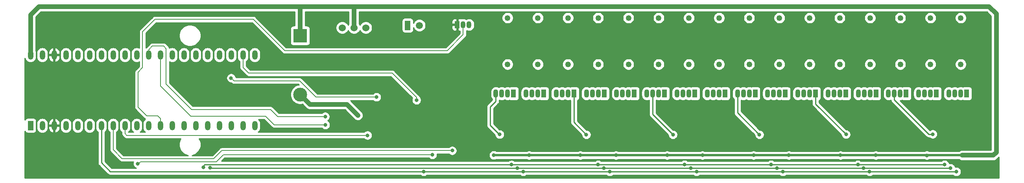
<source format=gbr>
G04 #@! TF.GenerationSoftware,KiCad,Pcbnew,(5.1.12)-1*
G04 #@! TF.CreationDate,2022-05-10T22:26:17-07:00*
G04 #@! TF.ProjectId,Spring2022,53707269-6e67-4323-9032-322e6b696361,rev?*
G04 #@! TF.SameCoordinates,PX3a2c940PY3fe56c0*
G04 #@! TF.FileFunction,Copper,L1,Top*
G04 #@! TF.FilePolarity,Positive*
%FSLAX46Y46*%
G04 Gerber Fmt 4.6, Leading zero omitted, Abs format (unit mm)*
G04 Created by KiCad (PCBNEW (5.1.12)-1) date 2022-05-10 22:26:17*
%MOMM*%
%LPD*%
G01*
G04 APERTURE LIST*
G04 #@! TA.AperFunction,ComponentPad*
%ADD10R,1.070000X1.500000*%
G04 #@! TD*
G04 #@! TA.AperFunction,ComponentPad*
%ADD11O,1.070000X1.500000*%
G04 #@! TD*
G04 #@! TA.AperFunction,ComponentPad*
%ADD12C,1.524000*%
G04 #@! TD*
G04 #@! TA.AperFunction,ComponentPad*
%ADD13C,1.500000*%
G04 #@! TD*
G04 #@! TA.AperFunction,ComponentPad*
%ADD14R,1.200000X2.000000*%
G04 #@! TD*
G04 #@! TA.AperFunction,ComponentPad*
%ADD15C,1.250000*%
G04 #@! TD*
G04 #@! TA.AperFunction,ComponentPad*
%ADD16C,3.000000*%
G04 #@! TD*
G04 #@! TA.AperFunction,ComponentPad*
%ADD17R,3.000000X3.000000*%
G04 #@! TD*
G04 #@! TA.AperFunction,ComponentPad*
%ADD18O,1.200000X2.000000*%
G04 #@! TD*
G04 #@! TA.AperFunction,ComponentPad*
%ADD19R,1.070000X1.800000*%
G04 #@! TD*
G04 #@! TA.AperFunction,ComponentPad*
%ADD20O,1.070000X1.800000*%
G04 #@! TD*
G04 #@! TA.AperFunction,ViaPad*
%ADD21C,0.800000*%
G04 #@! TD*
G04 #@! TA.AperFunction,Conductor*
%ADD22C,1.000000*%
G04 #@! TD*
G04 #@! TA.AperFunction,Conductor*
%ADD23C,0.500000*%
G04 #@! TD*
G04 #@! TA.AperFunction,Conductor*
%ADD24C,0.250000*%
G04 #@! TD*
G04 #@! TA.AperFunction,Conductor*
%ADD25C,0.152400*%
G04 #@! TD*
G04 #@! TA.AperFunction,Conductor*
%ADD26C,0.254000*%
G04 #@! TD*
G04 #@! TA.AperFunction,Conductor*
%ADD27C,0.100000*%
G04 #@! TD*
G04 APERTURE END LIST*
D10*
G04 #@! TO.P,U10,1*
G04 #@! TO.N,+3V3*
X93716000Y33744000D03*
D11*
G04 #@! TO.P,U10,3*
G04 #@! TO.N,GND*
X96256000Y33744000D03*
G04 #@! TO.P,U10,2*
G04 #@! TO.N,TEMPERATURE*
X94986000Y33744000D03*
G04 #@! TD*
D12*
G04 #@! TO.P,U8,1*
G04 #@! TO.N,GND*
X74040000Y33100000D03*
G04 #@! TO.P,U8,3*
G04 #@! TO.N,IR-RX*
X68960000Y33100000D03*
G04 #@! TO.P,U8,2*
G04 #@! TO.N,+4V*
X71500000Y33100000D03*
G04 #@! TD*
D13*
G04 #@! TO.P,LED11,2*
G04 #@! TO.N,Net-(LED11-Pad2)*
X85570000Y33600000D03*
D14*
G04 #@! TO.P,LED11,1*
G04 #@! TO.N,IR-TX*
X83030000Y33600000D03*
G04 #@! TD*
D15*
G04 #@! TO.P,R16,2*
G04 #@! TO.N,Net-(D16-Pad2)*
X104539200Y25216000D03*
G04 #@! TO.P,R16,1*
G04 #@! TO.N,GND*
X104539200Y35216000D03*
G04 #@! TD*
G04 #@! TO.P,R15,2*
G04 #@! TO.N,Net-(D15-Pad2)*
X111067000Y25216000D03*
G04 #@! TO.P,R15,1*
G04 #@! TO.N,GND*
X111067000Y35216000D03*
G04 #@! TD*
G04 #@! TO.P,R14,2*
G04 #@! TO.N,Net-(D14-Pad2)*
X117544000Y25216000D03*
G04 #@! TO.P,R14,1*
G04 #@! TO.N,GND*
X117544000Y35216000D03*
G04 #@! TD*
G04 #@! TO.P,R13,2*
G04 #@! TO.N,Net-(D13-Pad2)*
X124046400Y25216000D03*
G04 #@! TO.P,R13,1*
G04 #@! TO.N,GND*
X124046400Y35216000D03*
G04 #@! TD*
G04 #@! TO.P,R12,2*
G04 #@! TO.N,Net-(D12-Pad2)*
X130574200Y25216000D03*
G04 #@! TO.P,R12,1*
G04 #@! TO.N,GND*
X130574200Y35216000D03*
G04 #@! TD*
G04 #@! TO.P,R11,2*
G04 #@! TO.N,Net-(D11-Pad2)*
X137076600Y25216000D03*
G04 #@! TO.P,R11,1*
G04 #@! TO.N,GND*
X137076600Y35216000D03*
G04 #@! TD*
G04 #@! TO.P,R10,2*
G04 #@! TO.N,Net-(D10-Pad2)*
X143579000Y25216000D03*
G04 #@! TO.P,R10,1*
G04 #@! TO.N,GND*
X143579000Y35216000D03*
G04 #@! TD*
G04 #@! TO.P,R9,2*
G04 #@! TO.N,Net-(D9-Pad2)*
X150081400Y25216000D03*
G04 #@! TO.P,R9,1*
G04 #@! TO.N,GND*
X150081400Y35216000D03*
G04 #@! TD*
G04 #@! TO.P,R8,2*
G04 #@! TO.N,Net-(D8-Pad2)*
X156558400Y25216000D03*
G04 #@! TO.P,R8,1*
G04 #@! TO.N,GND*
X156558400Y35216000D03*
G04 #@! TD*
G04 #@! TO.P,R7,2*
G04 #@! TO.N,Net-(D7-Pad2)*
X163060800Y25216000D03*
G04 #@! TO.P,R7,1*
G04 #@! TO.N,GND*
X163060800Y35216000D03*
G04 #@! TD*
G04 #@! TO.P,R6,2*
G04 #@! TO.N,Net-(D6-Pad2)*
X169563200Y25216000D03*
G04 #@! TO.P,R6,1*
G04 #@! TO.N,GND*
X169563200Y35216000D03*
G04 #@! TD*
G04 #@! TO.P,R5,2*
G04 #@! TO.N,Net-(D5-Pad2)*
X176040200Y25216000D03*
G04 #@! TO.P,R5,1*
G04 #@! TO.N,GND*
X176040200Y35216000D03*
G04 #@! TD*
G04 #@! TO.P,R4,2*
G04 #@! TO.N,Net-(D4-Pad2)*
X182568000Y25216000D03*
G04 #@! TO.P,R4,1*
G04 #@! TO.N,GND*
X182568000Y35216000D03*
G04 #@! TD*
G04 #@! TO.P,R3,2*
G04 #@! TO.N,Net-(D3-Pad2)*
X189070400Y25216000D03*
G04 #@! TO.P,R3,1*
G04 #@! TO.N,GND*
X189070400Y35216000D03*
G04 #@! TD*
G04 #@! TO.P,R2,2*
G04 #@! TO.N,Net-(D2-Pad2)*
X195572800Y25216000D03*
G04 #@! TO.P,R2,1*
G04 #@! TO.N,GND*
X195572800Y35216000D03*
G04 #@! TD*
G04 #@! TO.P,R1,2*
G04 #@! TO.N,Net-(D1-Pad2)*
X202075200Y25216000D03*
G04 #@! TO.P,R1,1*
G04 #@! TO.N,GND*
X202075200Y35216000D03*
G04 #@! TD*
D16*
G04 #@! TO.P,BT1,2*
G04 #@! TO.N,GND*
X59900000Y18700000D03*
D17*
G04 #@! TO.P,BT1,1*
G04 #@! TO.N,+4V*
X59900000Y31400000D03*
G04 #@! TD*
D18*
G04 #@! TO.P,U1,20*
G04 #@! TO.N,N/C*
X50142000Y12010000D03*
G04 #@! TO.P,U1,21*
G04 #@! TO.N,IR-TX*
X50142000Y27250000D03*
G04 #@! TO.P,U1,19*
G04 #@! TO.N,N/C*
X47602000Y12010000D03*
G04 #@! TO.P,U1,22*
G04 #@! TO.N,MOSI*
X47602000Y27250000D03*
G04 #@! TO.P,U1,18*
G04 #@! TO.N,N/C*
X45062000Y12010000D03*
G04 #@! TO.P,U1,23*
G04 #@! TO.N,MISO*
X45062000Y27250000D03*
G04 #@! TO.P,U1,17*
G04 #@! TO.N,N/C*
X42522000Y12010000D03*
G04 #@! TO.P,U1,24*
X42522000Y27250000D03*
G04 #@! TO.P,U1,16*
X39982000Y12010000D03*
G04 #@! TO.P,U1,25*
G04 #@! TO.N,DISPLAY-CLK*
X39982000Y27250000D03*
G04 #@! TO.P,U1,15*
G04 #@! TO.N,N/C*
X37442000Y12010000D03*
G04 #@! TO.P,U1,26*
G04 #@! TO.N,~LED-OE*
X37442000Y27250000D03*
G04 #@! TO.P,U1,14*
G04 #@! TO.N,N/C*
X34902000Y12010000D03*
G04 #@! TO.P,U1,27*
X34902000Y27250000D03*
G04 #@! TO.P,U1,13*
X32362000Y12010000D03*
G04 #@! TO.P,U1,28*
G04 #@! TO.N,IR-RX*
X32362000Y27250000D03*
G04 #@! TO.P,U1,12*
G04 #@! TO.N,TEMPERATURE*
X29822000Y12010000D03*
G04 #@! TO.P,U1,29*
G04 #@! TO.N,I2C-SCK*
X29822000Y27250000D03*
G04 #@! TO.P,U1,11*
G04 #@! TO.N,N/C*
X27282000Y12010000D03*
G04 #@! TO.P,U1,30*
G04 #@! TO.N,I2C-SDA*
X27282000Y27250000D03*
G04 #@! TO.P,U1,10*
G04 #@! TO.N,~INT1-ACC*
X24742000Y12010000D03*
G04 #@! TO.P,U1,31*
G04 #@! TO.N,N/C*
X24742000Y27250000D03*
G04 #@! TO.P,U1,9*
G04 #@! TO.N,~CS-ACC*
X22202000Y12010000D03*
G04 #@! TO.P,U1,32*
G04 #@! TO.N,N/C*
X22202000Y27250000D03*
G04 #@! TO.P,U1,8*
G04 #@! TO.N,~INT2-ACC*
X19662000Y12010000D03*
G04 #@! TO.P,U1,33*
G04 #@! TO.N,N/C*
X19662000Y27250000D03*
G04 #@! TO.P,U1,7*
G04 #@! TO.N,SCK*
X17122000Y12010000D03*
G04 #@! TO.P,U1,34*
G04 #@! TO.N,N/C*
X17122000Y27250000D03*
G04 #@! TO.P,U1,6*
X14582000Y12010000D03*
G04 #@! TO.P,U1,35*
X14582000Y27250000D03*
G04 #@! TO.P,U1,5*
X12042000Y12010000D03*
G04 #@! TO.P,U1,36*
X12042000Y27250000D03*
G04 #@! TO.P,U1,4*
X9502000Y12010000D03*
G04 #@! TO.P,U1,37*
X9502000Y27250000D03*
G04 #@! TO.P,U1,3*
G04 #@! TO.N,+3V3*
X6962000Y12010000D03*
G04 #@! TO.P,U1,38*
X6962000Y27250000D03*
G04 #@! TO.P,U1,2*
G04 #@! TO.N,GND*
X4422000Y12010000D03*
G04 #@! TO.P,U1,39*
X4422000Y27250000D03*
D14*
G04 #@! TO.P,U1,1*
G04 #@! TO.N,N/C*
X1882000Y12010000D03*
D18*
G04 #@! TO.P,U1,40*
G04 #@! TO.N,+4V*
X1882000Y27250000D03*
G04 #@! TD*
D19*
G04 #@! TO.P,D16,1*
G04 #@! TO.N,Net-(D16-Pad1)*
X105830000Y18900000D03*
D20*
G04 #@! TO.P,D16,2*
G04 #@! TO.N,Net-(D16-Pad2)*
X104560000Y18900000D03*
G04 #@! TO.P,D16,3*
G04 #@! TO.N,Net-(D16-Pad3)*
X103290000Y18900000D03*
G04 #@! TO.P,D16,4*
G04 #@! TO.N,Net-(D16-Pad4)*
X102020000Y18900000D03*
G04 #@! TD*
D19*
G04 #@! TO.P,D15,1*
G04 #@! TO.N,Net-(D15-Pad1)*
X112330000Y18900000D03*
D20*
G04 #@! TO.P,D15,2*
G04 #@! TO.N,Net-(D15-Pad2)*
X111060000Y18900000D03*
G04 #@! TO.P,D15,3*
G04 #@! TO.N,Net-(D15-Pad3)*
X109790000Y18900000D03*
G04 #@! TO.P,D15,4*
G04 #@! TO.N,Net-(D15-Pad4)*
X108520000Y18900000D03*
G04 #@! TD*
D19*
G04 #@! TO.P,D14,1*
G04 #@! TO.N,Net-(D14-Pad1)*
X118830000Y18900000D03*
D20*
G04 #@! TO.P,D14,2*
G04 #@! TO.N,Net-(D14-Pad2)*
X117560000Y18900000D03*
G04 #@! TO.P,D14,3*
G04 #@! TO.N,Net-(D14-Pad3)*
X116290000Y18900000D03*
G04 #@! TO.P,D14,4*
G04 #@! TO.N,Net-(D14-Pad4)*
X115020000Y18900000D03*
G04 #@! TD*
D19*
G04 #@! TO.P,D13,1*
G04 #@! TO.N,Net-(D13-Pad1)*
X125330000Y18900000D03*
D20*
G04 #@! TO.P,D13,2*
G04 #@! TO.N,Net-(D13-Pad2)*
X124060000Y18900000D03*
G04 #@! TO.P,D13,3*
G04 #@! TO.N,Net-(D13-Pad3)*
X122790000Y18900000D03*
G04 #@! TO.P,D13,4*
G04 #@! TO.N,Net-(D13-Pad4)*
X121520000Y18900000D03*
G04 #@! TD*
D19*
G04 #@! TO.P,D12,1*
G04 #@! TO.N,Net-(D12-Pad1)*
X131830000Y18900000D03*
D20*
G04 #@! TO.P,D12,2*
G04 #@! TO.N,Net-(D12-Pad2)*
X130560000Y18900000D03*
G04 #@! TO.P,D12,3*
G04 #@! TO.N,Net-(D12-Pad3)*
X129290000Y18900000D03*
G04 #@! TO.P,D12,4*
G04 #@! TO.N,Net-(D12-Pad4)*
X128020000Y18900000D03*
G04 #@! TD*
D19*
G04 #@! TO.P,D11,1*
G04 #@! TO.N,Net-(D11-Pad1)*
X138330000Y18900000D03*
D20*
G04 #@! TO.P,D11,2*
G04 #@! TO.N,Net-(D11-Pad2)*
X137060000Y18900000D03*
G04 #@! TO.P,D11,3*
G04 #@! TO.N,Net-(D11-Pad3)*
X135790000Y18900000D03*
G04 #@! TO.P,D11,4*
G04 #@! TO.N,Net-(D11-Pad4)*
X134520000Y18900000D03*
G04 #@! TD*
D19*
G04 #@! TO.P,D10,1*
G04 #@! TO.N,Net-(D10-Pad1)*
X144830000Y18900000D03*
D20*
G04 #@! TO.P,D10,2*
G04 #@! TO.N,Net-(D10-Pad2)*
X143560000Y18900000D03*
G04 #@! TO.P,D10,3*
G04 #@! TO.N,Net-(D10-Pad3)*
X142290000Y18900000D03*
G04 #@! TO.P,D10,4*
G04 #@! TO.N,Net-(D10-Pad4)*
X141020000Y18900000D03*
G04 #@! TD*
D19*
G04 #@! TO.P,D9,1*
G04 #@! TO.N,Net-(D9-Pad1)*
X151330000Y18900000D03*
D20*
G04 #@! TO.P,D9,2*
G04 #@! TO.N,Net-(D9-Pad2)*
X150060000Y18900000D03*
G04 #@! TO.P,D9,3*
G04 #@! TO.N,Net-(D9-Pad3)*
X148790000Y18900000D03*
G04 #@! TO.P,D9,4*
G04 #@! TO.N,Net-(D9-Pad4)*
X147520000Y18900000D03*
G04 #@! TD*
D19*
G04 #@! TO.P,D8,1*
G04 #@! TO.N,Net-(D8-Pad1)*
X157830000Y18900000D03*
D20*
G04 #@! TO.P,D8,2*
G04 #@! TO.N,Net-(D8-Pad2)*
X156560000Y18900000D03*
G04 #@! TO.P,D8,3*
G04 #@! TO.N,Net-(D8-Pad3)*
X155290000Y18900000D03*
G04 #@! TO.P,D8,4*
G04 #@! TO.N,Net-(D8-Pad4)*
X154020000Y18900000D03*
G04 #@! TD*
D19*
G04 #@! TO.P,D7,1*
G04 #@! TO.N,Net-(D7-Pad1)*
X164330000Y18900000D03*
D20*
G04 #@! TO.P,D7,2*
G04 #@! TO.N,Net-(D7-Pad2)*
X163060000Y18900000D03*
G04 #@! TO.P,D7,3*
G04 #@! TO.N,Net-(D7-Pad3)*
X161790000Y18900000D03*
G04 #@! TO.P,D7,4*
G04 #@! TO.N,Net-(D7-Pad4)*
X160520000Y18900000D03*
G04 #@! TD*
D19*
G04 #@! TO.P,D6,1*
G04 #@! TO.N,Net-(D6-Pad1)*
X170830000Y18900000D03*
D20*
G04 #@! TO.P,D6,2*
G04 #@! TO.N,Net-(D6-Pad2)*
X169560000Y18900000D03*
G04 #@! TO.P,D6,3*
G04 #@! TO.N,Net-(D6-Pad3)*
X168290000Y18900000D03*
G04 #@! TO.P,D6,4*
G04 #@! TO.N,Net-(D6-Pad4)*
X167020000Y18900000D03*
G04 #@! TD*
D19*
G04 #@! TO.P,D5,1*
G04 #@! TO.N,Net-(D5-Pad1)*
X177330000Y18900000D03*
D20*
G04 #@! TO.P,D5,2*
G04 #@! TO.N,Net-(D5-Pad2)*
X176060000Y18900000D03*
G04 #@! TO.P,D5,3*
G04 #@! TO.N,Net-(D5-Pad3)*
X174790000Y18900000D03*
G04 #@! TO.P,D5,4*
G04 #@! TO.N,Net-(D5-Pad4)*
X173520000Y18900000D03*
G04 #@! TD*
D19*
G04 #@! TO.P,D4,1*
G04 #@! TO.N,Net-(D4-Pad1)*
X183830000Y18900000D03*
D20*
G04 #@! TO.P,D4,2*
G04 #@! TO.N,Net-(D4-Pad2)*
X182560000Y18900000D03*
G04 #@! TO.P,D4,3*
G04 #@! TO.N,Net-(D4-Pad3)*
X181290000Y18900000D03*
G04 #@! TO.P,D4,4*
G04 #@! TO.N,Net-(D4-Pad4)*
X180020000Y18900000D03*
G04 #@! TD*
D19*
G04 #@! TO.P,D3,1*
G04 #@! TO.N,Net-(D3-Pad1)*
X190330000Y18900000D03*
D20*
G04 #@! TO.P,D3,2*
G04 #@! TO.N,Net-(D3-Pad2)*
X189060000Y18900000D03*
G04 #@! TO.P,D3,3*
G04 #@! TO.N,Net-(D3-Pad3)*
X187790000Y18900000D03*
G04 #@! TO.P,D3,4*
G04 #@! TO.N,Net-(D3-Pad4)*
X186520000Y18900000D03*
G04 #@! TD*
D19*
G04 #@! TO.P,D2,1*
G04 #@! TO.N,Net-(D2-Pad1)*
X196830000Y18900000D03*
D20*
G04 #@! TO.P,D2,2*
G04 #@! TO.N,Net-(D2-Pad2)*
X195560000Y18900000D03*
G04 #@! TO.P,D2,3*
G04 #@! TO.N,Net-(D2-Pad3)*
X194290000Y18900000D03*
G04 #@! TO.P,D2,4*
G04 #@! TO.N,Net-(D2-Pad4)*
X193020000Y18900000D03*
G04 #@! TD*
D19*
G04 #@! TO.P,D1,1*
G04 #@! TO.N,Net-(D1-Pad1)*
X203330000Y18900000D03*
D20*
G04 #@! TO.P,D1,2*
G04 #@! TO.N,Net-(D1-Pad2)*
X202060000Y18900000D03*
G04 #@! TO.P,D1,3*
G04 #@! TO.N,Net-(D1-Pad3)*
X200790000Y18900000D03*
G04 #@! TO.P,D1,4*
G04 #@! TO.N,Net-(D1-Pad4)*
X199520000Y18900000D03*
G04 #@! TD*
D21*
G04 #@! TO.N,GND*
X72350000Y14200000D03*
G04 #@! TO.N,+4V*
X202410000Y5590000D03*
X101585000Y5615000D03*
X109190000Y5590000D03*
X120190000Y5590000D03*
X127890000Y5590000D03*
X138890000Y5590000D03*
X146490000Y5590000D03*
X165090000Y5590000D03*
X176190000Y5590000D03*
X183790000Y5590000D03*
X194785000Y5585000D03*
X157505000Y5605000D03*
G04 #@! TO.N,Net-(D3-Pad3)*
X196050000Y10150000D03*
G04 #@! TO.N,Net-(D6-Pad1)*
X177400000Y10100000D03*
G04 #@! TO.N,Net-(D8-Pad4)*
X158750000Y10050000D03*
G04 #@! TO.N,Net-(D11-Pad3)*
X140150000Y10050000D03*
G04 #@! TO.N,Net-(D14-Pad1)*
X121500000Y10050000D03*
G04 #@! TO.N,Net-(D16-Pad4)*
X102850000Y10100000D03*
G04 #@! TO.N,MOSI*
X84950000Y17500000D03*
G04 #@! TO.N,SCK*
X201140000Y2060000D03*
X107940000Y2080000D03*
X126550000Y2060000D03*
X145230000Y2060000D03*
X163810000Y2060000D03*
X182460000Y2060000D03*
X86500000Y2080000D03*
G04 #@! TO.N,+3V3*
X72750000Y16000000D03*
X74850004Y7600000D03*
X76500000Y10528600D03*
X94834000Y7680000D03*
G04 #@! TO.N,~LED-OE*
X198590000Y3580000D03*
X105395000Y3575000D03*
X179940000Y3580000D03*
X161260000Y3580000D03*
X142650000Y3580000D03*
X124030000Y3580000D03*
X39050000Y3000000D03*
G04 #@! TO.N,DISPLAY-CLK*
X199870000Y2820000D03*
X106670000Y2840000D03*
X181190000Y2855000D03*
X162540000Y2820000D03*
X143950000Y2820000D03*
X125290000Y2820000D03*
X40500000Y2900000D03*
G04 #@! TO.N,I2C-SCK*
X65350000Y12150000D03*
G04 #@! TO.N,I2C-SDA*
X65300000Y13950000D03*
G04 #@! TO.N,MISO*
X76350000Y18150000D03*
X45050000Y22250000D03*
G04 #@! TO.N,~CS-ACC*
X74400000Y9900000D03*
G04 #@! TO.N,~INT1-ACC*
X88380000Y5730000D03*
X24950000Y3800000D03*
G04 #@! TO.N,~INT2-ACC*
X92640000Y6610000D03*
G04 #@! TD*
D22*
G04 #@! TO.N,GND*
X59900000Y18700000D02*
X62050000Y16550000D01*
X62050000Y16550000D02*
X70000000Y16550000D01*
X70000000Y16550000D02*
X72350000Y14200000D01*
D23*
G04 #@! TO.N,+4V*
X101610000Y5590000D02*
X101585000Y5615000D01*
X202410000Y5590000D02*
X183790000Y5590000D01*
X109190000Y5590000D02*
X101610000Y5590000D01*
X120190000Y5590000D02*
X109190000Y5590000D01*
X127890000Y5590000D02*
X120190000Y5590000D01*
X138890000Y5590000D02*
X127890000Y5590000D01*
X146490000Y5590000D02*
X138890000Y5590000D01*
X165090000Y5590000D02*
X146490000Y5590000D01*
X176190000Y5590000D02*
X165090000Y5590000D01*
X183790000Y5590000D02*
X176190000Y5590000D01*
D22*
X1882000Y27250000D02*
X1882000Y35882000D01*
X1882000Y35882000D02*
X3650000Y37650000D01*
X3650000Y37650000D02*
X59800000Y37650000D01*
X59900000Y37550000D02*
X59900000Y31400000D01*
X59800000Y37650000D02*
X59900000Y37550000D01*
X71500000Y33100000D02*
X71500000Y37300000D01*
X202410000Y5590000D02*
X209090000Y5590000D01*
X209090000Y5590000D02*
X209750000Y6250000D01*
X209750000Y6250000D02*
X209750000Y36100000D01*
X209750000Y36100000D02*
X208200000Y37650000D01*
X71850000Y37650000D02*
X71500000Y37300000D01*
X208200000Y37650000D02*
X71850000Y37650000D01*
X60000000Y37650000D02*
X59900000Y37550000D01*
X71850000Y37650000D02*
X60000000Y37650000D01*
D24*
G04 #@! TO.N,Net-(D3-Pad3)*
X195200000Y10150000D02*
X196050000Y10150000D01*
X187790000Y17560000D02*
X195200000Y10150000D01*
X187790000Y18900000D02*
X187790000Y17560000D01*
G04 #@! TO.N,Net-(D6-Pad1)*
X170830000Y18900000D02*
X170830000Y16670000D01*
X170830000Y16670000D02*
X177400000Y10100000D01*
G04 #@! TO.N,Net-(D8-Pad4)*
X154020000Y14780000D02*
X158750000Y10050000D01*
X154020000Y18900000D02*
X154020000Y14780000D01*
G04 #@! TO.N,Net-(D11-Pad3)*
X135790000Y14410000D02*
X140150000Y10050000D01*
X135790000Y18900000D02*
X135790000Y14410000D01*
G04 #@! TO.N,Net-(D14-Pad1)*
X118830000Y18900000D02*
X118830000Y12720000D01*
X118830000Y12720000D02*
X121500000Y10050000D01*
G04 #@! TO.N,Net-(D16-Pad4)*
X102020000Y18900000D02*
X102020000Y17270000D01*
X102020000Y17270000D02*
X100800000Y16050000D01*
X100800000Y16050000D02*
X100800000Y12050000D01*
X102750000Y10100000D02*
X102850000Y10100000D01*
X100800000Y12050000D02*
X102750000Y10100000D01*
D25*
G04 #@! TO.N,MOSI*
X47602000Y27250000D02*
X47602000Y24548000D01*
X47602000Y24548000D02*
X48850000Y23300000D01*
X48850000Y23300000D02*
X79700000Y23300000D01*
X84950000Y18050000D02*
X84950000Y17500000D01*
X79700000Y23300000D02*
X84950000Y18050000D01*
D24*
G04 #@! TO.N,SCK*
X107960000Y2060000D02*
X107940000Y2080000D01*
X126550000Y2060000D02*
X107960000Y2060000D01*
X145230000Y2060000D02*
X126550000Y2060000D01*
X163810000Y2060000D02*
X145230000Y2060000D01*
X182460000Y2060000D02*
X163810000Y2060000D01*
X201140000Y2060000D02*
X182460000Y2060000D01*
X17122000Y3978000D02*
X17122000Y12010000D01*
X19020000Y2080000D02*
X17122000Y3978000D01*
X107940000Y2080000D02*
X19020000Y2080000D01*
G04 #@! TO.N,~LED-OE*
X105400000Y3580000D02*
X105395000Y3575000D01*
X198590000Y3580000D02*
X179940000Y3580000D01*
X179940000Y3580000D02*
X161260000Y3580000D01*
X161260000Y3580000D02*
X142650000Y3580000D01*
X124030000Y3580000D02*
X105400000Y3580000D01*
X142650000Y3580000D02*
X124030000Y3580000D01*
X39050000Y3300000D02*
X39050000Y3000000D01*
X39327401Y3577401D02*
X39050000Y3300000D01*
X57558599Y3577401D02*
X39327401Y3577401D01*
X57561000Y3575000D02*
X57558599Y3577401D01*
X105395000Y3575000D02*
X57561000Y3575000D01*
G04 #@! TO.N,DISPLAY-CLK*
X106690000Y2820000D02*
X106670000Y2840000D01*
X199870000Y2820000D02*
X162540000Y2820000D01*
X162540000Y2820000D02*
X143950000Y2820000D01*
X125290000Y2820000D02*
X106690000Y2820000D01*
X143950000Y2820000D02*
X125290000Y2820000D01*
X106670000Y2840000D02*
X57534000Y2840000D01*
X40560000Y2840000D02*
X40500000Y2900000D01*
X57534000Y2840000D02*
X40560000Y2840000D01*
D25*
G04 #@! TO.N,I2C-SCK*
X29850000Y20550000D02*
X29850000Y27222000D01*
X36350000Y14050000D02*
X29850000Y20550000D01*
X52450000Y14050000D02*
X36350000Y14050000D01*
X29850000Y27222000D02*
X29822000Y27250000D01*
X54350000Y12150000D02*
X52450000Y14050000D01*
X65350000Y12150000D02*
X54350000Y12150000D01*
G04 #@! TO.N,I2C-SDA*
X53521399Y15478601D02*
X55050000Y13950000D01*
X36521399Y15478601D02*
X53521399Y15478601D01*
X31050000Y20950000D02*
X36521399Y15478601D01*
X55050000Y13950000D02*
X65300000Y13950000D01*
X31050000Y28600000D02*
X31050000Y20950000D01*
X30500000Y29150000D02*
X31050000Y28600000D01*
X27282000Y28332000D02*
X28100000Y29150000D01*
X28100000Y29150000D02*
X30500000Y29150000D01*
X27282000Y27250000D02*
X27282000Y28332000D01*
G04 #@! TO.N,MISO*
X76350000Y18150000D02*
X63300000Y18150000D01*
X63300000Y18150000D02*
X59800000Y21650000D01*
X45650000Y21650000D02*
X45050000Y22250000D01*
X59800000Y21650000D02*
X45650000Y21650000D01*
G04 #@! TO.N,TEMPERATURE*
X94986000Y31586000D02*
X94986000Y33744000D01*
X49850000Y34900000D02*
X56600000Y28150000D01*
X26000000Y32250000D02*
X28650000Y34900000D01*
X26000000Y24500000D02*
X26000000Y32250000D01*
X28650000Y34900000D02*
X49850000Y34900000D01*
X25000000Y23500000D02*
X26000000Y24500000D01*
X25000000Y15950000D02*
X25000000Y23500000D01*
X26850000Y14100000D02*
X25000000Y15950000D01*
X29250000Y14100000D02*
X26850000Y14100000D01*
X29822000Y13528000D02*
X29250000Y14100000D01*
X91550000Y28150000D02*
X94986000Y31586000D01*
X56600000Y28150000D02*
X91550000Y28150000D01*
X29822000Y12010000D02*
X29822000Y13528000D01*
G04 #@! TO.N,~CS-ACC*
X74400000Y9900000D02*
X22550000Y9900000D01*
X22202000Y10248000D02*
X22202000Y12010000D01*
X22550000Y9900000D02*
X22202000Y10248000D01*
G04 #@! TO.N,~INT1-ACC*
X88380000Y5730000D02*
X43370000Y5730000D01*
X43370000Y5730000D02*
X41860000Y4220000D01*
X41860000Y4220000D02*
X26570000Y4220000D01*
X26570000Y4220000D02*
X25520000Y4220000D01*
X25100000Y3800000D02*
X24950000Y3800000D01*
X25520000Y4220000D02*
X25100000Y3800000D01*
G04 #@! TO.N,~INT2-ACC*
X19662000Y6788000D02*
X19662000Y12010000D01*
X21580000Y4870000D02*
X19662000Y6788000D01*
X41310000Y4870000D02*
X21580000Y4870000D01*
X43050000Y6610000D02*
X41310000Y4870000D01*
X92640000Y6610000D02*
X43050000Y6610000D01*
G04 #@! TD*
D26*
G04 #@! TO.N,+3V3*
X58765001Y33538072D02*
X58400000Y33538072D01*
X58275518Y33525812D01*
X58155820Y33489502D01*
X58045506Y33430537D01*
X57948815Y33351185D01*
X57869463Y33254494D01*
X57810498Y33144180D01*
X57774188Y33024482D01*
X57761928Y32900000D01*
X57761928Y29900000D01*
X57774188Y29775518D01*
X57810498Y29655820D01*
X57869463Y29545506D01*
X57948815Y29448815D01*
X58045506Y29369463D01*
X58155820Y29310498D01*
X58275518Y29274188D01*
X58400000Y29261928D01*
X61400000Y29261928D01*
X61524482Y29274188D01*
X61644180Y29310498D01*
X61754494Y29369463D01*
X61851185Y29448815D01*
X61930537Y29545506D01*
X61989502Y29655820D01*
X62025812Y29775518D01*
X62038072Y29900000D01*
X62038072Y32900000D01*
X62025812Y33024482D01*
X61989502Y33144180D01*
X61930537Y33254494D01*
X61851185Y33351185D01*
X61754494Y33430537D01*
X61644180Y33489502D01*
X61524482Y33525812D01*
X61400000Y33538072D01*
X61035000Y33538072D01*
X61035000Y36515000D01*
X70365001Y36515000D01*
X70365000Y33915885D01*
X70261995Y33761727D01*
X70230000Y33684485D01*
X70198005Y33761727D01*
X70045120Y33990535D01*
X69850535Y34185120D01*
X69621727Y34338005D01*
X69367490Y34443314D01*
X69097592Y34497000D01*
X68822408Y34497000D01*
X68552510Y34443314D01*
X68298273Y34338005D01*
X68069465Y34185120D01*
X67874880Y33990535D01*
X67721995Y33761727D01*
X67616686Y33507490D01*
X67563000Y33237592D01*
X67563000Y32962408D01*
X67616686Y32692510D01*
X67721995Y32438273D01*
X67874880Y32209465D01*
X68069465Y32014880D01*
X68298273Y31861995D01*
X68552510Y31756686D01*
X68822408Y31703000D01*
X69097592Y31703000D01*
X69367490Y31756686D01*
X69621727Y31861995D01*
X69850535Y32014880D01*
X70045120Y32209465D01*
X70198005Y32438273D01*
X70230000Y32515515D01*
X70261995Y32438273D01*
X70414880Y32209465D01*
X70609465Y32014880D01*
X70838273Y31861995D01*
X71092510Y31756686D01*
X71362408Y31703000D01*
X71637592Y31703000D01*
X71907490Y31756686D01*
X72161727Y31861995D01*
X72390535Y32014880D01*
X72585120Y32209465D01*
X72738005Y32438273D01*
X72770000Y32515515D01*
X72801995Y32438273D01*
X72954880Y32209465D01*
X73149465Y32014880D01*
X73378273Y31861995D01*
X73632510Y31756686D01*
X73902408Y31703000D01*
X74177592Y31703000D01*
X74447490Y31756686D01*
X74701727Y31861995D01*
X74930535Y32014880D01*
X75125120Y32209465D01*
X75278005Y32438273D01*
X75383314Y32692510D01*
X75437000Y32962408D01*
X75437000Y33237592D01*
X75383314Y33507490D01*
X75278005Y33761727D01*
X75125120Y33990535D01*
X74930535Y34185120D01*
X74701727Y34338005D01*
X74447490Y34443314D01*
X74177592Y34497000D01*
X73902408Y34497000D01*
X73632510Y34443314D01*
X73378273Y34338005D01*
X73149465Y34185120D01*
X72954880Y33990535D01*
X72801995Y33761727D01*
X72770000Y33684485D01*
X72738005Y33761727D01*
X72635000Y33915884D01*
X72635000Y34600000D01*
X81791928Y34600000D01*
X81791928Y32600000D01*
X81804188Y32475518D01*
X81840498Y32355820D01*
X81899463Y32245506D01*
X81978815Y32148815D01*
X82075506Y32069463D01*
X82185820Y32010498D01*
X82305518Y31974188D01*
X82430000Y31961928D01*
X83630000Y31961928D01*
X83754482Y31974188D01*
X83874180Y32010498D01*
X83984494Y32069463D01*
X84081185Y32148815D01*
X84160537Y32245506D01*
X84219502Y32355820D01*
X84255812Y32475518D01*
X84268072Y32600000D01*
X84268072Y33123954D01*
X84342629Y32943957D01*
X84494201Y32717114D01*
X84687114Y32524201D01*
X84913957Y32372629D01*
X85166011Y32268225D01*
X85433589Y32215000D01*
X85706411Y32215000D01*
X85973989Y32268225D01*
X86226043Y32372629D01*
X86452886Y32524201D01*
X86645799Y32717114D01*
X86797371Y32943957D01*
X86818099Y32994000D01*
X92542928Y32994000D01*
X92555188Y32869518D01*
X92591498Y32749820D01*
X92650463Y32639506D01*
X92729815Y32542815D01*
X92826506Y32463463D01*
X92936820Y32404498D01*
X93056518Y32368188D01*
X93181000Y32355928D01*
X93430250Y32359000D01*
X93589000Y32517750D01*
X93589000Y33617000D01*
X92704750Y33617000D01*
X92546000Y33458250D01*
X92542928Y32994000D01*
X86818099Y32994000D01*
X86901775Y33196011D01*
X86955000Y33463589D01*
X86955000Y33736411D01*
X86901775Y34003989D01*
X86797371Y34256043D01*
X86645799Y34482886D01*
X86634685Y34494000D01*
X92542928Y34494000D01*
X92546000Y34029750D01*
X92704750Y33871000D01*
X93589000Y33871000D01*
X93589000Y34970250D01*
X93430250Y35129000D01*
X93181000Y35132072D01*
X93056518Y35119812D01*
X92936820Y35083502D01*
X92826506Y35024537D01*
X92729815Y34945185D01*
X92650463Y34848494D01*
X92591498Y34738180D01*
X92555188Y34618482D01*
X92542928Y34494000D01*
X86634685Y34494000D01*
X86452886Y34675799D01*
X86226043Y34827371D01*
X85973989Y34931775D01*
X85706411Y34985000D01*
X85433589Y34985000D01*
X85166011Y34931775D01*
X84913957Y34827371D01*
X84687114Y34675799D01*
X84494201Y34482886D01*
X84342629Y34256043D01*
X84268072Y34076046D01*
X84268072Y34600000D01*
X84255812Y34724482D01*
X84219502Y34844180D01*
X84160537Y34954494D01*
X84081185Y35051185D01*
X83984494Y35130537D01*
X83874180Y35189502D01*
X83754482Y35225812D01*
X83630000Y35238072D01*
X82430000Y35238072D01*
X82305518Y35225812D01*
X82185820Y35189502D01*
X82075506Y35130537D01*
X81978815Y35051185D01*
X81899463Y34954494D01*
X81840498Y34844180D01*
X81804188Y34724482D01*
X81791928Y34600000D01*
X72635000Y34600000D01*
X72635000Y35340099D01*
X103279200Y35340099D01*
X103279200Y35091901D01*
X103327621Y34848471D01*
X103422602Y34619166D01*
X103560494Y34412797D01*
X103735997Y34237294D01*
X103942366Y34099402D01*
X104171671Y34004421D01*
X104415101Y33956000D01*
X104663299Y33956000D01*
X104906729Y34004421D01*
X105136034Y34099402D01*
X105342403Y34237294D01*
X105517906Y34412797D01*
X105655798Y34619166D01*
X105750779Y34848471D01*
X105799200Y35091901D01*
X105799200Y35340099D01*
X109807000Y35340099D01*
X109807000Y35091901D01*
X109855421Y34848471D01*
X109950402Y34619166D01*
X110088294Y34412797D01*
X110263797Y34237294D01*
X110470166Y34099402D01*
X110699471Y34004421D01*
X110942901Y33956000D01*
X111191099Y33956000D01*
X111434529Y34004421D01*
X111663834Y34099402D01*
X111870203Y34237294D01*
X112045706Y34412797D01*
X112183598Y34619166D01*
X112278579Y34848471D01*
X112327000Y35091901D01*
X112327000Y35340099D01*
X116284000Y35340099D01*
X116284000Y35091901D01*
X116332421Y34848471D01*
X116427402Y34619166D01*
X116565294Y34412797D01*
X116740797Y34237294D01*
X116947166Y34099402D01*
X117176471Y34004421D01*
X117419901Y33956000D01*
X117668099Y33956000D01*
X117911529Y34004421D01*
X118140834Y34099402D01*
X118347203Y34237294D01*
X118522706Y34412797D01*
X118660598Y34619166D01*
X118755579Y34848471D01*
X118804000Y35091901D01*
X118804000Y35340099D01*
X122786400Y35340099D01*
X122786400Y35091901D01*
X122834821Y34848471D01*
X122929802Y34619166D01*
X123067694Y34412797D01*
X123243197Y34237294D01*
X123449566Y34099402D01*
X123678871Y34004421D01*
X123922301Y33956000D01*
X124170499Y33956000D01*
X124413929Y34004421D01*
X124643234Y34099402D01*
X124849603Y34237294D01*
X125025106Y34412797D01*
X125162998Y34619166D01*
X125257979Y34848471D01*
X125306400Y35091901D01*
X125306400Y35340099D01*
X129314200Y35340099D01*
X129314200Y35091901D01*
X129362621Y34848471D01*
X129457602Y34619166D01*
X129595494Y34412797D01*
X129770997Y34237294D01*
X129977366Y34099402D01*
X130206671Y34004421D01*
X130450101Y33956000D01*
X130698299Y33956000D01*
X130941729Y34004421D01*
X131171034Y34099402D01*
X131377403Y34237294D01*
X131552906Y34412797D01*
X131690798Y34619166D01*
X131785779Y34848471D01*
X131834200Y35091901D01*
X131834200Y35340099D01*
X135816600Y35340099D01*
X135816600Y35091901D01*
X135865021Y34848471D01*
X135960002Y34619166D01*
X136097894Y34412797D01*
X136273397Y34237294D01*
X136479766Y34099402D01*
X136709071Y34004421D01*
X136952501Y33956000D01*
X137200699Y33956000D01*
X137444129Y34004421D01*
X137673434Y34099402D01*
X137879803Y34237294D01*
X138055306Y34412797D01*
X138193198Y34619166D01*
X138288179Y34848471D01*
X138336600Y35091901D01*
X138336600Y35340099D01*
X142319000Y35340099D01*
X142319000Y35091901D01*
X142367421Y34848471D01*
X142462402Y34619166D01*
X142600294Y34412797D01*
X142775797Y34237294D01*
X142982166Y34099402D01*
X143211471Y34004421D01*
X143454901Y33956000D01*
X143703099Y33956000D01*
X143946529Y34004421D01*
X144175834Y34099402D01*
X144382203Y34237294D01*
X144557706Y34412797D01*
X144695598Y34619166D01*
X144790579Y34848471D01*
X144839000Y35091901D01*
X144839000Y35340099D01*
X148821400Y35340099D01*
X148821400Y35091901D01*
X148869821Y34848471D01*
X148964802Y34619166D01*
X149102694Y34412797D01*
X149278197Y34237294D01*
X149484566Y34099402D01*
X149713871Y34004421D01*
X149957301Y33956000D01*
X150205499Y33956000D01*
X150448929Y34004421D01*
X150678234Y34099402D01*
X150884603Y34237294D01*
X151060106Y34412797D01*
X151197998Y34619166D01*
X151292979Y34848471D01*
X151341400Y35091901D01*
X151341400Y35340099D01*
X155298400Y35340099D01*
X155298400Y35091901D01*
X155346821Y34848471D01*
X155441802Y34619166D01*
X155579694Y34412797D01*
X155755197Y34237294D01*
X155961566Y34099402D01*
X156190871Y34004421D01*
X156434301Y33956000D01*
X156682499Y33956000D01*
X156925929Y34004421D01*
X157155234Y34099402D01*
X157361603Y34237294D01*
X157537106Y34412797D01*
X157674998Y34619166D01*
X157769979Y34848471D01*
X157818400Y35091901D01*
X157818400Y35340099D01*
X161800800Y35340099D01*
X161800800Y35091901D01*
X161849221Y34848471D01*
X161944202Y34619166D01*
X162082094Y34412797D01*
X162257597Y34237294D01*
X162463966Y34099402D01*
X162693271Y34004421D01*
X162936701Y33956000D01*
X163184899Y33956000D01*
X163428329Y34004421D01*
X163657634Y34099402D01*
X163864003Y34237294D01*
X164039506Y34412797D01*
X164177398Y34619166D01*
X164272379Y34848471D01*
X164320800Y35091901D01*
X164320800Y35340099D01*
X168303200Y35340099D01*
X168303200Y35091901D01*
X168351621Y34848471D01*
X168446602Y34619166D01*
X168584494Y34412797D01*
X168759997Y34237294D01*
X168966366Y34099402D01*
X169195671Y34004421D01*
X169439101Y33956000D01*
X169687299Y33956000D01*
X169930729Y34004421D01*
X170160034Y34099402D01*
X170366403Y34237294D01*
X170541906Y34412797D01*
X170679798Y34619166D01*
X170774779Y34848471D01*
X170823200Y35091901D01*
X170823200Y35340099D01*
X174780200Y35340099D01*
X174780200Y35091901D01*
X174828621Y34848471D01*
X174923602Y34619166D01*
X175061494Y34412797D01*
X175236997Y34237294D01*
X175443366Y34099402D01*
X175672671Y34004421D01*
X175916101Y33956000D01*
X176164299Y33956000D01*
X176407729Y34004421D01*
X176637034Y34099402D01*
X176843403Y34237294D01*
X177018906Y34412797D01*
X177156798Y34619166D01*
X177251779Y34848471D01*
X177300200Y35091901D01*
X177300200Y35340099D01*
X181308000Y35340099D01*
X181308000Y35091901D01*
X181356421Y34848471D01*
X181451402Y34619166D01*
X181589294Y34412797D01*
X181764797Y34237294D01*
X181971166Y34099402D01*
X182200471Y34004421D01*
X182443901Y33956000D01*
X182692099Y33956000D01*
X182935529Y34004421D01*
X183164834Y34099402D01*
X183371203Y34237294D01*
X183546706Y34412797D01*
X183684598Y34619166D01*
X183779579Y34848471D01*
X183828000Y35091901D01*
X183828000Y35340099D01*
X187810400Y35340099D01*
X187810400Y35091901D01*
X187858821Y34848471D01*
X187953802Y34619166D01*
X188091694Y34412797D01*
X188267197Y34237294D01*
X188473566Y34099402D01*
X188702871Y34004421D01*
X188946301Y33956000D01*
X189194499Y33956000D01*
X189437929Y34004421D01*
X189667234Y34099402D01*
X189873603Y34237294D01*
X190049106Y34412797D01*
X190186998Y34619166D01*
X190281979Y34848471D01*
X190330400Y35091901D01*
X190330400Y35340099D01*
X194312800Y35340099D01*
X194312800Y35091901D01*
X194361221Y34848471D01*
X194456202Y34619166D01*
X194594094Y34412797D01*
X194769597Y34237294D01*
X194975966Y34099402D01*
X195205271Y34004421D01*
X195448701Y33956000D01*
X195696899Y33956000D01*
X195940329Y34004421D01*
X196169634Y34099402D01*
X196376003Y34237294D01*
X196551506Y34412797D01*
X196689398Y34619166D01*
X196784379Y34848471D01*
X196832800Y35091901D01*
X196832800Y35340099D01*
X200815200Y35340099D01*
X200815200Y35091901D01*
X200863621Y34848471D01*
X200958602Y34619166D01*
X201096494Y34412797D01*
X201271997Y34237294D01*
X201478366Y34099402D01*
X201707671Y34004421D01*
X201951101Y33956000D01*
X202199299Y33956000D01*
X202442729Y34004421D01*
X202672034Y34099402D01*
X202878403Y34237294D01*
X203053906Y34412797D01*
X203191798Y34619166D01*
X203286779Y34848471D01*
X203335200Y35091901D01*
X203335200Y35340099D01*
X203286779Y35583529D01*
X203191798Y35812834D01*
X203053906Y36019203D01*
X202878403Y36194706D01*
X202672034Y36332598D01*
X202442729Y36427579D01*
X202199299Y36476000D01*
X201951101Y36476000D01*
X201707671Y36427579D01*
X201478366Y36332598D01*
X201271997Y36194706D01*
X201096494Y36019203D01*
X200958602Y35812834D01*
X200863621Y35583529D01*
X200815200Y35340099D01*
X196832800Y35340099D01*
X196784379Y35583529D01*
X196689398Y35812834D01*
X196551506Y36019203D01*
X196376003Y36194706D01*
X196169634Y36332598D01*
X195940329Y36427579D01*
X195696899Y36476000D01*
X195448701Y36476000D01*
X195205271Y36427579D01*
X194975966Y36332598D01*
X194769597Y36194706D01*
X194594094Y36019203D01*
X194456202Y35812834D01*
X194361221Y35583529D01*
X194312800Y35340099D01*
X190330400Y35340099D01*
X190281979Y35583529D01*
X190186998Y35812834D01*
X190049106Y36019203D01*
X189873603Y36194706D01*
X189667234Y36332598D01*
X189437929Y36427579D01*
X189194499Y36476000D01*
X188946301Y36476000D01*
X188702871Y36427579D01*
X188473566Y36332598D01*
X188267197Y36194706D01*
X188091694Y36019203D01*
X187953802Y35812834D01*
X187858821Y35583529D01*
X187810400Y35340099D01*
X183828000Y35340099D01*
X183779579Y35583529D01*
X183684598Y35812834D01*
X183546706Y36019203D01*
X183371203Y36194706D01*
X183164834Y36332598D01*
X182935529Y36427579D01*
X182692099Y36476000D01*
X182443901Y36476000D01*
X182200471Y36427579D01*
X181971166Y36332598D01*
X181764797Y36194706D01*
X181589294Y36019203D01*
X181451402Y35812834D01*
X181356421Y35583529D01*
X181308000Y35340099D01*
X177300200Y35340099D01*
X177251779Y35583529D01*
X177156798Y35812834D01*
X177018906Y36019203D01*
X176843403Y36194706D01*
X176637034Y36332598D01*
X176407729Y36427579D01*
X176164299Y36476000D01*
X175916101Y36476000D01*
X175672671Y36427579D01*
X175443366Y36332598D01*
X175236997Y36194706D01*
X175061494Y36019203D01*
X174923602Y35812834D01*
X174828621Y35583529D01*
X174780200Y35340099D01*
X170823200Y35340099D01*
X170774779Y35583529D01*
X170679798Y35812834D01*
X170541906Y36019203D01*
X170366403Y36194706D01*
X170160034Y36332598D01*
X169930729Y36427579D01*
X169687299Y36476000D01*
X169439101Y36476000D01*
X169195671Y36427579D01*
X168966366Y36332598D01*
X168759997Y36194706D01*
X168584494Y36019203D01*
X168446602Y35812834D01*
X168351621Y35583529D01*
X168303200Y35340099D01*
X164320800Y35340099D01*
X164272379Y35583529D01*
X164177398Y35812834D01*
X164039506Y36019203D01*
X163864003Y36194706D01*
X163657634Y36332598D01*
X163428329Y36427579D01*
X163184899Y36476000D01*
X162936701Y36476000D01*
X162693271Y36427579D01*
X162463966Y36332598D01*
X162257597Y36194706D01*
X162082094Y36019203D01*
X161944202Y35812834D01*
X161849221Y35583529D01*
X161800800Y35340099D01*
X157818400Y35340099D01*
X157769979Y35583529D01*
X157674998Y35812834D01*
X157537106Y36019203D01*
X157361603Y36194706D01*
X157155234Y36332598D01*
X156925929Y36427579D01*
X156682499Y36476000D01*
X156434301Y36476000D01*
X156190871Y36427579D01*
X155961566Y36332598D01*
X155755197Y36194706D01*
X155579694Y36019203D01*
X155441802Y35812834D01*
X155346821Y35583529D01*
X155298400Y35340099D01*
X151341400Y35340099D01*
X151292979Y35583529D01*
X151197998Y35812834D01*
X151060106Y36019203D01*
X150884603Y36194706D01*
X150678234Y36332598D01*
X150448929Y36427579D01*
X150205499Y36476000D01*
X149957301Y36476000D01*
X149713871Y36427579D01*
X149484566Y36332598D01*
X149278197Y36194706D01*
X149102694Y36019203D01*
X148964802Y35812834D01*
X148869821Y35583529D01*
X148821400Y35340099D01*
X144839000Y35340099D01*
X144790579Y35583529D01*
X144695598Y35812834D01*
X144557706Y36019203D01*
X144382203Y36194706D01*
X144175834Y36332598D01*
X143946529Y36427579D01*
X143703099Y36476000D01*
X143454901Y36476000D01*
X143211471Y36427579D01*
X142982166Y36332598D01*
X142775797Y36194706D01*
X142600294Y36019203D01*
X142462402Y35812834D01*
X142367421Y35583529D01*
X142319000Y35340099D01*
X138336600Y35340099D01*
X138288179Y35583529D01*
X138193198Y35812834D01*
X138055306Y36019203D01*
X137879803Y36194706D01*
X137673434Y36332598D01*
X137444129Y36427579D01*
X137200699Y36476000D01*
X136952501Y36476000D01*
X136709071Y36427579D01*
X136479766Y36332598D01*
X136273397Y36194706D01*
X136097894Y36019203D01*
X135960002Y35812834D01*
X135865021Y35583529D01*
X135816600Y35340099D01*
X131834200Y35340099D01*
X131785779Y35583529D01*
X131690798Y35812834D01*
X131552906Y36019203D01*
X131377403Y36194706D01*
X131171034Y36332598D01*
X130941729Y36427579D01*
X130698299Y36476000D01*
X130450101Y36476000D01*
X130206671Y36427579D01*
X129977366Y36332598D01*
X129770997Y36194706D01*
X129595494Y36019203D01*
X129457602Y35812834D01*
X129362621Y35583529D01*
X129314200Y35340099D01*
X125306400Y35340099D01*
X125257979Y35583529D01*
X125162998Y35812834D01*
X125025106Y36019203D01*
X124849603Y36194706D01*
X124643234Y36332598D01*
X124413929Y36427579D01*
X124170499Y36476000D01*
X123922301Y36476000D01*
X123678871Y36427579D01*
X123449566Y36332598D01*
X123243197Y36194706D01*
X123067694Y36019203D01*
X122929802Y35812834D01*
X122834821Y35583529D01*
X122786400Y35340099D01*
X118804000Y35340099D01*
X118755579Y35583529D01*
X118660598Y35812834D01*
X118522706Y36019203D01*
X118347203Y36194706D01*
X118140834Y36332598D01*
X117911529Y36427579D01*
X117668099Y36476000D01*
X117419901Y36476000D01*
X117176471Y36427579D01*
X116947166Y36332598D01*
X116740797Y36194706D01*
X116565294Y36019203D01*
X116427402Y35812834D01*
X116332421Y35583529D01*
X116284000Y35340099D01*
X112327000Y35340099D01*
X112278579Y35583529D01*
X112183598Y35812834D01*
X112045706Y36019203D01*
X111870203Y36194706D01*
X111663834Y36332598D01*
X111434529Y36427579D01*
X111191099Y36476000D01*
X110942901Y36476000D01*
X110699471Y36427579D01*
X110470166Y36332598D01*
X110263797Y36194706D01*
X110088294Y36019203D01*
X109950402Y35812834D01*
X109855421Y35583529D01*
X109807000Y35340099D01*
X105799200Y35340099D01*
X105750779Y35583529D01*
X105655798Y35812834D01*
X105517906Y36019203D01*
X105342403Y36194706D01*
X105136034Y36332598D01*
X104906729Y36427579D01*
X104663299Y36476000D01*
X104415101Y36476000D01*
X104171671Y36427579D01*
X103942366Y36332598D01*
X103735997Y36194706D01*
X103560494Y36019203D01*
X103422602Y35812834D01*
X103327621Y35583529D01*
X103279200Y35340099D01*
X72635000Y35340099D01*
X72635000Y36515000D01*
X207729869Y36515000D01*
X208615001Y35629867D01*
X208615000Y6725000D01*
X202354248Y6725000D01*
X202187501Y6708577D01*
X201973553Y6643676D01*
X201776377Y6538284D01*
X201699265Y6475000D01*
X195315971Y6475000D01*
X195275256Y6502205D01*
X195086898Y6580226D01*
X194886939Y6620000D01*
X194683061Y6620000D01*
X194483102Y6580226D01*
X194294744Y6502205D01*
X194254029Y6475000D01*
X184328454Y6475000D01*
X184280256Y6507205D01*
X184091898Y6585226D01*
X183891939Y6625000D01*
X183688061Y6625000D01*
X183488102Y6585226D01*
X183299744Y6507205D01*
X183251546Y6475000D01*
X176728454Y6475000D01*
X176680256Y6507205D01*
X176491898Y6585226D01*
X176291939Y6625000D01*
X176088061Y6625000D01*
X175888102Y6585226D01*
X175699744Y6507205D01*
X175651546Y6475000D01*
X165628454Y6475000D01*
X165580256Y6507205D01*
X165391898Y6585226D01*
X165191939Y6625000D01*
X164988061Y6625000D01*
X164788102Y6585226D01*
X164599744Y6507205D01*
X164551546Y6475000D01*
X158065903Y6475000D01*
X157995256Y6522205D01*
X157806898Y6600226D01*
X157606939Y6640000D01*
X157403061Y6640000D01*
X157203102Y6600226D01*
X157014744Y6522205D01*
X156944097Y6475000D01*
X147028454Y6475000D01*
X146980256Y6507205D01*
X146791898Y6585226D01*
X146591939Y6625000D01*
X146388061Y6625000D01*
X146188102Y6585226D01*
X145999744Y6507205D01*
X145951546Y6475000D01*
X139428454Y6475000D01*
X139380256Y6507205D01*
X139191898Y6585226D01*
X138991939Y6625000D01*
X138788061Y6625000D01*
X138588102Y6585226D01*
X138399744Y6507205D01*
X138351546Y6475000D01*
X128428454Y6475000D01*
X128380256Y6507205D01*
X128191898Y6585226D01*
X127991939Y6625000D01*
X127788061Y6625000D01*
X127588102Y6585226D01*
X127399744Y6507205D01*
X127351546Y6475000D01*
X120728454Y6475000D01*
X120680256Y6507205D01*
X120491898Y6585226D01*
X120291939Y6625000D01*
X120088061Y6625000D01*
X119888102Y6585226D01*
X119699744Y6507205D01*
X119651546Y6475000D01*
X109728454Y6475000D01*
X109680256Y6507205D01*
X109491898Y6585226D01*
X109291939Y6625000D01*
X109088061Y6625000D01*
X108888102Y6585226D01*
X108699744Y6507205D01*
X108651546Y6475000D01*
X102160870Y6475000D01*
X102075256Y6532205D01*
X101886898Y6610226D01*
X101686939Y6650000D01*
X101483061Y6650000D01*
X101283102Y6610226D01*
X101094744Y6532205D01*
X100925226Y6418937D01*
X100781063Y6274774D01*
X100667795Y6105256D01*
X100589774Y5916898D01*
X100550000Y5716939D01*
X100550000Y5513061D01*
X100589774Y5313102D01*
X100667795Y5124744D01*
X100781063Y4955226D01*
X100925226Y4811063D01*
X101094744Y4697795D01*
X101283102Y4619774D01*
X101483061Y4580000D01*
X101686939Y4580000D01*
X101886898Y4619774D01*
X102075256Y4697795D01*
X102086039Y4705000D01*
X108651546Y4705000D01*
X108699744Y4672795D01*
X108888102Y4594774D01*
X109088061Y4555000D01*
X109291939Y4555000D01*
X109491898Y4594774D01*
X109680256Y4672795D01*
X109728454Y4705000D01*
X119651546Y4705000D01*
X119699744Y4672795D01*
X119888102Y4594774D01*
X120088061Y4555000D01*
X120291939Y4555000D01*
X120491898Y4594774D01*
X120680256Y4672795D01*
X120728454Y4705000D01*
X127351546Y4705000D01*
X127399744Y4672795D01*
X127588102Y4594774D01*
X127788061Y4555000D01*
X127991939Y4555000D01*
X128191898Y4594774D01*
X128380256Y4672795D01*
X128428454Y4705000D01*
X138351546Y4705000D01*
X138399744Y4672795D01*
X138588102Y4594774D01*
X138788061Y4555000D01*
X138991939Y4555000D01*
X139191898Y4594774D01*
X139380256Y4672795D01*
X139428454Y4705000D01*
X145951546Y4705000D01*
X145999744Y4672795D01*
X146188102Y4594774D01*
X146388061Y4555000D01*
X146591939Y4555000D01*
X146791898Y4594774D01*
X146980256Y4672795D01*
X147028454Y4705000D01*
X156988995Y4705000D01*
X157014744Y4687795D01*
X157203102Y4609774D01*
X157403061Y4570000D01*
X157606939Y4570000D01*
X157806898Y4609774D01*
X157995256Y4687795D01*
X158021005Y4705000D01*
X164551546Y4705000D01*
X164599744Y4672795D01*
X164788102Y4594774D01*
X164988061Y4555000D01*
X165191939Y4555000D01*
X165391898Y4594774D01*
X165580256Y4672795D01*
X165628454Y4705000D01*
X175651546Y4705000D01*
X175699744Y4672795D01*
X175888102Y4594774D01*
X176088061Y4555000D01*
X176291939Y4555000D01*
X176491898Y4594774D01*
X176680256Y4672795D01*
X176728454Y4705000D01*
X183251546Y4705000D01*
X183299744Y4672795D01*
X183488102Y4594774D01*
X183688061Y4555000D01*
X183891939Y4555000D01*
X184091898Y4594774D01*
X184280256Y4672795D01*
X184328454Y4705000D01*
X194239063Y4705000D01*
X194294744Y4667795D01*
X194483102Y4589774D01*
X194683061Y4550000D01*
X194886939Y4550000D01*
X195086898Y4589774D01*
X195275256Y4667795D01*
X195330937Y4705000D01*
X201699265Y4705000D01*
X201776377Y4641716D01*
X201973553Y4536324D01*
X202187501Y4471423D01*
X202354248Y4455000D01*
X209034249Y4455000D01*
X209090000Y4449509D01*
X209145751Y4455000D01*
X209145752Y4455000D01*
X209312499Y4471423D01*
X209526447Y4536324D01*
X209723623Y4641716D01*
X209896449Y4783551D01*
X209931996Y4826865D01*
X210315001Y5209870D01*
X210315001Y685000D01*
X685000Y685000D01*
X685000Y10790538D01*
X692498Y10765820D01*
X751463Y10655506D01*
X830815Y10558815D01*
X927506Y10479463D01*
X1037820Y10420498D01*
X1157518Y10384188D01*
X1282000Y10371928D01*
X2482000Y10371928D01*
X2606482Y10384188D01*
X2726180Y10420498D01*
X2836494Y10479463D01*
X2933185Y10558815D01*
X3012537Y10655506D01*
X3071502Y10765820D01*
X3107812Y10885518D01*
X3120072Y11010000D01*
X3120072Y12470664D01*
X3187000Y12470664D01*
X3187000Y11549335D01*
X3204870Y11367898D01*
X3275489Y11135099D01*
X3390168Y10920551D01*
X3544499Y10732498D01*
X3732552Y10578167D01*
X3947100Y10463489D01*
X4179899Y10392870D01*
X4422000Y10369025D01*
X4664102Y10392870D01*
X4896901Y10463489D01*
X5111449Y10578167D01*
X5299502Y10732498D01*
X5453833Y10920551D01*
X5568511Y11135099D01*
X5639130Y11367899D01*
X5657000Y11549336D01*
X5657000Y11883000D01*
X5727000Y11883000D01*
X5727000Y11483000D01*
X5775507Y11244504D01*
X5869610Y11020054D01*
X6005693Y10818275D01*
X6178526Y10646922D01*
X6381467Y10512579D01*
X6606718Y10420409D01*
X6644391Y10416538D01*
X6835000Y10541269D01*
X6835000Y11883000D01*
X7089000Y11883000D01*
X7089000Y10541269D01*
X7279609Y10416538D01*
X7317282Y10420409D01*
X7542533Y10512579D01*
X7745474Y10646922D01*
X7918307Y10818275D01*
X8054390Y11020054D01*
X8148493Y11244504D01*
X8197000Y11483000D01*
X8197000Y11883000D01*
X7089000Y11883000D01*
X6835000Y11883000D01*
X5727000Y11883000D01*
X5657000Y11883000D01*
X5657000Y12470665D01*
X5650467Y12537000D01*
X5727000Y12537000D01*
X5727000Y12137000D01*
X6835000Y12137000D01*
X6835000Y13478731D01*
X7089000Y13478731D01*
X7089000Y12137000D01*
X8197000Y12137000D01*
X8197000Y12470664D01*
X8267000Y12470664D01*
X8267000Y11549335D01*
X8284870Y11367898D01*
X8355489Y11135099D01*
X8470168Y10920551D01*
X8624499Y10732498D01*
X8812552Y10578167D01*
X9027100Y10463489D01*
X9259899Y10392870D01*
X9502000Y10369025D01*
X9744102Y10392870D01*
X9976901Y10463489D01*
X10191449Y10578167D01*
X10379502Y10732498D01*
X10533833Y10920551D01*
X10648511Y11135099D01*
X10719130Y11367899D01*
X10737000Y11549336D01*
X10737000Y12470664D01*
X10807000Y12470664D01*
X10807000Y11549335D01*
X10824870Y11367898D01*
X10895489Y11135099D01*
X11010168Y10920551D01*
X11164499Y10732498D01*
X11352552Y10578167D01*
X11567100Y10463489D01*
X11799899Y10392870D01*
X12042000Y10369025D01*
X12284102Y10392870D01*
X12516901Y10463489D01*
X12731449Y10578167D01*
X12919502Y10732498D01*
X13073833Y10920551D01*
X13188511Y11135099D01*
X13259130Y11367899D01*
X13277000Y11549336D01*
X13277000Y12470664D01*
X13347000Y12470664D01*
X13347000Y11549335D01*
X13364870Y11367898D01*
X13435489Y11135099D01*
X13550168Y10920551D01*
X13704499Y10732498D01*
X13892552Y10578167D01*
X14107100Y10463489D01*
X14339899Y10392870D01*
X14582000Y10369025D01*
X14824102Y10392870D01*
X15056901Y10463489D01*
X15271449Y10578167D01*
X15459502Y10732498D01*
X15613833Y10920551D01*
X15728511Y11135099D01*
X15799130Y11367899D01*
X15817000Y11549336D01*
X15817000Y12470664D01*
X15887000Y12470664D01*
X15887000Y11549335D01*
X15904870Y11367898D01*
X15975489Y11135099D01*
X16090168Y10920551D01*
X16244499Y10732498D01*
X16362001Y10636067D01*
X16362000Y4015322D01*
X16358324Y3978000D01*
X16362000Y3940678D01*
X16362000Y3940668D01*
X16372997Y3829015D01*
X16404129Y3726386D01*
X16416454Y3685754D01*
X16487026Y3553724D01*
X16515448Y3519092D01*
X16581999Y3437999D01*
X16611003Y3414196D01*
X18456200Y1568998D01*
X18479999Y1539999D01*
X18595724Y1445026D01*
X18727753Y1374454D01*
X18871014Y1330997D01*
X18982667Y1320000D01*
X18982676Y1320000D01*
X19019999Y1316324D01*
X19057322Y1320000D01*
X85796289Y1320000D01*
X85840226Y1276063D01*
X86009744Y1162795D01*
X86198102Y1084774D01*
X86398061Y1045000D01*
X86601939Y1045000D01*
X86801898Y1084774D01*
X86990256Y1162795D01*
X87159774Y1276063D01*
X87203711Y1320000D01*
X107236289Y1320000D01*
X107280226Y1276063D01*
X107449744Y1162795D01*
X107638102Y1084774D01*
X107838061Y1045000D01*
X108041939Y1045000D01*
X108241898Y1084774D01*
X108430256Y1162795D01*
X108599774Y1276063D01*
X108623711Y1300000D01*
X125846289Y1300000D01*
X125890226Y1256063D01*
X126059744Y1142795D01*
X126248102Y1064774D01*
X126448061Y1025000D01*
X126651939Y1025000D01*
X126851898Y1064774D01*
X127040256Y1142795D01*
X127209774Y1256063D01*
X127253711Y1300000D01*
X144526289Y1300000D01*
X144570226Y1256063D01*
X144739744Y1142795D01*
X144928102Y1064774D01*
X145128061Y1025000D01*
X145331939Y1025000D01*
X145531898Y1064774D01*
X145720256Y1142795D01*
X145889774Y1256063D01*
X145933711Y1300000D01*
X163106289Y1300000D01*
X163150226Y1256063D01*
X163319744Y1142795D01*
X163508102Y1064774D01*
X163708061Y1025000D01*
X163911939Y1025000D01*
X164111898Y1064774D01*
X164300256Y1142795D01*
X164469774Y1256063D01*
X164513711Y1300000D01*
X181756289Y1300000D01*
X181800226Y1256063D01*
X181969744Y1142795D01*
X182158102Y1064774D01*
X182358061Y1025000D01*
X182561939Y1025000D01*
X182761898Y1064774D01*
X182950256Y1142795D01*
X183119774Y1256063D01*
X183163711Y1300000D01*
X200436289Y1300000D01*
X200480226Y1256063D01*
X200649744Y1142795D01*
X200838102Y1064774D01*
X201038061Y1025000D01*
X201241939Y1025000D01*
X201441898Y1064774D01*
X201630256Y1142795D01*
X201799774Y1256063D01*
X201943937Y1400226D01*
X202057205Y1569744D01*
X202135226Y1758102D01*
X202175000Y1958061D01*
X202175000Y2161939D01*
X202135226Y2361898D01*
X202057205Y2550256D01*
X201943937Y2719774D01*
X201799774Y2863937D01*
X201630256Y2977205D01*
X201441898Y3055226D01*
X201241939Y3095000D01*
X201038061Y3095000D01*
X200876951Y3062953D01*
X200865226Y3121898D01*
X200787205Y3310256D01*
X200673937Y3479774D01*
X200529774Y3623937D01*
X200360256Y3737205D01*
X200171898Y3815226D01*
X199971939Y3855000D01*
X199768061Y3855000D01*
X199597331Y3821040D01*
X199585226Y3881898D01*
X199507205Y4070256D01*
X199393937Y4239774D01*
X199249774Y4383937D01*
X199080256Y4497205D01*
X198891898Y4575226D01*
X198691939Y4615000D01*
X198488061Y4615000D01*
X198288102Y4575226D01*
X198099744Y4497205D01*
X197930226Y4383937D01*
X197886289Y4340000D01*
X180643711Y4340000D01*
X180599774Y4383937D01*
X180430256Y4497205D01*
X180241898Y4575226D01*
X180041939Y4615000D01*
X179838061Y4615000D01*
X179638102Y4575226D01*
X179449744Y4497205D01*
X179280226Y4383937D01*
X179236289Y4340000D01*
X161963711Y4340000D01*
X161919774Y4383937D01*
X161750256Y4497205D01*
X161561898Y4575226D01*
X161361939Y4615000D01*
X161158061Y4615000D01*
X160958102Y4575226D01*
X160769744Y4497205D01*
X160600226Y4383937D01*
X160556289Y4340000D01*
X143353711Y4340000D01*
X143309774Y4383937D01*
X143140256Y4497205D01*
X142951898Y4575226D01*
X142751939Y4615000D01*
X142548061Y4615000D01*
X142348102Y4575226D01*
X142159744Y4497205D01*
X141990226Y4383937D01*
X141946289Y4340000D01*
X124733711Y4340000D01*
X124689774Y4383937D01*
X124520256Y4497205D01*
X124331898Y4575226D01*
X124131939Y4615000D01*
X123928061Y4615000D01*
X123728102Y4575226D01*
X123539744Y4497205D01*
X123370226Y4383937D01*
X123326289Y4340000D01*
X106093711Y4340000D01*
X106054774Y4378937D01*
X105885256Y4492205D01*
X105696898Y4570226D01*
X105496939Y4610000D01*
X105293061Y4610000D01*
X105093102Y4570226D01*
X104904744Y4492205D01*
X104735226Y4378937D01*
X104691289Y4335000D01*
X57620309Y4335000D01*
X57595932Y4337401D01*
X57595921Y4337401D01*
X57558599Y4341077D01*
X57521277Y4337401D01*
X42983189Y4337401D01*
X43664589Y5018800D01*
X87627489Y5018800D01*
X87720226Y4926063D01*
X87889744Y4812795D01*
X88078102Y4734774D01*
X88278061Y4695000D01*
X88481939Y4695000D01*
X88681898Y4734774D01*
X88870256Y4812795D01*
X89039774Y4926063D01*
X89183937Y5070226D01*
X89297205Y5239744D01*
X89375226Y5428102D01*
X89415000Y5628061D01*
X89415000Y5831939D01*
X89401701Y5898800D01*
X91887489Y5898800D01*
X91980226Y5806063D01*
X92149744Y5692795D01*
X92338102Y5614774D01*
X92538061Y5575000D01*
X92741939Y5575000D01*
X92941898Y5614774D01*
X93130256Y5692795D01*
X93299774Y5806063D01*
X93443937Y5950226D01*
X93557205Y6119744D01*
X93635226Y6308102D01*
X93675000Y6508061D01*
X93675000Y6711939D01*
X93635226Y6911898D01*
X93557205Y7100256D01*
X93443937Y7269774D01*
X93299774Y7413937D01*
X93130256Y7527205D01*
X92941898Y7605226D01*
X92741939Y7645000D01*
X92538061Y7645000D01*
X92338102Y7605226D01*
X92149744Y7527205D01*
X91980226Y7413937D01*
X91887489Y7321200D01*
X43084928Y7321200D01*
X43050000Y7324640D01*
X43015071Y7321200D01*
X43015064Y7321200D01*
X42910580Y7310909D01*
X42776518Y7270242D01*
X42652967Y7204202D01*
X42571809Y7137598D01*
X42571804Y7137593D01*
X42544673Y7115327D01*
X42522407Y7088196D01*
X41015413Y5581200D01*
X36619565Y5581200D01*
X36868387Y5630694D01*
X37297879Y5808595D01*
X37684412Y6066868D01*
X38013132Y6395588D01*
X38271405Y6782121D01*
X38449306Y7211613D01*
X38540000Y7667560D01*
X38540000Y8132440D01*
X38449306Y8588387D01*
X38271405Y9017879D01*
X38157199Y9188800D01*
X73647489Y9188800D01*
X73740226Y9096063D01*
X73909744Y8982795D01*
X74098102Y8904774D01*
X74298061Y8865000D01*
X74501939Y8865000D01*
X74701898Y8904774D01*
X74890256Y8982795D01*
X75059774Y9096063D01*
X75203937Y9240226D01*
X75317205Y9409744D01*
X75395226Y9598102D01*
X75435000Y9798061D01*
X75435000Y10001939D01*
X75395226Y10201898D01*
X75317205Y10390256D01*
X75203937Y10559774D01*
X75059774Y10703937D01*
X74890256Y10817205D01*
X74701898Y10895226D01*
X74501939Y10935000D01*
X74298061Y10935000D01*
X74098102Y10895226D01*
X73909744Y10817205D01*
X73740226Y10703937D01*
X73647489Y10611200D01*
X50871700Y10611200D01*
X51019502Y10732498D01*
X51173833Y10920551D01*
X51288511Y11135099D01*
X51359130Y11367899D01*
X51377000Y11549336D01*
X51377000Y12470665D01*
X51359130Y12652102D01*
X51288511Y12884901D01*
X51173833Y13099449D01*
X51019502Y13287502D01*
X50956995Y13338800D01*
X52155413Y13338800D01*
X53822403Y11671809D01*
X53844673Y11644673D01*
X53883307Y11612967D01*
X53952967Y11555798D01*
X54076518Y11489758D01*
X54210580Y11449091D01*
X54315064Y11438800D01*
X54315071Y11438800D01*
X54350000Y11435360D01*
X54384928Y11438800D01*
X64597489Y11438800D01*
X64690226Y11346063D01*
X64859744Y11232795D01*
X65048102Y11154774D01*
X65248061Y11115000D01*
X65451939Y11115000D01*
X65651898Y11154774D01*
X65840256Y11232795D01*
X66009774Y11346063D01*
X66153937Y11490226D01*
X66267205Y11659744D01*
X66345226Y11848102D01*
X66385000Y12048061D01*
X66385000Y12251939D01*
X66345226Y12451898D01*
X66267205Y12640256D01*
X66153937Y12809774D01*
X66009774Y12953937D01*
X65841005Y13066704D01*
X65959774Y13146063D01*
X66103937Y13290226D01*
X66217205Y13459744D01*
X66295226Y13648102D01*
X66335000Y13848061D01*
X66335000Y14051939D01*
X66295226Y14251898D01*
X66217205Y14440256D01*
X66103937Y14609774D01*
X65959774Y14753937D01*
X65790256Y14867205D01*
X65601898Y14945226D01*
X65401939Y14985000D01*
X65198061Y14985000D01*
X64998102Y14945226D01*
X64809744Y14867205D01*
X64640226Y14753937D01*
X64547489Y14661200D01*
X55344589Y14661200D01*
X54049001Y15956787D01*
X54026726Y15983928D01*
X53918432Y16072803D01*
X53794880Y16138843D01*
X53660819Y16179510D01*
X53556335Y16189801D01*
X53556325Y16189801D01*
X53521399Y16193241D01*
X53486473Y16189801D01*
X36815988Y16189801D01*
X31761200Y21244587D01*
X31761200Y22351939D01*
X44015000Y22351939D01*
X44015000Y22148061D01*
X44054774Y21948102D01*
X44132795Y21759744D01*
X44246063Y21590226D01*
X44390226Y21446063D01*
X44559744Y21332795D01*
X44748102Y21254774D01*
X44948061Y21215000D01*
X45079212Y21215000D01*
X45122402Y21171810D01*
X45144673Y21144673D01*
X45252967Y21055798D01*
X45376519Y20989758D01*
X45510580Y20949091D01*
X45615064Y20938800D01*
X45615073Y20938800D01*
X45649999Y20935360D01*
X45684925Y20938800D01*
X59505413Y20938800D01*
X59622570Y20821643D01*
X59277244Y20752953D01*
X58888698Y20592012D01*
X58539017Y20358363D01*
X58241637Y20060983D01*
X58007988Y19711302D01*
X57847047Y19322756D01*
X57765000Y18910279D01*
X57765000Y18489721D01*
X57847047Y18077244D01*
X58007988Y17688698D01*
X58241637Y17339017D01*
X58539017Y17041637D01*
X58888698Y16807988D01*
X59277244Y16647047D01*
X59689721Y16565000D01*
X60110279Y16565000D01*
X60376845Y16618023D01*
X61208009Y15786859D01*
X61243551Y15743551D01*
X61416377Y15601716D01*
X61613553Y15496324D01*
X61777705Y15446529D01*
X61827500Y15431423D01*
X62049999Y15409509D01*
X62105751Y15415000D01*
X69529869Y15415000D01*
X71586856Y13358012D01*
X71716377Y13251716D01*
X71913553Y13146324D01*
X72127501Y13081423D01*
X72350000Y13059509D01*
X72572499Y13081423D01*
X72786446Y13146324D01*
X72983622Y13251716D01*
X73156449Y13393551D01*
X73298284Y13566378D01*
X73403676Y13763554D01*
X73468577Y13977501D01*
X73490491Y14200000D01*
X73468577Y14422499D01*
X73403676Y14636447D01*
X73298284Y14833623D01*
X73191988Y14963144D01*
X72105132Y16050000D01*
X100036324Y16050000D01*
X100040000Y16012677D01*
X100040001Y12087332D01*
X100036324Y12050000D01*
X100040001Y12012667D01*
X100050998Y11901014D01*
X100058428Y11876519D01*
X100094454Y11757754D01*
X100165026Y11625724D01*
X100227717Y11549336D01*
X100260000Y11509999D01*
X100288998Y11486201D01*
X101824402Y9950796D01*
X101854774Y9798102D01*
X101932795Y9609744D01*
X102046063Y9440226D01*
X102190226Y9296063D01*
X102359744Y9182795D01*
X102548102Y9104774D01*
X102748061Y9065000D01*
X102951939Y9065000D01*
X103151898Y9104774D01*
X103340256Y9182795D01*
X103509774Y9296063D01*
X103653937Y9440226D01*
X103767205Y9609744D01*
X103845226Y9798102D01*
X103885000Y9998061D01*
X103885000Y10201939D01*
X103845226Y10401898D01*
X103767205Y10590256D01*
X103653937Y10759774D01*
X103509774Y10903937D01*
X103340256Y11017205D01*
X103151898Y11095226D01*
X102951939Y11135000D01*
X102789802Y11135000D01*
X101560000Y12364801D01*
X101560000Y15735199D01*
X102531003Y16706201D01*
X102560001Y16729999D01*
X102654974Y16845724D01*
X102725546Y16977753D01*
X102769003Y17121014D01*
X102780000Y17232667D01*
X102783677Y17270000D01*
X102780000Y17307333D01*
X102780000Y17480952D01*
X102840094Y17448831D01*
X103060640Y17381929D01*
X103290000Y17359339D01*
X103519359Y17381929D01*
X103739905Y17448831D01*
X103925000Y17547766D01*
X104110094Y17448831D01*
X104330640Y17381929D01*
X104560000Y17359339D01*
X104789359Y17381929D01*
X104990256Y17442871D01*
X105050820Y17410498D01*
X105170518Y17374188D01*
X105295000Y17361928D01*
X106365000Y17361928D01*
X106489482Y17374188D01*
X106609180Y17410498D01*
X106719494Y17469463D01*
X106816185Y17548815D01*
X106895537Y17645506D01*
X106954502Y17755820D01*
X106990812Y17875518D01*
X107003072Y18000000D01*
X107003072Y19322477D01*
X107350000Y19322477D01*
X107350000Y18477524D01*
X107366929Y18305641D01*
X107433831Y18085095D01*
X107542474Y17881839D01*
X107688682Y17703682D01*
X107866838Y17557474D01*
X108070094Y17448831D01*
X108290640Y17381929D01*
X108520000Y17359339D01*
X108749359Y17381929D01*
X108969905Y17448831D01*
X109155000Y17547766D01*
X109340094Y17448831D01*
X109560640Y17381929D01*
X109790000Y17359339D01*
X110019359Y17381929D01*
X110239905Y17448831D01*
X110425000Y17547766D01*
X110610094Y17448831D01*
X110830640Y17381929D01*
X111060000Y17359339D01*
X111289359Y17381929D01*
X111490256Y17442871D01*
X111550820Y17410498D01*
X111670518Y17374188D01*
X111795000Y17361928D01*
X112865000Y17361928D01*
X112989482Y17374188D01*
X113109180Y17410498D01*
X113219494Y17469463D01*
X113316185Y17548815D01*
X113395537Y17645506D01*
X113454502Y17755820D01*
X113490812Y17875518D01*
X113503072Y18000000D01*
X113503072Y19322477D01*
X113850000Y19322477D01*
X113850000Y18477524D01*
X113866929Y18305641D01*
X113933831Y18085095D01*
X114042474Y17881839D01*
X114188682Y17703682D01*
X114366838Y17557474D01*
X114570094Y17448831D01*
X114790640Y17381929D01*
X115020000Y17359339D01*
X115249359Y17381929D01*
X115469905Y17448831D01*
X115655000Y17547766D01*
X115840094Y17448831D01*
X116060640Y17381929D01*
X116290000Y17359339D01*
X116519359Y17381929D01*
X116739905Y17448831D01*
X116925000Y17547766D01*
X117110094Y17448831D01*
X117330640Y17381929D01*
X117560000Y17359339D01*
X117789359Y17381929D01*
X117990256Y17442871D01*
X118050820Y17410498D01*
X118070000Y17404680D01*
X118070001Y12757332D01*
X118066324Y12720000D01*
X118070001Y12682667D01*
X118080998Y12571014D01*
X118091316Y12537000D01*
X118124454Y12427754D01*
X118195026Y12295724D01*
X118230960Y12251939D01*
X118290000Y12179999D01*
X118318998Y12156201D01*
X120465000Y10010198D01*
X120465000Y9948061D01*
X120504774Y9748102D01*
X120582795Y9559744D01*
X120696063Y9390226D01*
X120840226Y9246063D01*
X121009744Y9132795D01*
X121198102Y9054774D01*
X121398061Y9015000D01*
X121601939Y9015000D01*
X121801898Y9054774D01*
X121990256Y9132795D01*
X122159774Y9246063D01*
X122303937Y9390226D01*
X122417205Y9559744D01*
X122495226Y9748102D01*
X122535000Y9948061D01*
X122535000Y10151939D01*
X122495226Y10351898D01*
X122417205Y10540256D01*
X122303937Y10709774D01*
X122159774Y10853937D01*
X121990256Y10967205D01*
X121801898Y11045226D01*
X121601939Y11085000D01*
X121539802Y11085000D01*
X119590000Y13034801D01*
X119590000Y17404680D01*
X119609180Y17410498D01*
X119719494Y17469463D01*
X119816185Y17548815D01*
X119895537Y17645506D01*
X119954502Y17755820D01*
X119990812Y17875518D01*
X120003072Y18000000D01*
X120003072Y19322477D01*
X120350000Y19322477D01*
X120350000Y18477524D01*
X120366929Y18305641D01*
X120433831Y18085095D01*
X120542474Y17881839D01*
X120688682Y17703682D01*
X120866838Y17557474D01*
X121070094Y17448831D01*
X121290640Y17381929D01*
X121520000Y17359339D01*
X121749359Y17381929D01*
X121969905Y17448831D01*
X122155000Y17547766D01*
X122340094Y17448831D01*
X122560640Y17381929D01*
X122790000Y17359339D01*
X123019359Y17381929D01*
X123239905Y17448831D01*
X123425000Y17547766D01*
X123610094Y17448831D01*
X123830640Y17381929D01*
X124060000Y17359339D01*
X124289359Y17381929D01*
X124490256Y17442871D01*
X124550820Y17410498D01*
X124670518Y17374188D01*
X124795000Y17361928D01*
X125865000Y17361928D01*
X125989482Y17374188D01*
X126109180Y17410498D01*
X126219494Y17469463D01*
X126316185Y17548815D01*
X126395537Y17645506D01*
X126454502Y17755820D01*
X126490812Y17875518D01*
X126503072Y18000000D01*
X126503072Y19322477D01*
X126850000Y19322477D01*
X126850000Y18477524D01*
X126866929Y18305641D01*
X126933831Y18085095D01*
X127042474Y17881839D01*
X127188682Y17703682D01*
X127366838Y17557474D01*
X127570094Y17448831D01*
X127790640Y17381929D01*
X128020000Y17359339D01*
X128249359Y17381929D01*
X128469905Y17448831D01*
X128655000Y17547766D01*
X128840094Y17448831D01*
X129060640Y17381929D01*
X129290000Y17359339D01*
X129519359Y17381929D01*
X129739905Y17448831D01*
X129925000Y17547766D01*
X130110094Y17448831D01*
X130330640Y17381929D01*
X130560000Y17359339D01*
X130789359Y17381929D01*
X130990256Y17442871D01*
X131050820Y17410498D01*
X131170518Y17374188D01*
X131295000Y17361928D01*
X132365000Y17361928D01*
X132489482Y17374188D01*
X132609180Y17410498D01*
X132719494Y17469463D01*
X132816185Y17548815D01*
X132895537Y17645506D01*
X132954502Y17755820D01*
X132990812Y17875518D01*
X133003072Y18000000D01*
X133003072Y19322477D01*
X133350000Y19322477D01*
X133350000Y18477524D01*
X133366929Y18305641D01*
X133433831Y18085095D01*
X133542474Y17881839D01*
X133688682Y17703682D01*
X133866838Y17557474D01*
X134070094Y17448831D01*
X134290640Y17381929D01*
X134520000Y17359339D01*
X134749359Y17381929D01*
X134969905Y17448831D01*
X135030000Y17480953D01*
X135030001Y14447332D01*
X135026324Y14410000D01*
X135030001Y14372667D01*
X135040998Y14261014D01*
X135047549Y14239419D01*
X135084454Y14117754D01*
X135155026Y13985724D01*
X135216695Y13910581D01*
X135250000Y13869999D01*
X135278998Y13846201D01*
X139115000Y10010198D01*
X139115000Y9948061D01*
X139154774Y9748102D01*
X139232795Y9559744D01*
X139346063Y9390226D01*
X139490226Y9246063D01*
X139659744Y9132795D01*
X139848102Y9054774D01*
X140048061Y9015000D01*
X140251939Y9015000D01*
X140451898Y9054774D01*
X140640256Y9132795D01*
X140809774Y9246063D01*
X140953937Y9390226D01*
X141067205Y9559744D01*
X141145226Y9748102D01*
X141185000Y9948061D01*
X141185000Y10151939D01*
X141145226Y10351898D01*
X141067205Y10540256D01*
X140953937Y10709774D01*
X140809774Y10853937D01*
X140640256Y10967205D01*
X140451898Y11045226D01*
X140251939Y11085000D01*
X140189802Y11085000D01*
X136550000Y14724801D01*
X136550000Y17480952D01*
X136610094Y17448831D01*
X136830640Y17381929D01*
X137060000Y17359339D01*
X137289359Y17381929D01*
X137490256Y17442871D01*
X137550820Y17410498D01*
X137670518Y17374188D01*
X137795000Y17361928D01*
X138865000Y17361928D01*
X138989482Y17374188D01*
X139109180Y17410498D01*
X139219494Y17469463D01*
X139316185Y17548815D01*
X139395537Y17645506D01*
X139454502Y17755820D01*
X139490812Y17875518D01*
X139503072Y18000000D01*
X139503072Y19322477D01*
X139850000Y19322477D01*
X139850000Y18477524D01*
X139866929Y18305641D01*
X139933831Y18085095D01*
X140042474Y17881839D01*
X140188682Y17703682D01*
X140366838Y17557474D01*
X140570094Y17448831D01*
X140790640Y17381929D01*
X141020000Y17359339D01*
X141249359Y17381929D01*
X141469905Y17448831D01*
X141655000Y17547766D01*
X141840094Y17448831D01*
X142060640Y17381929D01*
X142290000Y17359339D01*
X142519359Y17381929D01*
X142739905Y17448831D01*
X142925000Y17547766D01*
X143110094Y17448831D01*
X143330640Y17381929D01*
X143560000Y17359339D01*
X143789359Y17381929D01*
X143990256Y17442871D01*
X144050820Y17410498D01*
X144170518Y17374188D01*
X144295000Y17361928D01*
X145365000Y17361928D01*
X145489482Y17374188D01*
X145609180Y17410498D01*
X145719494Y17469463D01*
X145816185Y17548815D01*
X145895537Y17645506D01*
X145954502Y17755820D01*
X145990812Y17875518D01*
X146003072Y18000000D01*
X146003072Y19322477D01*
X146350000Y19322477D01*
X146350000Y18477524D01*
X146366929Y18305641D01*
X146433831Y18085095D01*
X146542474Y17881839D01*
X146688682Y17703682D01*
X146866838Y17557474D01*
X147070094Y17448831D01*
X147290640Y17381929D01*
X147520000Y17359339D01*
X147749359Y17381929D01*
X147969905Y17448831D01*
X148155000Y17547766D01*
X148340094Y17448831D01*
X148560640Y17381929D01*
X148790000Y17359339D01*
X149019359Y17381929D01*
X149239905Y17448831D01*
X149425000Y17547766D01*
X149610094Y17448831D01*
X149830640Y17381929D01*
X150060000Y17359339D01*
X150289359Y17381929D01*
X150490256Y17442871D01*
X150550820Y17410498D01*
X150670518Y17374188D01*
X150795000Y17361928D01*
X151865000Y17361928D01*
X151989482Y17374188D01*
X152109180Y17410498D01*
X152219494Y17469463D01*
X152316185Y17548815D01*
X152395537Y17645506D01*
X152454502Y17755820D01*
X152490812Y17875518D01*
X152503072Y18000000D01*
X152503072Y19322477D01*
X152850000Y19322477D01*
X152850000Y18477524D01*
X152866929Y18305641D01*
X152933831Y18085095D01*
X153042474Y17881839D01*
X153188682Y17703682D01*
X153260000Y17645153D01*
X153260001Y14817332D01*
X153256324Y14780000D01*
X153260001Y14742667D01*
X153269039Y14650909D01*
X153270998Y14631015D01*
X153314454Y14487754D01*
X153385026Y14355724D01*
X153429167Y14301939D01*
X153480000Y14239999D01*
X153508998Y14216201D01*
X157715000Y10010198D01*
X157715000Y9948061D01*
X157754774Y9748102D01*
X157832795Y9559744D01*
X157946063Y9390226D01*
X158090226Y9246063D01*
X158259744Y9132795D01*
X158448102Y9054774D01*
X158648061Y9015000D01*
X158851939Y9015000D01*
X159051898Y9054774D01*
X159240256Y9132795D01*
X159409774Y9246063D01*
X159553937Y9390226D01*
X159667205Y9559744D01*
X159745226Y9748102D01*
X159785000Y9948061D01*
X159785000Y10151939D01*
X159745226Y10351898D01*
X159667205Y10540256D01*
X159553937Y10709774D01*
X159409774Y10853937D01*
X159240256Y10967205D01*
X159051898Y11045226D01*
X158851939Y11085000D01*
X158789802Y11085000D01*
X154780000Y15094801D01*
X154780000Y17480952D01*
X154840094Y17448831D01*
X155060640Y17381929D01*
X155290000Y17359339D01*
X155519359Y17381929D01*
X155739905Y17448831D01*
X155925000Y17547766D01*
X156110094Y17448831D01*
X156330640Y17381929D01*
X156560000Y17359339D01*
X156789359Y17381929D01*
X156990256Y17442871D01*
X157050820Y17410498D01*
X157170518Y17374188D01*
X157295000Y17361928D01*
X158365000Y17361928D01*
X158489482Y17374188D01*
X158609180Y17410498D01*
X158719494Y17469463D01*
X158816185Y17548815D01*
X158895537Y17645506D01*
X158954502Y17755820D01*
X158990812Y17875518D01*
X159003072Y18000000D01*
X159003072Y19322477D01*
X159350000Y19322477D01*
X159350000Y18477524D01*
X159366929Y18305641D01*
X159433831Y18085095D01*
X159542474Y17881839D01*
X159688682Y17703682D01*
X159866838Y17557474D01*
X160070094Y17448831D01*
X160290640Y17381929D01*
X160520000Y17359339D01*
X160749359Y17381929D01*
X160969905Y17448831D01*
X161155000Y17547766D01*
X161340094Y17448831D01*
X161560640Y17381929D01*
X161790000Y17359339D01*
X162019359Y17381929D01*
X162239905Y17448831D01*
X162425000Y17547766D01*
X162610094Y17448831D01*
X162830640Y17381929D01*
X163060000Y17359339D01*
X163289359Y17381929D01*
X163490256Y17442871D01*
X163550820Y17410498D01*
X163670518Y17374188D01*
X163795000Y17361928D01*
X164865000Y17361928D01*
X164989482Y17374188D01*
X165109180Y17410498D01*
X165219494Y17469463D01*
X165316185Y17548815D01*
X165395537Y17645506D01*
X165454502Y17755820D01*
X165490812Y17875518D01*
X165503072Y18000000D01*
X165503072Y19322477D01*
X165850000Y19322477D01*
X165850000Y18477524D01*
X165866929Y18305641D01*
X165933831Y18085095D01*
X166042474Y17881839D01*
X166188682Y17703682D01*
X166366838Y17557474D01*
X166570094Y17448831D01*
X166790640Y17381929D01*
X167020000Y17359339D01*
X167249359Y17381929D01*
X167469905Y17448831D01*
X167655000Y17547766D01*
X167840094Y17448831D01*
X168060640Y17381929D01*
X168290000Y17359339D01*
X168519359Y17381929D01*
X168739905Y17448831D01*
X168925000Y17547766D01*
X169110094Y17448831D01*
X169330640Y17381929D01*
X169560000Y17359339D01*
X169789359Y17381929D01*
X169990256Y17442871D01*
X170050820Y17410498D01*
X170070001Y17404680D01*
X170070001Y16707332D01*
X170066324Y16670000D01*
X170070001Y16632667D01*
X170080998Y16521014D01*
X170085924Y16504774D01*
X170124454Y16377754D01*
X170195026Y16245724D01*
X170249367Y16179510D01*
X170290000Y16129999D01*
X170318998Y16106201D01*
X176365000Y10060198D01*
X176365000Y9998061D01*
X176404774Y9798102D01*
X176482795Y9609744D01*
X176596063Y9440226D01*
X176740226Y9296063D01*
X176909744Y9182795D01*
X177098102Y9104774D01*
X177298061Y9065000D01*
X177501939Y9065000D01*
X177701898Y9104774D01*
X177890256Y9182795D01*
X178059774Y9296063D01*
X178203937Y9440226D01*
X178317205Y9609744D01*
X178395226Y9798102D01*
X178435000Y9998061D01*
X178435000Y10201939D01*
X178395226Y10401898D01*
X178317205Y10590256D01*
X178203937Y10759774D01*
X178059774Y10903937D01*
X177890256Y11017205D01*
X177701898Y11095226D01*
X177501939Y11135000D01*
X177439802Y11135000D01*
X171590000Y16984801D01*
X171590000Y17404680D01*
X171609180Y17410498D01*
X171719494Y17469463D01*
X171816185Y17548815D01*
X171895537Y17645506D01*
X171954502Y17755820D01*
X171990812Y17875518D01*
X172003072Y18000000D01*
X172003072Y19322477D01*
X172350000Y19322477D01*
X172350000Y18477524D01*
X172366929Y18305641D01*
X172433831Y18085095D01*
X172542474Y17881839D01*
X172688682Y17703682D01*
X172866838Y17557474D01*
X173070094Y17448831D01*
X173290640Y17381929D01*
X173520000Y17359339D01*
X173749359Y17381929D01*
X173969905Y17448831D01*
X174155000Y17547766D01*
X174340094Y17448831D01*
X174560640Y17381929D01*
X174790000Y17359339D01*
X175019359Y17381929D01*
X175239905Y17448831D01*
X175425000Y17547766D01*
X175610094Y17448831D01*
X175830640Y17381929D01*
X176060000Y17359339D01*
X176289359Y17381929D01*
X176490256Y17442871D01*
X176550820Y17410498D01*
X176670518Y17374188D01*
X176795000Y17361928D01*
X177865000Y17361928D01*
X177989482Y17374188D01*
X178109180Y17410498D01*
X178219494Y17469463D01*
X178316185Y17548815D01*
X178395537Y17645506D01*
X178454502Y17755820D01*
X178490812Y17875518D01*
X178503072Y18000000D01*
X178503072Y19322477D01*
X178850000Y19322477D01*
X178850000Y18477524D01*
X178866929Y18305641D01*
X178933831Y18085095D01*
X179042474Y17881839D01*
X179188682Y17703682D01*
X179366838Y17557474D01*
X179570094Y17448831D01*
X179790640Y17381929D01*
X180020000Y17359339D01*
X180249359Y17381929D01*
X180469905Y17448831D01*
X180655000Y17547766D01*
X180840094Y17448831D01*
X181060640Y17381929D01*
X181290000Y17359339D01*
X181519359Y17381929D01*
X181739905Y17448831D01*
X181925000Y17547766D01*
X182110094Y17448831D01*
X182330640Y17381929D01*
X182560000Y17359339D01*
X182789359Y17381929D01*
X182990256Y17442871D01*
X183050820Y17410498D01*
X183170518Y17374188D01*
X183295000Y17361928D01*
X184365000Y17361928D01*
X184489482Y17374188D01*
X184609180Y17410498D01*
X184719494Y17469463D01*
X184816185Y17548815D01*
X184895537Y17645506D01*
X184954502Y17755820D01*
X184990812Y17875518D01*
X185003072Y18000000D01*
X185003072Y19322477D01*
X185350000Y19322477D01*
X185350000Y18477524D01*
X185366929Y18305641D01*
X185433831Y18085095D01*
X185542474Y17881839D01*
X185688682Y17703682D01*
X185866838Y17557474D01*
X186070094Y17448831D01*
X186290640Y17381929D01*
X186520000Y17359339D01*
X186749359Y17381929D01*
X186969905Y17448831D01*
X187033904Y17483039D01*
X187040998Y17411014D01*
X187047446Y17389759D01*
X187084454Y17267754D01*
X187155026Y17135724D01*
X187189042Y17094276D01*
X187250000Y17019999D01*
X187278998Y16996201D01*
X194636205Y9638992D01*
X194659999Y9609999D01*
X194688992Y9586205D01*
X194688996Y9586201D01*
X194749922Y9536201D01*
X194775724Y9515026D01*
X194907753Y9444454D01*
X195051014Y9400997D01*
X195162667Y9390000D01*
X195162676Y9390000D01*
X195199999Y9386324D01*
X195237322Y9390000D01*
X195346289Y9390000D01*
X195390226Y9346063D01*
X195559744Y9232795D01*
X195748102Y9154774D01*
X195948061Y9115000D01*
X196151939Y9115000D01*
X196351898Y9154774D01*
X196540256Y9232795D01*
X196709774Y9346063D01*
X196853937Y9490226D01*
X196967205Y9659744D01*
X197045226Y9848102D01*
X197085000Y10048061D01*
X197085000Y10251939D01*
X197045226Y10451898D01*
X196967205Y10640256D01*
X196853937Y10809774D01*
X196709774Y10953937D01*
X196540256Y11067205D01*
X196351898Y11145226D01*
X196151939Y11185000D01*
X195948061Y11185000D01*
X195748102Y11145226D01*
X195559744Y11067205D01*
X195438566Y10986237D01*
X189064972Y17359829D01*
X189289359Y17381929D01*
X189490256Y17442871D01*
X189550820Y17410498D01*
X189670518Y17374188D01*
X189795000Y17361928D01*
X190865000Y17361928D01*
X190989482Y17374188D01*
X191109180Y17410498D01*
X191219494Y17469463D01*
X191316185Y17548815D01*
X191395537Y17645506D01*
X191454502Y17755820D01*
X191490812Y17875518D01*
X191503072Y18000000D01*
X191503072Y19322477D01*
X191850000Y19322477D01*
X191850000Y18477524D01*
X191866929Y18305641D01*
X191933831Y18085095D01*
X192042474Y17881839D01*
X192188682Y17703682D01*
X192366838Y17557474D01*
X192570094Y17448831D01*
X192790640Y17381929D01*
X193020000Y17359339D01*
X193249359Y17381929D01*
X193469905Y17448831D01*
X193655000Y17547766D01*
X193840094Y17448831D01*
X194060640Y17381929D01*
X194290000Y17359339D01*
X194519359Y17381929D01*
X194739905Y17448831D01*
X194925000Y17547766D01*
X195110094Y17448831D01*
X195330640Y17381929D01*
X195560000Y17359339D01*
X195789359Y17381929D01*
X195990256Y17442871D01*
X196050820Y17410498D01*
X196170518Y17374188D01*
X196295000Y17361928D01*
X197365000Y17361928D01*
X197489482Y17374188D01*
X197609180Y17410498D01*
X197719494Y17469463D01*
X197816185Y17548815D01*
X197895537Y17645506D01*
X197954502Y17755820D01*
X197990812Y17875518D01*
X198003072Y18000000D01*
X198003072Y19322477D01*
X198350000Y19322477D01*
X198350000Y18477524D01*
X198366929Y18305641D01*
X198433831Y18085095D01*
X198542474Y17881839D01*
X198688682Y17703682D01*
X198866838Y17557474D01*
X199070094Y17448831D01*
X199290640Y17381929D01*
X199520000Y17359339D01*
X199749359Y17381929D01*
X199969905Y17448831D01*
X200155000Y17547766D01*
X200340094Y17448831D01*
X200560640Y17381929D01*
X200790000Y17359339D01*
X201019359Y17381929D01*
X201239905Y17448831D01*
X201425000Y17547766D01*
X201610094Y17448831D01*
X201830640Y17381929D01*
X202060000Y17359339D01*
X202289359Y17381929D01*
X202490256Y17442871D01*
X202550820Y17410498D01*
X202670518Y17374188D01*
X202795000Y17361928D01*
X203865000Y17361928D01*
X203989482Y17374188D01*
X204109180Y17410498D01*
X204219494Y17469463D01*
X204316185Y17548815D01*
X204395537Y17645506D01*
X204454502Y17755820D01*
X204490812Y17875518D01*
X204503072Y18000000D01*
X204503072Y19800000D01*
X204490812Y19924482D01*
X204454502Y20044180D01*
X204395537Y20154494D01*
X204316185Y20251185D01*
X204219494Y20330537D01*
X204109180Y20389502D01*
X203989482Y20425812D01*
X203865000Y20438072D01*
X202795000Y20438072D01*
X202670518Y20425812D01*
X202550820Y20389502D01*
X202490257Y20357130D01*
X202289360Y20418071D01*
X202060000Y20440661D01*
X201830641Y20418071D01*
X201610095Y20351169D01*
X201425001Y20252234D01*
X201239906Y20351169D01*
X201019360Y20418071D01*
X200790000Y20440661D01*
X200560641Y20418071D01*
X200340095Y20351169D01*
X200155001Y20252234D01*
X199969906Y20351169D01*
X199749360Y20418071D01*
X199520000Y20440661D01*
X199290641Y20418071D01*
X199070095Y20351169D01*
X198866839Y20242526D01*
X198688683Y20096318D01*
X198542475Y19918162D01*
X198433831Y19714906D01*
X198366929Y19494360D01*
X198350000Y19322477D01*
X198003072Y19322477D01*
X198003072Y19800000D01*
X197990812Y19924482D01*
X197954502Y20044180D01*
X197895537Y20154494D01*
X197816185Y20251185D01*
X197719494Y20330537D01*
X197609180Y20389502D01*
X197489482Y20425812D01*
X197365000Y20438072D01*
X196295000Y20438072D01*
X196170518Y20425812D01*
X196050820Y20389502D01*
X195990257Y20357130D01*
X195789360Y20418071D01*
X195560000Y20440661D01*
X195330641Y20418071D01*
X195110095Y20351169D01*
X194925001Y20252234D01*
X194739906Y20351169D01*
X194519360Y20418071D01*
X194290000Y20440661D01*
X194060641Y20418071D01*
X193840095Y20351169D01*
X193655001Y20252234D01*
X193469906Y20351169D01*
X193249360Y20418071D01*
X193020000Y20440661D01*
X192790641Y20418071D01*
X192570095Y20351169D01*
X192366839Y20242526D01*
X192188683Y20096318D01*
X192042475Y19918162D01*
X191933831Y19714906D01*
X191866929Y19494360D01*
X191850000Y19322477D01*
X191503072Y19322477D01*
X191503072Y19800000D01*
X191490812Y19924482D01*
X191454502Y20044180D01*
X191395537Y20154494D01*
X191316185Y20251185D01*
X191219494Y20330537D01*
X191109180Y20389502D01*
X190989482Y20425812D01*
X190865000Y20438072D01*
X189795000Y20438072D01*
X189670518Y20425812D01*
X189550820Y20389502D01*
X189490257Y20357130D01*
X189289360Y20418071D01*
X189060000Y20440661D01*
X188830641Y20418071D01*
X188610095Y20351169D01*
X188425001Y20252234D01*
X188239906Y20351169D01*
X188019360Y20418071D01*
X187790000Y20440661D01*
X187560641Y20418071D01*
X187340095Y20351169D01*
X187155001Y20252234D01*
X186969906Y20351169D01*
X186749360Y20418071D01*
X186520000Y20440661D01*
X186290641Y20418071D01*
X186070095Y20351169D01*
X185866839Y20242526D01*
X185688683Y20096318D01*
X185542475Y19918162D01*
X185433831Y19714906D01*
X185366929Y19494360D01*
X185350000Y19322477D01*
X185003072Y19322477D01*
X185003072Y19800000D01*
X184990812Y19924482D01*
X184954502Y20044180D01*
X184895537Y20154494D01*
X184816185Y20251185D01*
X184719494Y20330537D01*
X184609180Y20389502D01*
X184489482Y20425812D01*
X184365000Y20438072D01*
X183295000Y20438072D01*
X183170518Y20425812D01*
X183050820Y20389502D01*
X182990257Y20357130D01*
X182789360Y20418071D01*
X182560000Y20440661D01*
X182330641Y20418071D01*
X182110095Y20351169D01*
X181925001Y20252234D01*
X181739906Y20351169D01*
X181519360Y20418071D01*
X181290000Y20440661D01*
X181060641Y20418071D01*
X180840095Y20351169D01*
X180655001Y20252234D01*
X180469906Y20351169D01*
X180249360Y20418071D01*
X180020000Y20440661D01*
X179790641Y20418071D01*
X179570095Y20351169D01*
X179366839Y20242526D01*
X179188683Y20096318D01*
X179042475Y19918162D01*
X178933831Y19714906D01*
X178866929Y19494360D01*
X178850000Y19322477D01*
X178503072Y19322477D01*
X178503072Y19800000D01*
X178490812Y19924482D01*
X178454502Y20044180D01*
X178395537Y20154494D01*
X178316185Y20251185D01*
X178219494Y20330537D01*
X178109180Y20389502D01*
X177989482Y20425812D01*
X177865000Y20438072D01*
X176795000Y20438072D01*
X176670518Y20425812D01*
X176550820Y20389502D01*
X176490257Y20357130D01*
X176289360Y20418071D01*
X176060000Y20440661D01*
X175830641Y20418071D01*
X175610095Y20351169D01*
X175425001Y20252234D01*
X175239906Y20351169D01*
X175019360Y20418071D01*
X174790000Y20440661D01*
X174560641Y20418071D01*
X174340095Y20351169D01*
X174155001Y20252234D01*
X173969906Y20351169D01*
X173749360Y20418071D01*
X173520000Y20440661D01*
X173290641Y20418071D01*
X173070095Y20351169D01*
X172866839Y20242526D01*
X172688683Y20096318D01*
X172542475Y19918162D01*
X172433831Y19714906D01*
X172366929Y19494360D01*
X172350000Y19322477D01*
X172003072Y19322477D01*
X172003072Y19800000D01*
X171990812Y19924482D01*
X171954502Y20044180D01*
X171895537Y20154494D01*
X171816185Y20251185D01*
X171719494Y20330537D01*
X171609180Y20389502D01*
X171489482Y20425812D01*
X171365000Y20438072D01*
X170295000Y20438072D01*
X170170518Y20425812D01*
X170050820Y20389502D01*
X169990257Y20357130D01*
X169789360Y20418071D01*
X169560000Y20440661D01*
X169330641Y20418071D01*
X169110095Y20351169D01*
X168925001Y20252234D01*
X168739906Y20351169D01*
X168519360Y20418071D01*
X168290000Y20440661D01*
X168060641Y20418071D01*
X167840095Y20351169D01*
X167655001Y20252234D01*
X167469906Y20351169D01*
X167249360Y20418071D01*
X167020000Y20440661D01*
X166790641Y20418071D01*
X166570095Y20351169D01*
X166366839Y20242526D01*
X166188683Y20096318D01*
X166042475Y19918162D01*
X165933831Y19714906D01*
X165866929Y19494360D01*
X165850000Y19322477D01*
X165503072Y19322477D01*
X165503072Y19800000D01*
X165490812Y19924482D01*
X165454502Y20044180D01*
X165395537Y20154494D01*
X165316185Y20251185D01*
X165219494Y20330537D01*
X165109180Y20389502D01*
X164989482Y20425812D01*
X164865000Y20438072D01*
X163795000Y20438072D01*
X163670518Y20425812D01*
X163550820Y20389502D01*
X163490257Y20357130D01*
X163289360Y20418071D01*
X163060000Y20440661D01*
X162830641Y20418071D01*
X162610095Y20351169D01*
X162425001Y20252234D01*
X162239906Y20351169D01*
X162019360Y20418071D01*
X161790000Y20440661D01*
X161560641Y20418071D01*
X161340095Y20351169D01*
X161155001Y20252234D01*
X160969906Y20351169D01*
X160749360Y20418071D01*
X160520000Y20440661D01*
X160290641Y20418071D01*
X160070095Y20351169D01*
X159866839Y20242526D01*
X159688683Y20096318D01*
X159542475Y19918162D01*
X159433831Y19714906D01*
X159366929Y19494360D01*
X159350000Y19322477D01*
X159003072Y19322477D01*
X159003072Y19800000D01*
X158990812Y19924482D01*
X158954502Y20044180D01*
X158895537Y20154494D01*
X158816185Y20251185D01*
X158719494Y20330537D01*
X158609180Y20389502D01*
X158489482Y20425812D01*
X158365000Y20438072D01*
X157295000Y20438072D01*
X157170518Y20425812D01*
X157050820Y20389502D01*
X156990257Y20357130D01*
X156789360Y20418071D01*
X156560000Y20440661D01*
X156330641Y20418071D01*
X156110095Y20351169D01*
X155925001Y20252234D01*
X155739906Y20351169D01*
X155519360Y20418071D01*
X155290000Y20440661D01*
X155060641Y20418071D01*
X154840095Y20351169D01*
X154655001Y20252234D01*
X154469906Y20351169D01*
X154249360Y20418071D01*
X154020000Y20440661D01*
X153790641Y20418071D01*
X153570095Y20351169D01*
X153366839Y20242526D01*
X153188683Y20096318D01*
X153042475Y19918162D01*
X152933831Y19714906D01*
X152866929Y19494360D01*
X152850000Y19322477D01*
X152503072Y19322477D01*
X152503072Y19800000D01*
X152490812Y19924482D01*
X152454502Y20044180D01*
X152395537Y20154494D01*
X152316185Y20251185D01*
X152219494Y20330537D01*
X152109180Y20389502D01*
X151989482Y20425812D01*
X151865000Y20438072D01*
X150795000Y20438072D01*
X150670518Y20425812D01*
X150550820Y20389502D01*
X150490257Y20357130D01*
X150289360Y20418071D01*
X150060000Y20440661D01*
X149830641Y20418071D01*
X149610095Y20351169D01*
X149425001Y20252234D01*
X149239906Y20351169D01*
X149019360Y20418071D01*
X148790000Y20440661D01*
X148560641Y20418071D01*
X148340095Y20351169D01*
X148155001Y20252234D01*
X147969906Y20351169D01*
X147749360Y20418071D01*
X147520000Y20440661D01*
X147290641Y20418071D01*
X147070095Y20351169D01*
X146866839Y20242526D01*
X146688683Y20096318D01*
X146542475Y19918162D01*
X146433831Y19714906D01*
X146366929Y19494360D01*
X146350000Y19322477D01*
X146003072Y19322477D01*
X146003072Y19800000D01*
X145990812Y19924482D01*
X145954502Y20044180D01*
X145895537Y20154494D01*
X145816185Y20251185D01*
X145719494Y20330537D01*
X145609180Y20389502D01*
X145489482Y20425812D01*
X145365000Y20438072D01*
X144295000Y20438072D01*
X144170518Y20425812D01*
X144050820Y20389502D01*
X143990257Y20357130D01*
X143789360Y20418071D01*
X143560000Y20440661D01*
X143330641Y20418071D01*
X143110095Y20351169D01*
X142925001Y20252234D01*
X142739906Y20351169D01*
X142519360Y20418071D01*
X142290000Y20440661D01*
X142060641Y20418071D01*
X141840095Y20351169D01*
X141655001Y20252234D01*
X141469906Y20351169D01*
X141249360Y20418071D01*
X141020000Y20440661D01*
X140790641Y20418071D01*
X140570095Y20351169D01*
X140366839Y20242526D01*
X140188683Y20096318D01*
X140042475Y19918162D01*
X139933831Y19714906D01*
X139866929Y19494360D01*
X139850000Y19322477D01*
X139503072Y19322477D01*
X139503072Y19800000D01*
X139490812Y19924482D01*
X139454502Y20044180D01*
X139395537Y20154494D01*
X139316185Y20251185D01*
X139219494Y20330537D01*
X139109180Y20389502D01*
X138989482Y20425812D01*
X138865000Y20438072D01*
X137795000Y20438072D01*
X137670518Y20425812D01*
X137550820Y20389502D01*
X137490257Y20357130D01*
X137289360Y20418071D01*
X137060000Y20440661D01*
X136830641Y20418071D01*
X136610095Y20351169D01*
X136425001Y20252234D01*
X136239906Y20351169D01*
X136019360Y20418071D01*
X135790000Y20440661D01*
X135560641Y20418071D01*
X135340095Y20351169D01*
X135155001Y20252234D01*
X134969906Y20351169D01*
X134749360Y20418071D01*
X134520000Y20440661D01*
X134290641Y20418071D01*
X134070095Y20351169D01*
X133866839Y20242526D01*
X133688683Y20096318D01*
X133542475Y19918162D01*
X133433831Y19714906D01*
X133366929Y19494360D01*
X133350000Y19322477D01*
X133003072Y19322477D01*
X133003072Y19800000D01*
X132990812Y19924482D01*
X132954502Y20044180D01*
X132895537Y20154494D01*
X132816185Y20251185D01*
X132719494Y20330537D01*
X132609180Y20389502D01*
X132489482Y20425812D01*
X132365000Y20438072D01*
X131295000Y20438072D01*
X131170518Y20425812D01*
X131050820Y20389502D01*
X130990257Y20357130D01*
X130789360Y20418071D01*
X130560000Y20440661D01*
X130330641Y20418071D01*
X130110095Y20351169D01*
X129925001Y20252234D01*
X129739906Y20351169D01*
X129519360Y20418071D01*
X129290000Y20440661D01*
X129060641Y20418071D01*
X128840095Y20351169D01*
X128655001Y20252234D01*
X128469906Y20351169D01*
X128249360Y20418071D01*
X128020000Y20440661D01*
X127790641Y20418071D01*
X127570095Y20351169D01*
X127366839Y20242526D01*
X127188683Y20096318D01*
X127042475Y19918162D01*
X126933831Y19714906D01*
X126866929Y19494360D01*
X126850000Y19322477D01*
X126503072Y19322477D01*
X126503072Y19800000D01*
X126490812Y19924482D01*
X126454502Y20044180D01*
X126395537Y20154494D01*
X126316185Y20251185D01*
X126219494Y20330537D01*
X126109180Y20389502D01*
X125989482Y20425812D01*
X125865000Y20438072D01*
X124795000Y20438072D01*
X124670518Y20425812D01*
X124550820Y20389502D01*
X124490257Y20357130D01*
X124289360Y20418071D01*
X124060000Y20440661D01*
X123830641Y20418071D01*
X123610095Y20351169D01*
X123425001Y20252234D01*
X123239906Y20351169D01*
X123019360Y20418071D01*
X122790000Y20440661D01*
X122560641Y20418071D01*
X122340095Y20351169D01*
X122155001Y20252234D01*
X121969906Y20351169D01*
X121749360Y20418071D01*
X121520000Y20440661D01*
X121290641Y20418071D01*
X121070095Y20351169D01*
X120866839Y20242526D01*
X120688683Y20096318D01*
X120542475Y19918162D01*
X120433831Y19714906D01*
X120366929Y19494360D01*
X120350000Y19322477D01*
X120003072Y19322477D01*
X120003072Y19800000D01*
X119990812Y19924482D01*
X119954502Y20044180D01*
X119895537Y20154494D01*
X119816185Y20251185D01*
X119719494Y20330537D01*
X119609180Y20389502D01*
X119489482Y20425812D01*
X119365000Y20438072D01*
X118295000Y20438072D01*
X118170518Y20425812D01*
X118050820Y20389502D01*
X117990257Y20357130D01*
X117789360Y20418071D01*
X117560000Y20440661D01*
X117330641Y20418071D01*
X117110095Y20351169D01*
X116925001Y20252234D01*
X116739906Y20351169D01*
X116519360Y20418071D01*
X116290000Y20440661D01*
X116060641Y20418071D01*
X115840095Y20351169D01*
X115655001Y20252234D01*
X115469906Y20351169D01*
X115249360Y20418071D01*
X115020000Y20440661D01*
X114790641Y20418071D01*
X114570095Y20351169D01*
X114366839Y20242526D01*
X114188683Y20096318D01*
X114042475Y19918162D01*
X113933831Y19714906D01*
X113866929Y19494360D01*
X113850000Y19322477D01*
X113503072Y19322477D01*
X113503072Y19800000D01*
X113490812Y19924482D01*
X113454502Y20044180D01*
X113395537Y20154494D01*
X113316185Y20251185D01*
X113219494Y20330537D01*
X113109180Y20389502D01*
X112989482Y20425812D01*
X112865000Y20438072D01*
X111795000Y20438072D01*
X111670518Y20425812D01*
X111550820Y20389502D01*
X111490257Y20357130D01*
X111289360Y20418071D01*
X111060000Y20440661D01*
X110830641Y20418071D01*
X110610095Y20351169D01*
X110425001Y20252234D01*
X110239906Y20351169D01*
X110019360Y20418071D01*
X109790000Y20440661D01*
X109560641Y20418071D01*
X109340095Y20351169D01*
X109155001Y20252234D01*
X108969906Y20351169D01*
X108749360Y20418071D01*
X108520000Y20440661D01*
X108290641Y20418071D01*
X108070095Y20351169D01*
X107866839Y20242526D01*
X107688683Y20096318D01*
X107542475Y19918162D01*
X107433831Y19714906D01*
X107366929Y19494360D01*
X107350000Y19322477D01*
X107003072Y19322477D01*
X107003072Y19800000D01*
X106990812Y19924482D01*
X106954502Y20044180D01*
X106895537Y20154494D01*
X106816185Y20251185D01*
X106719494Y20330537D01*
X106609180Y20389502D01*
X106489482Y20425812D01*
X106365000Y20438072D01*
X105295000Y20438072D01*
X105170518Y20425812D01*
X105050820Y20389502D01*
X104990257Y20357130D01*
X104789360Y20418071D01*
X104560000Y20440661D01*
X104330641Y20418071D01*
X104110095Y20351169D01*
X103925001Y20252234D01*
X103739906Y20351169D01*
X103519360Y20418071D01*
X103290000Y20440661D01*
X103060641Y20418071D01*
X102840095Y20351169D01*
X102655001Y20252234D01*
X102469906Y20351169D01*
X102249360Y20418071D01*
X102020000Y20440661D01*
X101790641Y20418071D01*
X101570095Y20351169D01*
X101366839Y20242526D01*
X101188683Y20096318D01*
X101042475Y19918162D01*
X100933831Y19714906D01*
X100866929Y19494360D01*
X100850000Y19322477D01*
X100850000Y18477524D01*
X100866929Y18305641D01*
X100933831Y18085095D01*
X101042474Y17881839D01*
X101188682Y17703682D01*
X101260001Y17645153D01*
X101260001Y17584803D01*
X100289003Y16613804D01*
X100259999Y16590001D01*
X100222413Y16544202D01*
X100165026Y16474276D01*
X100113434Y16377754D01*
X100094454Y16342246D01*
X100050997Y16198985D01*
X100040000Y16087332D01*
X100040000Y16087322D01*
X100036324Y16050000D01*
X72105132Y16050000D01*
X70841996Y17313135D01*
X70806449Y17356449D01*
X70706104Y17438800D01*
X75597489Y17438800D01*
X75690226Y17346063D01*
X75859744Y17232795D01*
X76048102Y17154774D01*
X76248061Y17115000D01*
X76451939Y17115000D01*
X76651898Y17154774D01*
X76840256Y17232795D01*
X77009774Y17346063D01*
X77153937Y17490226D01*
X77267205Y17659744D01*
X77345226Y17848102D01*
X77385000Y18048061D01*
X77385000Y18251939D01*
X77345226Y18451898D01*
X77267205Y18640256D01*
X77153937Y18809774D01*
X77009774Y18953937D01*
X76840256Y19067205D01*
X76651898Y19145226D01*
X76451939Y19185000D01*
X76248061Y19185000D01*
X76048102Y19145226D01*
X75859744Y19067205D01*
X75690226Y18953937D01*
X75597489Y18861200D01*
X63594589Y18861200D01*
X60327602Y22128185D01*
X60305327Y22155327D01*
X60197033Y22244202D01*
X60073481Y22310242D01*
X59939420Y22350909D01*
X59834936Y22361200D01*
X59834926Y22361200D01*
X59800000Y22364640D01*
X59765074Y22361200D01*
X46083158Y22361200D01*
X46045226Y22551898D01*
X45967205Y22740256D01*
X45853937Y22909774D01*
X45709774Y23053937D01*
X45540256Y23167205D01*
X45351898Y23245226D01*
X45151939Y23285000D01*
X44948061Y23285000D01*
X44748102Y23245226D01*
X44559744Y23167205D01*
X44390226Y23053937D01*
X44246063Y22909774D01*
X44132795Y22740256D01*
X44054774Y22551898D01*
X44015000Y22351939D01*
X31761200Y22351939D01*
X31761200Y25770784D01*
X31887100Y25703489D01*
X32119899Y25632870D01*
X32362000Y25609025D01*
X32604102Y25632870D01*
X32836901Y25703489D01*
X33051449Y25818167D01*
X33239502Y25972498D01*
X33393833Y26160551D01*
X33508511Y26375099D01*
X33579130Y26607899D01*
X33597000Y26789336D01*
X33597000Y27710664D01*
X33667000Y27710664D01*
X33667000Y26789335D01*
X33684870Y26607898D01*
X33755489Y26375099D01*
X33870168Y26160551D01*
X34024499Y25972498D01*
X34212552Y25818167D01*
X34427100Y25703489D01*
X34659899Y25632870D01*
X34902000Y25609025D01*
X35144102Y25632870D01*
X35376901Y25703489D01*
X35591449Y25818167D01*
X35779502Y25972498D01*
X35933833Y26160551D01*
X36048511Y26375099D01*
X36119130Y26607899D01*
X36137000Y26789336D01*
X36137000Y27710664D01*
X36207000Y27710664D01*
X36207000Y26789335D01*
X36224870Y26607898D01*
X36295489Y26375099D01*
X36410168Y26160551D01*
X36564499Y25972498D01*
X36752552Y25818167D01*
X36967100Y25703489D01*
X37199899Y25632870D01*
X37442000Y25609025D01*
X37684102Y25632870D01*
X37916901Y25703489D01*
X38131449Y25818167D01*
X38319502Y25972498D01*
X38473833Y26160551D01*
X38588511Y26375099D01*
X38659130Y26607899D01*
X38677000Y26789336D01*
X38677000Y27710664D01*
X38747000Y27710664D01*
X38747000Y26789335D01*
X38764870Y26607898D01*
X38835489Y26375099D01*
X38950168Y26160551D01*
X39104499Y25972498D01*
X39292552Y25818167D01*
X39507100Y25703489D01*
X39739899Y25632870D01*
X39982000Y25609025D01*
X40224102Y25632870D01*
X40456901Y25703489D01*
X40671449Y25818167D01*
X40859502Y25972498D01*
X41013833Y26160551D01*
X41128511Y26375099D01*
X41199130Y26607899D01*
X41217000Y26789336D01*
X41217000Y27710664D01*
X41287000Y27710664D01*
X41287000Y26789335D01*
X41304870Y26607898D01*
X41375489Y26375099D01*
X41490168Y26160551D01*
X41644499Y25972498D01*
X41832552Y25818167D01*
X42047100Y25703489D01*
X42279899Y25632870D01*
X42522000Y25609025D01*
X42764102Y25632870D01*
X42996901Y25703489D01*
X43211449Y25818167D01*
X43399502Y25972498D01*
X43553833Y26160551D01*
X43668511Y26375099D01*
X43739130Y26607899D01*
X43757000Y26789336D01*
X43757000Y27710664D01*
X43827000Y27710664D01*
X43827000Y26789335D01*
X43844870Y26607898D01*
X43915489Y26375099D01*
X44030168Y26160551D01*
X44184499Y25972498D01*
X44372552Y25818167D01*
X44587100Y25703489D01*
X44819899Y25632870D01*
X45062000Y25609025D01*
X45304102Y25632870D01*
X45536901Y25703489D01*
X45751449Y25818167D01*
X45939502Y25972498D01*
X46093833Y26160551D01*
X46208511Y26375099D01*
X46279130Y26607899D01*
X46297000Y26789336D01*
X46297000Y27710664D01*
X46367000Y27710664D01*
X46367000Y26789335D01*
X46384870Y26607898D01*
X46455489Y26375099D01*
X46570168Y26160551D01*
X46724499Y25972498D01*
X46890801Y25836018D01*
X46890801Y24582936D01*
X46887360Y24548000D01*
X46890801Y24513064D01*
X46901092Y24408580D01*
X46915653Y24360580D01*
X46941759Y24274519D01*
X46967416Y24226519D01*
X47007799Y24150967D01*
X47096674Y24042673D01*
X47123810Y24020403D01*
X48322407Y22821804D01*
X48344673Y22794673D01*
X48371804Y22772407D01*
X48371809Y22772402D01*
X48452967Y22705798D01*
X48576519Y22639758D01*
X48710580Y22599091D01*
X48815064Y22588800D01*
X48815071Y22588800D01*
X48850000Y22585360D01*
X48884928Y22588800D01*
X79405413Y22588800D01*
X84024348Y17969863D01*
X83954774Y17801898D01*
X83915000Y17601939D01*
X83915000Y17398061D01*
X83954774Y17198102D01*
X84032795Y17009744D01*
X84146063Y16840226D01*
X84290226Y16696063D01*
X84459744Y16582795D01*
X84648102Y16504774D01*
X84848061Y16465000D01*
X85051939Y16465000D01*
X85251898Y16504774D01*
X85440256Y16582795D01*
X85609774Y16696063D01*
X85753937Y16840226D01*
X85867205Y17009744D01*
X85945226Y17198102D01*
X85985000Y17398061D01*
X85985000Y17601939D01*
X85945226Y17801898D01*
X85867205Y17990256D01*
X85753937Y18159774D01*
X85618956Y18294755D01*
X85610242Y18323481D01*
X85544202Y18447033D01*
X85540209Y18451898D01*
X85477597Y18528192D01*
X85477588Y18528201D01*
X85455326Y18555327D01*
X85428201Y18577588D01*
X80227602Y23778185D01*
X80205327Y23805327D01*
X80097033Y23894202D01*
X79973481Y23960242D01*
X79839420Y24000909D01*
X79734936Y24011200D01*
X79734926Y24011200D01*
X79700000Y24014640D01*
X79665074Y24011200D01*
X49144589Y24011200D01*
X48313200Y24842587D01*
X48313200Y25340099D01*
X103279200Y25340099D01*
X103279200Y25091901D01*
X103327621Y24848471D01*
X103422602Y24619166D01*
X103560494Y24412797D01*
X103735997Y24237294D01*
X103942366Y24099402D01*
X104171671Y24004421D01*
X104415101Y23956000D01*
X104663299Y23956000D01*
X104906729Y24004421D01*
X105136034Y24099402D01*
X105342403Y24237294D01*
X105517906Y24412797D01*
X105655798Y24619166D01*
X105750779Y24848471D01*
X105799200Y25091901D01*
X105799200Y25340099D01*
X109807000Y25340099D01*
X109807000Y25091901D01*
X109855421Y24848471D01*
X109950402Y24619166D01*
X110088294Y24412797D01*
X110263797Y24237294D01*
X110470166Y24099402D01*
X110699471Y24004421D01*
X110942901Y23956000D01*
X111191099Y23956000D01*
X111434529Y24004421D01*
X111663834Y24099402D01*
X111870203Y24237294D01*
X112045706Y24412797D01*
X112183598Y24619166D01*
X112278579Y24848471D01*
X112327000Y25091901D01*
X112327000Y25340099D01*
X116284000Y25340099D01*
X116284000Y25091901D01*
X116332421Y24848471D01*
X116427402Y24619166D01*
X116565294Y24412797D01*
X116740797Y24237294D01*
X116947166Y24099402D01*
X117176471Y24004421D01*
X117419901Y23956000D01*
X117668099Y23956000D01*
X117911529Y24004421D01*
X118140834Y24099402D01*
X118347203Y24237294D01*
X118522706Y24412797D01*
X118660598Y24619166D01*
X118755579Y24848471D01*
X118804000Y25091901D01*
X118804000Y25340099D01*
X122786400Y25340099D01*
X122786400Y25091901D01*
X122834821Y24848471D01*
X122929802Y24619166D01*
X123067694Y24412797D01*
X123243197Y24237294D01*
X123449566Y24099402D01*
X123678871Y24004421D01*
X123922301Y23956000D01*
X124170499Y23956000D01*
X124413929Y24004421D01*
X124643234Y24099402D01*
X124849603Y24237294D01*
X125025106Y24412797D01*
X125162998Y24619166D01*
X125257979Y24848471D01*
X125306400Y25091901D01*
X125306400Y25340099D01*
X129314200Y25340099D01*
X129314200Y25091901D01*
X129362621Y24848471D01*
X129457602Y24619166D01*
X129595494Y24412797D01*
X129770997Y24237294D01*
X129977366Y24099402D01*
X130206671Y24004421D01*
X130450101Y23956000D01*
X130698299Y23956000D01*
X130941729Y24004421D01*
X131171034Y24099402D01*
X131377403Y24237294D01*
X131552906Y24412797D01*
X131690798Y24619166D01*
X131785779Y24848471D01*
X131834200Y25091901D01*
X131834200Y25340099D01*
X135816600Y25340099D01*
X135816600Y25091901D01*
X135865021Y24848471D01*
X135960002Y24619166D01*
X136097894Y24412797D01*
X136273397Y24237294D01*
X136479766Y24099402D01*
X136709071Y24004421D01*
X136952501Y23956000D01*
X137200699Y23956000D01*
X137444129Y24004421D01*
X137673434Y24099402D01*
X137879803Y24237294D01*
X138055306Y24412797D01*
X138193198Y24619166D01*
X138288179Y24848471D01*
X138336600Y25091901D01*
X138336600Y25340099D01*
X142319000Y25340099D01*
X142319000Y25091901D01*
X142367421Y24848471D01*
X142462402Y24619166D01*
X142600294Y24412797D01*
X142775797Y24237294D01*
X142982166Y24099402D01*
X143211471Y24004421D01*
X143454901Y23956000D01*
X143703099Y23956000D01*
X143946529Y24004421D01*
X144175834Y24099402D01*
X144382203Y24237294D01*
X144557706Y24412797D01*
X144695598Y24619166D01*
X144790579Y24848471D01*
X144839000Y25091901D01*
X144839000Y25340099D01*
X148821400Y25340099D01*
X148821400Y25091901D01*
X148869821Y24848471D01*
X148964802Y24619166D01*
X149102694Y24412797D01*
X149278197Y24237294D01*
X149484566Y24099402D01*
X149713871Y24004421D01*
X149957301Y23956000D01*
X150205499Y23956000D01*
X150448929Y24004421D01*
X150678234Y24099402D01*
X150884603Y24237294D01*
X151060106Y24412797D01*
X151197998Y24619166D01*
X151292979Y24848471D01*
X151341400Y25091901D01*
X151341400Y25340099D01*
X155298400Y25340099D01*
X155298400Y25091901D01*
X155346821Y24848471D01*
X155441802Y24619166D01*
X155579694Y24412797D01*
X155755197Y24237294D01*
X155961566Y24099402D01*
X156190871Y24004421D01*
X156434301Y23956000D01*
X156682499Y23956000D01*
X156925929Y24004421D01*
X157155234Y24099402D01*
X157361603Y24237294D01*
X157537106Y24412797D01*
X157674998Y24619166D01*
X157769979Y24848471D01*
X157818400Y25091901D01*
X157818400Y25340099D01*
X161800800Y25340099D01*
X161800800Y25091901D01*
X161849221Y24848471D01*
X161944202Y24619166D01*
X162082094Y24412797D01*
X162257597Y24237294D01*
X162463966Y24099402D01*
X162693271Y24004421D01*
X162936701Y23956000D01*
X163184899Y23956000D01*
X163428329Y24004421D01*
X163657634Y24099402D01*
X163864003Y24237294D01*
X164039506Y24412797D01*
X164177398Y24619166D01*
X164272379Y24848471D01*
X164320800Y25091901D01*
X164320800Y25340099D01*
X168303200Y25340099D01*
X168303200Y25091901D01*
X168351621Y24848471D01*
X168446602Y24619166D01*
X168584494Y24412797D01*
X168759997Y24237294D01*
X168966366Y24099402D01*
X169195671Y24004421D01*
X169439101Y23956000D01*
X169687299Y23956000D01*
X169930729Y24004421D01*
X170160034Y24099402D01*
X170366403Y24237294D01*
X170541906Y24412797D01*
X170679798Y24619166D01*
X170774779Y24848471D01*
X170823200Y25091901D01*
X170823200Y25340099D01*
X174780200Y25340099D01*
X174780200Y25091901D01*
X174828621Y24848471D01*
X174923602Y24619166D01*
X175061494Y24412797D01*
X175236997Y24237294D01*
X175443366Y24099402D01*
X175672671Y24004421D01*
X175916101Y23956000D01*
X176164299Y23956000D01*
X176407729Y24004421D01*
X176637034Y24099402D01*
X176843403Y24237294D01*
X177018906Y24412797D01*
X177156798Y24619166D01*
X177251779Y24848471D01*
X177300200Y25091901D01*
X177300200Y25340099D01*
X181308000Y25340099D01*
X181308000Y25091901D01*
X181356421Y24848471D01*
X181451402Y24619166D01*
X181589294Y24412797D01*
X181764797Y24237294D01*
X181971166Y24099402D01*
X182200471Y24004421D01*
X182443901Y23956000D01*
X182692099Y23956000D01*
X182935529Y24004421D01*
X183164834Y24099402D01*
X183371203Y24237294D01*
X183546706Y24412797D01*
X183684598Y24619166D01*
X183779579Y24848471D01*
X183828000Y25091901D01*
X183828000Y25340099D01*
X187810400Y25340099D01*
X187810400Y25091901D01*
X187858821Y24848471D01*
X187953802Y24619166D01*
X188091694Y24412797D01*
X188267197Y24237294D01*
X188473566Y24099402D01*
X188702871Y24004421D01*
X188946301Y23956000D01*
X189194499Y23956000D01*
X189437929Y24004421D01*
X189667234Y24099402D01*
X189873603Y24237294D01*
X190049106Y24412797D01*
X190186998Y24619166D01*
X190281979Y24848471D01*
X190330400Y25091901D01*
X190330400Y25340099D01*
X194312800Y25340099D01*
X194312800Y25091901D01*
X194361221Y24848471D01*
X194456202Y24619166D01*
X194594094Y24412797D01*
X194769597Y24237294D01*
X194975966Y24099402D01*
X195205271Y24004421D01*
X195448701Y23956000D01*
X195696899Y23956000D01*
X195940329Y24004421D01*
X196169634Y24099402D01*
X196376003Y24237294D01*
X196551506Y24412797D01*
X196689398Y24619166D01*
X196784379Y24848471D01*
X196832800Y25091901D01*
X196832800Y25340099D01*
X200815200Y25340099D01*
X200815200Y25091901D01*
X200863621Y24848471D01*
X200958602Y24619166D01*
X201096494Y24412797D01*
X201271997Y24237294D01*
X201478366Y24099402D01*
X201707671Y24004421D01*
X201951101Y23956000D01*
X202199299Y23956000D01*
X202442729Y24004421D01*
X202672034Y24099402D01*
X202878403Y24237294D01*
X203053906Y24412797D01*
X203191798Y24619166D01*
X203286779Y24848471D01*
X203335200Y25091901D01*
X203335200Y25340099D01*
X203286779Y25583529D01*
X203191798Y25812834D01*
X203053906Y26019203D01*
X202878403Y26194706D01*
X202672034Y26332598D01*
X202442729Y26427579D01*
X202199299Y26476000D01*
X201951101Y26476000D01*
X201707671Y26427579D01*
X201478366Y26332598D01*
X201271997Y26194706D01*
X201096494Y26019203D01*
X200958602Y25812834D01*
X200863621Y25583529D01*
X200815200Y25340099D01*
X196832800Y25340099D01*
X196784379Y25583529D01*
X196689398Y25812834D01*
X196551506Y26019203D01*
X196376003Y26194706D01*
X196169634Y26332598D01*
X195940329Y26427579D01*
X195696899Y26476000D01*
X195448701Y26476000D01*
X195205271Y26427579D01*
X194975966Y26332598D01*
X194769597Y26194706D01*
X194594094Y26019203D01*
X194456202Y25812834D01*
X194361221Y25583529D01*
X194312800Y25340099D01*
X190330400Y25340099D01*
X190281979Y25583529D01*
X190186998Y25812834D01*
X190049106Y26019203D01*
X189873603Y26194706D01*
X189667234Y26332598D01*
X189437929Y26427579D01*
X189194499Y26476000D01*
X188946301Y26476000D01*
X188702871Y26427579D01*
X188473566Y26332598D01*
X188267197Y26194706D01*
X188091694Y26019203D01*
X187953802Y25812834D01*
X187858821Y25583529D01*
X187810400Y25340099D01*
X183828000Y25340099D01*
X183779579Y25583529D01*
X183684598Y25812834D01*
X183546706Y26019203D01*
X183371203Y26194706D01*
X183164834Y26332598D01*
X182935529Y26427579D01*
X182692099Y26476000D01*
X182443901Y26476000D01*
X182200471Y26427579D01*
X181971166Y26332598D01*
X181764797Y26194706D01*
X181589294Y26019203D01*
X181451402Y25812834D01*
X181356421Y25583529D01*
X181308000Y25340099D01*
X177300200Y25340099D01*
X177251779Y25583529D01*
X177156798Y25812834D01*
X177018906Y26019203D01*
X176843403Y26194706D01*
X176637034Y26332598D01*
X176407729Y26427579D01*
X176164299Y26476000D01*
X175916101Y26476000D01*
X175672671Y26427579D01*
X175443366Y26332598D01*
X175236997Y26194706D01*
X175061494Y26019203D01*
X174923602Y25812834D01*
X174828621Y25583529D01*
X174780200Y25340099D01*
X170823200Y25340099D01*
X170774779Y25583529D01*
X170679798Y25812834D01*
X170541906Y26019203D01*
X170366403Y26194706D01*
X170160034Y26332598D01*
X169930729Y26427579D01*
X169687299Y26476000D01*
X169439101Y26476000D01*
X169195671Y26427579D01*
X168966366Y26332598D01*
X168759997Y26194706D01*
X168584494Y26019203D01*
X168446602Y25812834D01*
X168351621Y25583529D01*
X168303200Y25340099D01*
X164320800Y25340099D01*
X164272379Y25583529D01*
X164177398Y25812834D01*
X164039506Y26019203D01*
X163864003Y26194706D01*
X163657634Y26332598D01*
X163428329Y26427579D01*
X163184899Y26476000D01*
X162936701Y26476000D01*
X162693271Y26427579D01*
X162463966Y26332598D01*
X162257597Y26194706D01*
X162082094Y26019203D01*
X161944202Y25812834D01*
X161849221Y25583529D01*
X161800800Y25340099D01*
X157818400Y25340099D01*
X157769979Y25583529D01*
X157674998Y25812834D01*
X157537106Y26019203D01*
X157361603Y26194706D01*
X157155234Y26332598D01*
X156925929Y26427579D01*
X156682499Y26476000D01*
X156434301Y26476000D01*
X156190871Y26427579D01*
X155961566Y26332598D01*
X155755197Y26194706D01*
X155579694Y26019203D01*
X155441802Y25812834D01*
X155346821Y25583529D01*
X155298400Y25340099D01*
X151341400Y25340099D01*
X151292979Y25583529D01*
X151197998Y25812834D01*
X151060106Y26019203D01*
X150884603Y26194706D01*
X150678234Y26332598D01*
X150448929Y26427579D01*
X150205499Y26476000D01*
X149957301Y26476000D01*
X149713871Y26427579D01*
X149484566Y26332598D01*
X149278197Y26194706D01*
X149102694Y26019203D01*
X148964802Y25812834D01*
X148869821Y25583529D01*
X148821400Y25340099D01*
X144839000Y25340099D01*
X144790579Y25583529D01*
X144695598Y25812834D01*
X144557706Y26019203D01*
X144382203Y26194706D01*
X144175834Y26332598D01*
X143946529Y26427579D01*
X143703099Y26476000D01*
X143454901Y26476000D01*
X143211471Y26427579D01*
X142982166Y26332598D01*
X142775797Y26194706D01*
X142600294Y26019203D01*
X142462402Y25812834D01*
X142367421Y25583529D01*
X142319000Y25340099D01*
X138336600Y25340099D01*
X138288179Y25583529D01*
X138193198Y25812834D01*
X138055306Y26019203D01*
X137879803Y26194706D01*
X137673434Y26332598D01*
X137444129Y26427579D01*
X137200699Y26476000D01*
X136952501Y26476000D01*
X136709071Y26427579D01*
X136479766Y26332598D01*
X136273397Y26194706D01*
X136097894Y26019203D01*
X135960002Y25812834D01*
X135865021Y25583529D01*
X135816600Y25340099D01*
X131834200Y25340099D01*
X131785779Y25583529D01*
X131690798Y25812834D01*
X131552906Y26019203D01*
X131377403Y26194706D01*
X131171034Y26332598D01*
X130941729Y26427579D01*
X130698299Y26476000D01*
X130450101Y26476000D01*
X130206671Y26427579D01*
X129977366Y26332598D01*
X129770997Y26194706D01*
X129595494Y26019203D01*
X129457602Y25812834D01*
X129362621Y25583529D01*
X129314200Y25340099D01*
X125306400Y25340099D01*
X125257979Y25583529D01*
X125162998Y25812834D01*
X125025106Y26019203D01*
X124849603Y26194706D01*
X124643234Y26332598D01*
X124413929Y26427579D01*
X124170499Y26476000D01*
X123922301Y26476000D01*
X123678871Y26427579D01*
X123449566Y26332598D01*
X123243197Y26194706D01*
X123067694Y26019203D01*
X122929802Y25812834D01*
X122834821Y25583529D01*
X122786400Y25340099D01*
X118804000Y25340099D01*
X118755579Y25583529D01*
X118660598Y25812834D01*
X118522706Y26019203D01*
X118347203Y26194706D01*
X118140834Y26332598D01*
X117911529Y26427579D01*
X117668099Y26476000D01*
X117419901Y26476000D01*
X117176471Y26427579D01*
X116947166Y26332598D01*
X116740797Y26194706D01*
X116565294Y26019203D01*
X116427402Y25812834D01*
X116332421Y25583529D01*
X116284000Y25340099D01*
X112327000Y25340099D01*
X112278579Y25583529D01*
X112183598Y25812834D01*
X112045706Y26019203D01*
X111870203Y26194706D01*
X111663834Y26332598D01*
X111434529Y26427579D01*
X111191099Y26476000D01*
X110942901Y26476000D01*
X110699471Y26427579D01*
X110470166Y26332598D01*
X110263797Y26194706D01*
X110088294Y26019203D01*
X109950402Y25812834D01*
X109855421Y25583529D01*
X109807000Y25340099D01*
X105799200Y25340099D01*
X105750779Y25583529D01*
X105655798Y25812834D01*
X105517906Y26019203D01*
X105342403Y26194706D01*
X105136034Y26332598D01*
X104906729Y26427579D01*
X104663299Y26476000D01*
X104415101Y26476000D01*
X104171671Y26427579D01*
X103942366Y26332598D01*
X103735997Y26194706D01*
X103560494Y26019203D01*
X103422602Y25812834D01*
X103327621Y25583529D01*
X103279200Y25340099D01*
X48313200Y25340099D01*
X48313200Y25836018D01*
X48479502Y25972498D01*
X48633833Y26160551D01*
X48748511Y26375099D01*
X48819130Y26607899D01*
X48837000Y26789336D01*
X48837000Y27710664D01*
X48907000Y27710664D01*
X48907000Y26789335D01*
X48924870Y26607898D01*
X48995489Y26375099D01*
X49110168Y26160551D01*
X49264499Y25972498D01*
X49452552Y25818167D01*
X49667100Y25703489D01*
X49899899Y25632870D01*
X50142000Y25609025D01*
X50384102Y25632870D01*
X50616901Y25703489D01*
X50831449Y25818167D01*
X51019502Y25972498D01*
X51173833Y26160551D01*
X51288511Y26375099D01*
X51359130Y26607899D01*
X51377000Y26789336D01*
X51377000Y27710665D01*
X51359130Y27892102D01*
X51288511Y28124901D01*
X51173833Y28339449D01*
X51019502Y28527502D01*
X50831448Y28681833D01*
X50616900Y28796511D01*
X50384101Y28867130D01*
X50142000Y28890975D01*
X49899898Y28867130D01*
X49667099Y28796511D01*
X49452551Y28681833D01*
X49264498Y28527502D01*
X49110167Y28339448D01*
X48995489Y28124900D01*
X48924870Y27892101D01*
X48907000Y27710664D01*
X48837000Y27710664D01*
X48837000Y27710665D01*
X48819130Y27892102D01*
X48748511Y28124901D01*
X48633833Y28339449D01*
X48479502Y28527502D01*
X48291448Y28681833D01*
X48076900Y28796511D01*
X47844101Y28867130D01*
X47602000Y28890975D01*
X47359898Y28867130D01*
X47127099Y28796511D01*
X46912551Y28681833D01*
X46724498Y28527502D01*
X46570167Y28339448D01*
X46455489Y28124900D01*
X46384870Y27892101D01*
X46367000Y27710664D01*
X46297000Y27710664D01*
X46297000Y27710665D01*
X46279130Y27892102D01*
X46208511Y28124901D01*
X46093833Y28339449D01*
X45939502Y28527502D01*
X45751448Y28681833D01*
X45536900Y28796511D01*
X45304101Y28867130D01*
X45062000Y28890975D01*
X44819898Y28867130D01*
X44587099Y28796511D01*
X44372551Y28681833D01*
X44184498Y28527502D01*
X44030167Y28339448D01*
X43915489Y28124900D01*
X43844870Y27892101D01*
X43827000Y27710664D01*
X43757000Y27710664D01*
X43757000Y27710665D01*
X43739130Y27892102D01*
X43668511Y28124901D01*
X43553833Y28339449D01*
X43399502Y28527502D01*
X43211448Y28681833D01*
X42996900Y28796511D01*
X42764101Y28867130D01*
X42522000Y28890975D01*
X42279898Y28867130D01*
X42047099Y28796511D01*
X41832551Y28681833D01*
X41644498Y28527502D01*
X41490167Y28339448D01*
X41375489Y28124900D01*
X41304870Y27892101D01*
X41287000Y27710664D01*
X41217000Y27710664D01*
X41217000Y27710665D01*
X41199130Y27892102D01*
X41128511Y28124901D01*
X41013833Y28339449D01*
X40859502Y28527502D01*
X40671448Y28681833D01*
X40456900Y28796511D01*
X40224101Y28867130D01*
X39982000Y28890975D01*
X39739898Y28867130D01*
X39507099Y28796511D01*
X39292551Y28681833D01*
X39104498Y28527502D01*
X38950167Y28339448D01*
X38835489Y28124900D01*
X38764870Y27892101D01*
X38747000Y27710664D01*
X38677000Y27710664D01*
X38677000Y27710665D01*
X38659130Y27892102D01*
X38588511Y28124901D01*
X38473833Y28339449D01*
X38319502Y28527502D01*
X38131448Y28681833D01*
X37916900Y28796511D01*
X37684101Y28867130D01*
X37442000Y28890975D01*
X37199898Y28867130D01*
X36967099Y28796511D01*
X36752551Y28681833D01*
X36564498Y28527502D01*
X36410167Y28339448D01*
X36295489Y28124900D01*
X36224870Y27892101D01*
X36207000Y27710664D01*
X36137000Y27710664D01*
X36137000Y27710665D01*
X36119130Y27892102D01*
X36048511Y28124901D01*
X35933833Y28339449D01*
X35779502Y28527502D01*
X35591448Y28681833D01*
X35376900Y28796511D01*
X35144101Y28867130D01*
X34902000Y28890975D01*
X34659898Y28867130D01*
X34427099Y28796511D01*
X34212551Y28681833D01*
X34024498Y28527502D01*
X33870167Y28339448D01*
X33755489Y28124900D01*
X33684870Y27892101D01*
X33667000Y27710664D01*
X33597000Y27710664D01*
X33597000Y27710665D01*
X33579130Y27892102D01*
X33508511Y28124901D01*
X33393833Y28339449D01*
X33239502Y28527502D01*
X33051448Y28681833D01*
X32836900Y28796511D01*
X32604101Y28867130D01*
X32362000Y28890975D01*
X32119898Y28867130D01*
X31887099Y28796511D01*
X31752378Y28724502D01*
X31750909Y28739420D01*
X31710242Y28873481D01*
X31644203Y28997032D01*
X31644202Y28997034D01*
X31577597Y29078192D01*
X31577588Y29078201D01*
X31555326Y29105327D01*
X31528200Y29127589D01*
X31027601Y29628186D01*
X31005327Y29655327D01*
X30897033Y29744202D01*
X30773481Y29810242D01*
X30639420Y29850909D01*
X30534936Y29861200D01*
X30534926Y29861200D01*
X30500000Y29864640D01*
X30465074Y29861200D01*
X28134928Y29861200D01*
X28100000Y29864640D01*
X28065071Y29861200D01*
X28065064Y29861200D01*
X27960580Y29850909D01*
X27826518Y29810242D01*
X27702967Y29744202D01*
X27621809Y29677598D01*
X27621804Y29677593D01*
X27594673Y29655327D01*
X27572407Y29628196D01*
X26803810Y28859597D01*
X26776674Y28837327D01*
X26754404Y28810191D01*
X26754403Y28810190D01*
X26711200Y28757547D01*
X26711200Y31632440D01*
X33820000Y31632440D01*
X33820000Y31167560D01*
X33910694Y30711613D01*
X34088595Y30282121D01*
X34346868Y29895588D01*
X34675588Y29566868D01*
X35062121Y29308595D01*
X35491613Y29130694D01*
X35947560Y29040000D01*
X36412440Y29040000D01*
X36868387Y29130694D01*
X37297879Y29308595D01*
X37684412Y29566868D01*
X38013132Y29895588D01*
X38271405Y30282121D01*
X38449306Y30711613D01*
X38540000Y31167560D01*
X38540000Y31632440D01*
X38449306Y32088387D01*
X38271405Y32517879D01*
X38013132Y32904412D01*
X37684412Y33233132D01*
X37297879Y33491405D01*
X36868387Y33669306D01*
X36412440Y33760000D01*
X35947560Y33760000D01*
X35491613Y33669306D01*
X35062121Y33491405D01*
X34675588Y33233132D01*
X34346868Y32904412D01*
X34088595Y32517879D01*
X33910694Y32088387D01*
X33820000Y31632440D01*
X26711200Y31632440D01*
X26711200Y31955413D01*
X28944588Y34188800D01*
X49555413Y34188800D01*
X56072407Y27671804D01*
X56094673Y27644673D01*
X56121804Y27622407D01*
X56121809Y27622402D01*
X56202967Y27555798D01*
X56326518Y27489758D01*
X56460577Y27449092D01*
X56460580Y27449091D01*
X56565064Y27438800D01*
X56565071Y27438800D01*
X56600000Y27435360D01*
X56634928Y27438800D01*
X91515074Y27438800D01*
X91550000Y27435360D01*
X91584926Y27438800D01*
X91584936Y27438800D01*
X91689420Y27449091D01*
X91823481Y27489758D01*
X91947033Y27555798D01*
X92055327Y27644673D01*
X92077602Y27671815D01*
X95464195Y31058407D01*
X95491326Y31080673D01*
X95513593Y31107805D01*
X95513597Y31107809D01*
X95580202Y31188967D01*
X95646242Y31312518D01*
X95686909Y31446580D01*
X95695653Y31535360D01*
X95697200Y31551064D01*
X95697200Y31551071D01*
X95700640Y31586000D01*
X95697200Y31620928D01*
X95697200Y32501037D01*
X95806095Y32442831D01*
X96026641Y32375929D01*
X96256000Y32353339D01*
X96485360Y32375929D01*
X96705906Y32442831D01*
X96909162Y32551474D01*
X97087318Y32697682D01*
X97233526Y32875838D01*
X97342169Y33079095D01*
X97409071Y33299641D01*
X97426000Y33471524D01*
X97426000Y34016477D01*
X97409071Y34188360D01*
X97342169Y34408906D01*
X97233526Y34612162D01*
X97087318Y34790318D01*
X96909161Y34936526D01*
X96705905Y35045169D01*
X96485359Y35112071D01*
X96256000Y35134661D01*
X96026640Y35112071D01*
X95806094Y35045169D01*
X95621000Y34946234D01*
X95435905Y35045169D01*
X95215359Y35112071D01*
X94986000Y35134661D01*
X94756640Y35112071D01*
X94555743Y35051130D01*
X94495180Y35083502D01*
X94375482Y35119812D01*
X94251000Y35132072D01*
X94001750Y35129000D01*
X93843000Y34970250D01*
X93843000Y34221559D01*
X93832929Y34188359D01*
X93816000Y34016476D01*
X93816000Y33471523D01*
X93832929Y33299640D01*
X93843000Y33266440D01*
X93843000Y32517750D01*
X94001750Y32359000D01*
X94251000Y32355928D01*
X94274800Y32358272D01*
X94274800Y31880588D01*
X91255413Y28861200D01*
X56894589Y28861200D01*
X50377602Y35378185D01*
X50355327Y35405327D01*
X50247033Y35494202D01*
X50123481Y35560242D01*
X49989420Y35600909D01*
X49884936Y35611200D01*
X49884926Y35611200D01*
X49850000Y35614640D01*
X49815074Y35611200D01*
X28684928Y35611200D01*
X28650000Y35614640D01*
X28615071Y35611200D01*
X28615064Y35611200D01*
X28510580Y35600909D01*
X28376519Y35560242D01*
X28252967Y35494202D01*
X28144673Y35405327D01*
X28122403Y35378191D01*
X25521810Y32777597D01*
X25494674Y32755327D01*
X25472404Y32728191D01*
X25472403Y32728190D01*
X25405798Y32647032D01*
X25350093Y32542815D01*
X25339759Y32523481D01*
X25313912Y32438273D01*
X25299092Y32389419D01*
X25285360Y32250000D01*
X25288801Y32215064D01*
X25288801Y28758079D01*
X25216900Y28796511D01*
X24984101Y28867130D01*
X24742000Y28890975D01*
X24499898Y28867130D01*
X24267099Y28796511D01*
X24052551Y28681833D01*
X23864498Y28527502D01*
X23710167Y28339448D01*
X23595489Y28124900D01*
X23524870Y27892101D01*
X23507000Y27710664D01*
X23507000Y26789335D01*
X23524870Y26607898D01*
X23595489Y26375099D01*
X23710168Y26160551D01*
X23864499Y25972498D01*
X24052552Y25818167D01*
X24267100Y25703489D01*
X24499899Y25632870D01*
X24742000Y25609025D01*
X24984102Y25632870D01*
X25216901Y25703489D01*
X25288800Y25741920D01*
X25288800Y24794589D01*
X24521810Y24027597D01*
X24494674Y24005327D01*
X24472404Y23978191D01*
X24472403Y23978190D01*
X24405798Y23897032D01*
X24356781Y23805327D01*
X24339759Y23773481D01*
X24316569Y23697032D01*
X24299092Y23639419D01*
X24285360Y23500000D01*
X24288801Y23465064D01*
X24288800Y15984926D01*
X24285360Y15950000D01*
X24288800Y15915074D01*
X24288800Y15915065D01*
X24299091Y15810581D01*
X24339758Y15676520D01*
X24405798Y15552968D01*
X24494673Y15444674D01*
X24521810Y15422402D01*
X26322402Y13621810D01*
X26344673Y13594673D01*
X26452967Y13505798D01*
X26576519Y13439758D01*
X26586378Y13436767D01*
X26404498Y13287502D01*
X26250167Y13099448D01*
X26135489Y12884900D01*
X26064870Y12652101D01*
X26047000Y12470664D01*
X26047000Y11549335D01*
X26064870Y11367898D01*
X26135489Y11135099D01*
X26250168Y10920551D01*
X26404499Y10732498D01*
X26552301Y10611200D01*
X25471700Y10611200D01*
X25619502Y10732498D01*
X25773833Y10920551D01*
X25888511Y11135099D01*
X25959130Y11367899D01*
X25977000Y11549336D01*
X25977000Y12470665D01*
X25959130Y12652102D01*
X25888511Y12884901D01*
X25773833Y13099449D01*
X25619502Y13287502D01*
X25431448Y13441833D01*
X25216900Y13556511D01*
X24984101Y13627130D01*
X24742000Y13650975D01*
X24499898Y13627130D01*
X24267099Y13556511D01*
X24052551Y13441833D01*
X23864498Y13287502D01*
X23710167Y13099448D01*
X23595489Y12884900D01*
X23524870Y12652101D01*
X23507000Y12470664D01*
X23507000Y11549335D01*
X23524870Y11367898D01*
X23595489Y11135099D01*
X23710168Y10920551D01*
X23864499Y10732498D01*
X24012301Y10611200D01*
X22931700Y10611200D01*
X23079502Y10732498D01*
X23233833Y10920551D01*
X23348511Y11135099D01*
X23419130Y11367899D01*
X23437000Y11549336D01*
X23437000Y12470665D01*
X23419130Y12652102D01*
X23348511Y12884901D01*
X23233833Y13099449D01*
X23079502Y13287502D01*
X22891448Y13441833D01*
X22676900Y13556511D01*
X22444101Y13627130D01*
X22202000Y13650975D01*
X21959898Y13627130D01*
X21727099Y13556511D01*
X21512551Y13441833D01*
X21324498Y13287502D01*
X21170167Y13099448D01*
X21055489Y12884900D01*
X20984870Y12652101D01*
X20967000Y12470664D01*
X20967000Y11549335D01*
X20984870Y11367898D01*
X21055489Y11135099D01*
X21170168Y10920551D01*
X21324499Y10732498D01*
X21490800Y10596018D01*
X21490800Y10282926D01*
X21487360Y10248000D01*
X21490800Y10213074D01*
X21490800Y10213065D01*
X21501091Y10108581D01*
X21541758Y9974520D01*
X21607798Y9850968D01*
X21696673Y9742674D01*
X21723810Y9720403D01*
X22022402Y9421810D01*
X22044673Y9394673D01*
X22152967Y9305798D01*
X22276519Y9239758D01*
X22410580Y9199091D01*
X22515064Y9188800D01*
X22515073Y9188800D01*
X22549999Y9185360D01*
X22584925Y9188800D01*
X34202801Y9188800D01*
X34088595Y9017879D01*
X33910694Y8588387D01*
X33820000Y8132440D01*
X33820000Y7667560D01*
X33910694Y7211613D01*
X34088595Y6782121D01*
X34346868Y6395588D01*
X34675588Y6066868D01*
X35062121Y5808595D01*
X35491613Y5630694D01*
X35740435Y5581200D01*
X21874589Y5581200D01*
X20373200Y7082587D01*
X20373200Y10596018D01*
X20539502Y10732498D01*
X20693833Y10920551D01*
X20808511Y11135099D01*
X20879130Y11367899D01*
X20897000Y11549336D01*
X20897000Y12470665D01*
X20879130Y12652102D01*
X20808511Y12884901D01*
X20693833Y13099449D01*
X20539502Y13287502D01*
X20351448Y13441833D01*
X20136900Y13556511D01*
X19904101Y13627130D01*
X19662000Y13650975D01*
X19419898Y13627130D01*
X19187099Y13556511D01*
X18972551Y13441833D01*
X18784498Y13287502D01*
X18630167Y13099448D01*
X18515489Y12884900D01*
X18444870Y12652101D01*
X18427000Y12470664D01*
X18427000Y11549335D01*
X18444870Y11367898D01*
X18515489Y11135099D01*
X18630168Y10920551D01*
X18784499Y10732498D01*
X18950801Y10596018D01*
X18950800Y6822926D01*
X18947360Y6788000D01*
X18950800Y6753074D01*
X18950800Y6753065D01*
X18961091Y6648581D01*
X19001758Y6514520D01*
X19067798Y6390968D01*
X19156673Y6282674D01*
X19183810Y6260403D01*
X21052407Y4391804D01*
X21074673Y4364673D01*
X21101804Y4342407D01*
X21101809Y4342402D01*
X21182967Y4275798D01*
X21306518Y4209758D01*
X21440577Y4169092D01*
X21440580Y4169091D01*
X21545064Y4158800D01*
X21545071Y4158800D01*
X21580000Y4155360D01*
X21614928Y4158800D01*
X23978344Y4158800D01*
X23954774Y4101898D01*
X23915000Y3901939D01*
X23915000Y3698061D01*
X23954774Y3498102D01*
X24032795Y3309744D01*
X24146063Y3140226D01*
X24290226Y2996063D01*
X24459744Y2882795D01*
X24563060Y2840000D01*
X19334802Y2840000D01*
X17882000Y4292801D01*
X17882000Y10636067D01*
X17999502Y10732498D01*
X18153833Y10920551D01*
X18268511Y11135099D01*
X18339130Y11367899D01*
X18357000Y11549336D01*
X18357000Y12470665D01*
X18339130Y12652102D01*
X18268511Y12884901D01*
X18153833Y13099449D01*
X17999502Y13287502D01*
X17811448Y13441833D01*
X17596900Y13556511D01*
X17364101Y13627130D01*
X17122000Y13650975D01*
X16879898Y13627130D01*
X16647099Y13556511D01*
X16432551Y13441833D01*
X16244498Y13287502D01*
X16090167Y13099448D01*
X15975489Y12884900D01*
X15904870Y12652101D01*
X15887000Y12470664D01*
X15817000Y12470664D01*
X15817000Y12470665D01*
X15799130Y12652102D01*
X15728511Y12884901D01*
X15613833Y13099449D01*
X15459502Y13287502D01*
X15271448Y13441833D01*
X15056900Y13556511D01*
X14824101Y13627130D01*
X14582000Y13650975D01*
X14339898Y13627130D01*
X14107099Y13556511D01*
X13892551Y13441833D01*
X13704498Y13287502D01*
X13550167Y13099448D01*
X13435489Y12884900D01*
X13364870Y12652101D01*
X13347000Y12470664D01*
X13277000Y12470664D01*
X13277000Y12470665D01*
X13259130Y12652102D01*
X13188511Y12884901D01*
X13073833Y13099449D01*
X12919502Y13287502D01*
X12731448Y13441833D01*
X12516900Y13556511D01*
X12284101Y13627130D01*
X12042000Y13650975D01*
X11799898Y13627130D01*
X11567099Y13556511D01*
X11352551Y13441833D01*
X11164498Y13287502D01*
X11010167Y13099448D01*
X10895489Y12884900D01*
X10824870Y12652101D01*
X10807000Y12470664D01*
X10737000Y12470664D01*
X10737000Y12470665D01*
X10719130Y12652102D01*
X10648511Y12884901D01*
X10533833Y13099449D01*
X10379502Y13287502D01*
X10191448Y13441833D01*
X9976900Y13556511D01*
X9744101Y13627130D01*
X9502000Y13650975D01*
X9259898Y13627130D01*
X9027099Y13556511D01*
X8812551Y13441833D01*
X8624498Y13287502D01*
X8470167Y13099448D01*
X8355489Y12884900D01*
X8284870Y12652101D01*
X8267000Y12470664D01*
X8197000Y12470664D01*
X8197000Y12537000D01*
X8148493Y12775496D01*
X8054390Y12999946D01*
X7918307Y13201725D01*
X7745474Y13373078D01*
X7542533Y13507421D01*
X7317282Y13599591D01*
X7279609Y13603462D01*
X7089000Y13478731D01*
X6835000Y13478731D01*
X6644391Y13603462D01*
X6606718Y13599591D01*
X6381467Y13507421D01*
X6178526Y13373078D01*
X6005693Y13201725D01*
X5869610Y12999946D01*
X5775507Y12775496D01*
X5727000Y12537000D01*
X5650467Y12537000D01*
X5639130Y12652102D01*
X5568511Y12884901D01*
X5453833Y13099449D01*
X5299502Y13287502D01*
X5111448Y13441833D01*
X4896900Y13556511D01*
X4664101Y13627130D01*
X4422000Y13650975D01*
X4179898Y13627130D01*
X3947099Y13556511D01*
X3732551Y13441833D01*
X3544498Y13287502D01*
X3390167Y13099448D01*
X3275489Y12884900D01*
X3204870Y12652101D01*
X3187000Y12470664D01*
X3120072Y12470664D01*
X3120072Y13010000D01*
X3107812Y13134482D01*
X3071502Y13254180D01*
X3012537Y13364494D01*
X2933185Y13461185D01*
X2836494Y13540537D01*
X2726180Y13599502D01*
X2606482Y13635812D01*
X2482000Y13648072D01*
X1282000Y13648072D01*
X1157518Y13635812D01*
X1037820Y13599502D01*
X927506Y13540537D01*
X830815Y13461185D01*
X751463Y13364494D01*
X692498Y13254180D01*
X685000Y13229462D01*
X685000Y26541538D01*
X735489Y26375099D01*
X850168Y26160551D01*
X1004499Y25972498D01*
X1192552Y25818167D01*
X1407100Y25703489D01*
X1639899Y25632870D01*
X1882000Y25609025D01*
X2124102Y25632870D01*
X2356901Y25703489D01*
X2571449Y25818167D01*
X2759502Y25972498D01*
X2913833Y26160551D01*
X3028511Y26375099D01*
X3099130Y26607899D01*
X3117000Y26789336D01*
X3117000Y27710664D01*
X3187000Y27710664D01*
X3187000Y26789335D01*
X3204870Y26607898D01*
X3275489Y26375099D01*
X3390168Y26160551D01*
X3544499Y25972498D01*
X3732552Y25818167D01*
X3947100Y25703489D01*
X4179899Y25632870D01*
X4422000Y25609025D01*
X4664102Y25632870D01*
X4896901Y25703489D01*
X5111449Y25818167D01*
X5299502Y25972498D01*
X5453833Y26160551D01*
X5568511Y26375099D01*
X5639130Y26607899D01*
X5657000Y26789336D01*
X5657000Y27123000D01*
X5727000Y27123000D01*
X5727000Y26723000D01*
X5775507Y26484504D01*
X5869610Y26260054D01*
X6005693Y26058275D01*
X6178526Y25886922D01*
X6381467Y25752579D01*
X6606718Y25660409D01*
X6644391Y25656538D01*
X6835000Y25781269D01*
X6835000Y27123000D01*
X7089000Y27123000D01*
X7089000Y25781269D01*
X7279609Y25656538D01*
X7317282Y25660409D01*
X7542533Y25752579D01*
X7745474Y25886922D01*
X7918307Y26058275D01*
X8054390Y26260054D01*
X8148493Y26484504D01*
X8197000Y26723000D01*
X8197000Y27123000D01*
X7089000Y27123000D01*
X6835000Y27123000D01*
X5727000Y27123000D01*
X5657000Y27123000D01*
X5657000Y27710665D01*
X5650467Y27777000D01*
X5727000Y27777000D01*
X5727000Y27377000D01*
X6835000Y27377000D01*
X6835000Y28718731D01*
X7089000Y28718731D01*
X7089000Y27377000D01*
X8197000Y27377000D01*
X8197000Y27710664D01*
X8267000Y27710664D01*
X8267000Y26789335D01*
X8284870Y26607898D01*
X8355489Y26375099D01*
X8470168Y26160551D01*
X8624499Y25972498D01*
X8812552Y25818167D01*
X9027100Y25703489D01*
X9259899Y25632870D01*
X9502000Y25609025D01*
X9744102Y25632870D01*
X9976901Y25703489D01*
X10191449Y25818167D01*
X10379502Y25972498D01*
X10533833Y26160551D01*
X10648511Y26375099D01*
X10719130Y26607899D01*
X10737000Y26789336D01*
X10737000Y27710664D01*
X10807000Y27710664D01*
X10807000Y26789335D01*
X10824870Y26607898D01*
X10895489Y26375099D01*
X11010168Y26160551D01*
X11164499Y25972498D01*
X11352552Y25818167D01*
X11567100Y25703489D01*
X11799899Y25632870D01*
X12042000Y25609025D01*
X12284102Y25632870D01*
X12516901Y25703489D01*
X12731449Y25818167D01*
X12919502Y25972498D01*
X13073833Y26160551D01*
X13188511Y26375099D01*
X13259130Y26607899D01*
X13277000Y26789336D01*
X13277000Y27710664D01*
X13347000Y27710664D01*
X13347000Y26789335D01*
X13364870Y26607898D01*
X13435489Y26375099D01*
X13550168Y26160551D01*
X13704499Y25972498D01*
X13892552Y25818167D01*
X14107100Y25703489D01*
X14339899Y25632870D01*
X14582000Y25609025D01*
X14824102Y25632870D01*
X15056901Y25703489D01*
X15271449Y25818167D01*
X15459502Y25972498D01*
X15613833Y26160551D01*
X15728511Y26375099D01*
X15799130Y26607899D01*
X15817000Y26789336D01*
X15817000Y27710664D01*
X15887000Y27710664D01*
X15887000Y26789335D01*
X15904870Y26607898D01*
X15975489Y26375099D01*
X16090168Y26160551D01*
X16244499Y25972498D01*
X16432552Y25818167D01*
X16647100Y25703489D01*
X16879899Y25632870D01*
X17122000Y25609025D01*
X17364102Y25632870D01*
X17596901Y25703489D01*
X17811449Y25818167D01*
X17999502Y25972498D01*
X18153833Y26160551D01*
X18268511Y26375099D01*
X18339130Y26607899D01*
X18357000Y26789336D01*
X18357000Y27710664D01*
X18427000Y27710664D01*
X18427000Y26789335D01*
X18444870Y26607898D01*
X18515489Y26375099D01*
X18630168Y26160551D01*
X18784499Y25972498D01*
X18972552Y25818167D01*
X19187100Y25703489D01*
X19419899Y25632870D01*
X19662000Y25609025D01*
X19904102Y25632870D01*
X20136901Y25703489D01*
X20351449Y25818167D01*
X20539502Y25972498D01*
X20693833Y26160551D01*
X20808511Y26375099D01*
X20879130Y26607899D01*
X20897000Y26789336D01*
X20897000Y27710664D01*
X20967000Y27710664D01*
X20967000Y26789335D01*
X20984870Y26607898D01*
X21055489Y26375099D01*
X21170168Y26160551D01*
X21324499Y25972498D01*
X21512552Y25818167D01*
X21727100Y25703489D01*
X21959899Y25632870D01*
X22202000Y25609025D01*
X22444102Y25632870D01*
X22676901Y25703489D01*
X22891449Y25818167D01*
X23079502Y25972498D01*
X23233833Y26160551D01*
X23348511Y26375099D01*
X23419130Y26607899D01*
X23437000Y26789336D01*
X23437000Y27710665D01*
X23419130Y27892102D01*
X23348511Y28124901D01*
X23233833Y28339449D01*
X23079502Y28527502D01*
X22891448Y28681833D01*
X22676900Y28796511D01*
X22444101Y28867130D01*
X22202000Y28890975D01*
X21959898Y28867130D01*
X21727099Y28796511D01*
X21512551Y28681833D01*
X21324498Y28527502D01*
X21170167Y28339448D01*
X21055489Y28124900D01*
X20984870Y27892101D01*
X20967000Y27710664D01*
X20897000Y27710664D01*
X20897000Y27710665D01*
X20879130Y27892102D01*
X20808511Y28124901D01*
X20693833Y28339449D01*
X20539502Y28527502D01*
X20351448Y28681833D01*
X20136900Y28796511D01*
X19904101Y28867130D01*
X19662000Y28890975D01*
X19419898Y28867130D01*
X19187099Y28796511D01*
X18972551Y28681833D01*
X18784498Y28527502D01*
X18630167Y28339448D01*
X18515489Y28124900D01*
X18444870Y27892101D01*
X18427000Y27710664D01*
X18357000Y27710664D01*
X18357000Y27710665D01*
X18339130Y27892102D01*
X18268511Y28124901D01*
X18153833Y28339449D01*
X17999502Y28527502D01*
X17811448Y28681833D01*
X17596900Y28796511D01*
X17364101Y28867130D01*
X17122000Y28890975D01*
X16879898Y28867130D01*
X16647099Y28796511D01*
X16432551Y28681833D01*
X16244498Y28527502D01*
X16090167Y28339448D01*
X15975489Y28124900D01*
X15904870Y27892101D01*
X15887000Y27710664D01*
X15817000Y27710664D01*
X15817000Y27710665D01*
X15799130Y27892102D01*
X15728511Y28124901D01*
X15613833Y28339449D01*
X15459502Y28527502D01*
X15271448Y28681833D01*
X15056900Y28796511D01*
X14824101Y28867130D01*
X14582000Y28890975D01*
X14339898Y28867130D01*
X14107099Y28796511D01*
X13892551Y28681833D01*
X13704498Y28527502D01*
X13550167Y28339448D01*
X13435489Y28124900D01*
X13364870Y27892101D01*
X13347000Y27710664D01*
X13277000Y27710664D01*
X13277000Y27710665D01*
X13259130Y27892102D01*
X13188511Y28124901D01*
X13073833Y28339449D01*
X12919502Y28527502D01*
X12731448Y28681833D01*
X12516900Y28796511D01*
X12284101Y28867130D01*
X12042000Y28890975D01*
X11799898Y28867130D01*
X11567099Y28796511D01*
X11352551Y28681833D01*
X11164498Y28527502D01*
X11010167Y28339448D01*
X10895489Y28124900D01*
X10824870Y27892101D01*
X10807000Y27710664D01*
X10737000Y27710664D01*
X10737000Y27710665D01*
X10719130Y27892102D01*
X10648511Y28124901D01*
X10533833Y28339449D01*
X10379502Y28527502D01*
X10191448Y28681833D01*
X9976900Y28796511D01*
X9744101Y28867130D01*
X9502000Y28890975D01*
X9259898Y28867130D01*
X9027099Y28796511D01*
X8812551Y28681833D01*
X8624498Y28527502D01*
X8470167Y28339448D01*
X8355489Y28124900D01*
X8284870Y27892101D01*
X8267000Y27710664D01*
X8197000Y27710664D01*
X8197000Y27777000D01*
X8148493Y28015496D01*
X8054390Y28239946D01*
X7918307Y28441725D01*
X7745474Y28613078D01*
X7542533Y28747421D01*
X7317282Y28839591D01*
X7279609Y28843462D01*
X7089000Y28718731D01*
X6835000Y28718731D01*
X6644391Y28843462D01*
X6606718Y28839591D01*
X6381467Y28747421D01*
X6178526Y28613078D01*
X6005693Y28441725D01*
X5869610Y28239946D01*
X5775507Y28015496D01*
X5727000Y27777000D01*
X5650467Y27777000D01*
X5639130Y27892102D01*
X5568511Y28124901D01*
X5453833Y28339449D01*
X5299502Y28527502D01*
X5111448Y28681833D01*
X4896900Y28796511D01*
X4664101Y28867130D01*
X4422000Y28890975D01*
X4179898Y28867130D01*
X3947099Y28796511D01*
X3732551Y28681833D01*
X3544498Y28527502D01*
X3390167Y28339448D01*
X3275489Y28124900D01*
X3204870Y27892101D01*
X3187000Y27710664D01*
X3117000Y27710664D01*
X3117000Y27710665D01*
X3099130Y27892102D01*
X3028511Y28124901D01*
X3017000Y28146437D01*
X3017000Y35411869D01*
X4120133Y36515000D01*
X58765000Y36515000D01*
X58765001Y33538072D01*
G04 #@! TA.AperFunction,Conductor*
D27*
G36*
X58765001Y33538072D02*
G01*
X58400000Y33538072D01*
X58275518Y33525812D01*
X58155820Y33489502D01*
X58045506Y33430537D01*
X57948815Y33351185D01*
X57869463Y33254494D01*
X57810498Y33144180D01*
X57774188Y33024482D01*
X57761928Y32900000D01*
X57761928Y29900000D01*
X57774188Y29775518D01*
X57810498Y29655820D01*
X57869463Y29545506D01*
X57948815Y29448815D01*
X58045506Y29369463D01*
X58155820Y29310498D01*
X58275518Y29274188D01*
X58400000Y29261928D01*
X61400000Y29261928D01*
X61524482Y29274188D01*
X61644180Y29310498D01*
X61754494Y29369463D01*
X61851185Y29448815D01*
X61930537Y29545506D01*
X61989502Y29655820D01*
X62025812Y29775518D01*
X62038072Y29900000D01*
X62038072Y32900000D01*
X62025812Y33024482D01*
X61989502Y33144180D01*
X61930537Y33254494D01*
X61851185Y33351185D01*
X61754494Y33430537D01*
X61644180Y33489502D01*
X61524482Y33525812D01*
X61400000Y33538072D01*
X61035000Y33538072D01*
X61035000Y36515000D01*
X70365001Y36515000D01*
X70365000Y33915885D01*
X70261995Y33761727D01*
X70230000Y33684485D01*
X70198005Y33761727D01*
X70045120Y33990535D01*
X69850535Y34185120D01*
X69621727Y34338005D01*
X69367490Y34443314D01*
X69097592Y34497000D01*
X68822408Y34497000D01*
X68552510Y34443314D01*
X68298273Y34338005D01*
X68069465Y34185120D01*
X67874880Y33990535D01*
X67721995Y33761727D01*
X67616686Y33507490D01*
X67563000Y33237592D01*
X67563000Y32962408D01*
X67616686Y32692510D01*
X67721995Y32438273D01*
X67874880Y32209465D01*
X68069465Y32014880D01*
X68298273Y31861995D01*
X68552510Y31756686D01*
X68822408Y31703000D01*
X69097592Y31703000D01*
X69367490Y31756686D01*
X69621727Y31861995D01*
X69850535Y32014880D01*
X70045120Y32209465D01*
X70198005Y32438273D01*
X70230000Y32515515D01*
X70261995Y32438273D01*
X70414880Y32209465D01*
X70609465Y32014880D01*
X70838273Y31861995D01*
X71092510Y31756686D01*
X71362408Y31703000D01*
X71637592Y31703000D01*
X71907490Y31756686D01*
X72161727Y31861995D01*
X72390535Y32014880D01*
X72585120Y32209465D01*
X72738005Y32438273D01*
X72770000Y32515515D01*
X72801995Y32438273D01*
X72954880Y32209465D01*
X73149465Y32014880D01*
X73378273Y31861995D01*
X73632510Y31756686D01*
X73902408Y31703000D01*
X74177592Y31703000D01*
X74447490Y31756686D01*
X74701727Y31861995D01*
X74930535Y32014880D01*
X75125120Y32209465D01*
X75278005Y32438273D01*
X75383314Y32692510D01*
X75437000Y32962408D01*
X75437000Y33237592D01*
X75383314Y33507490D01*
X75278005Y33761727D01*
X75125120Y33990535D01*
X74930535Y34185120D01*
X74701727Y34338005D01*
X74447490Y34443314D01*
X74177592Y34497000D01*
X73902408Y34497000D01*
X73632510Y34443314D01*
X73378273Y34338005D01*
X73149465Y34185120D01*
X72954880Y33990535D01*
X72801995Y33761727D01*
X72770000Y33684485D01*
X72738005Y33761727D01*
X72635000Y33915884D01*
X72635000Y34600000D01*
X81791928Y34600000D01*
X81791928Y32600000D01*
X81804188Y32475518D01*
X81840498Y32355820D01*
X81899463Y32245506D01*
X81978815Y32148815D01*
X82075506Y32069463D01*
X82185820Y32010498D01*
X82305518Y31974188D01*
X82430000Y31961928D01*
X83630000Y31961928D01*
X83754482Y31974188D01*
X83874180Y32010498D01*
X83984494Y32069463D01*
X84081185Y32148815D01*
X84160537Y32245506D01*
X84219502Y32355820D01*
X84255812Y32475518D01*
X84268072Y32600000D01*
X84268072Y33123954D01*
X84342629Y32943957D01*
X84494201Y32717114D01*
X84687114Y32524201D01*
X84913957Y32372629D01*
X85166011Y32268225D01*
X85433589Y32215000D01*
X85706411Y32215000D01*
X85973989Y32268225D01*
X86226043Y32372629D01*
X86452886Y32524201D01*
X86645799Y32717114D01*
X86797371Y32943957D01*
X86818099Y32994000D01*
X92542928Y32994000D01*
X92555188Y32869518D01*
X92591498Y32749820D01*
X92650463Y32639506D01*
X92729815Y32542815D01*
X92826506Y32463463D01*
X92936820Y32404498D01*
X93056518Y32368188D01*
X93181000Y32355928D01*
X93430250Y32359000D01*
X93589000Y32517750D01*
X93589000Y33617000D01*
X92704750Y33617000D01*
X92546000Y33458250D01*
X92542928Y32994000D01*
X86818099Y32994000D01*
X86901775Y33196011D01*
X86955000Y33463589D01*
X86955000Y33736411D01*
X86901775Y34003989D01*
X86797371Y34256043D01*
X86645799Y34482886D01*
X86634685Y34494000D01*
X92542928Y34494000D01*
X92546000Y34029750D01*
X92704750Y33871000D01*
X93589000Y33871000D01*
X93589000Y34970250D01*
X93430250Y35129000D01*
X93181000Y35132072D01*
X93056518Y35119812D01*
X92936820Y35083502D01*
X92826506Y35024537D01*
X92729815Y34945185D01*
X92650463Y34848494D01*
X92591498Y34738180D01*
X92555188Y34618482D01*
X92542928Y34494000D01*
X86634685Y34494000D01*
X86452886Y34675799D01*
X86226043Y34827371D01*
X85973989Y34931775D01*
X85706411Y34985000D01*
X85433589Y34985000D01*
X85166011Y34931775D01*
X84913957Y34827371D01*
X84687114Y34675799D01*
X84494201Y34482886D01*
X84342629Y34256043D01*
X84268072Y34076046D01*
X84268072Y34600000D01*
X84255812Y34724482D01*
X84219502Y34844180D01*
X84160537Y34954494D01*
X84081185Y35051185D01*
X83984494Y35130537D01*
X83874180Y35189502D01*
X83754482Y35225812D01*
X83630000Y35238072D01*
X82430000Y35238072D01*
X82305518Y35225812D01*
X82185820Y35189502D01*
X82075506Y35130537D01*
X81978815Y35051185D01*
X81899463Y34954494D01*
X81840498Y34844180D01*
X81804188Y34724482D01*
X81791928Y34600000D01*
X72635000Y34600000D01*
X72635000Y35340099D01*
X103279200Y35340099D01*
X103279200Y35091901D01*
X103327621Y34848471D01*
X103422602Y34619166D01*
X103560494Y34412797D01*
X103735997Y34237294D01*
X103942366Y34099402D01*
X104171671Y34004421D01*
X104415101Y33956000D01*
X104663299Y33956000D01*
X104906729Y34004421D01*
X105136034Y34099402D01*
X105342403Y34237294D01*
X105517906Y34412797D01*
X105655798Y34619166D01*
X105750779Y34848471D01*
X105799200Y35091901D01*
X105799200Y35340099D01*
X109807000Y35340099D01*
X109807000Y35091901D01*
X109855421Y34848471D01*
X109950402Y34619166D01*
X110088294Y34412797D01*
X110263797Y34237294D01*
X110470166Y34099402D01*
X110699471Y34004421D01*
X110942901Y33956000D01*
X111191099Y33956000D01*
X111434529Y34004421D01*
X111663834Y34099402D01*
X111870203Y34237294D01*
X112045706Y34412797D01*
X112183598Y34619166D01*
X112278579Y34848471D01*
X112327000Y35091901D01*
X112327000Y35340099D01*
X116284000Y35340099D01*
X116284000Y35091901D01*
X116332421Y34848471D01*
X116427402Y34619166D01*
X116565294Y34412797D01*
X116740797Y34237294D01*
X116947166Y34099402D01*
X117176471Y34004421D01*
X117419901Y33956000D01*
X117668099Y33956000D01*
X117911529Y34004421D01*
X118140834Y34099402D01*
X118347203Y34237294D01*
X118522706Y34412797D01*
X118660598Y34619166D01*
X118755579Y34848471D01*
X118804000Y35091901D01*
X118804000Y35340099D01*
X122786400Y35340099D01*
X122786400Y35091901D01*
X122834821Y34848471D01*
X122929802Y34619166D01*
X123067694Y34412797D01*
X123243197Y34237294D01*
X123449566Y34099402D01*
X123678871Y34004421D01*
X123922301Y33956000D01*
X124170499Y33956000D01*
X124413929Y34004421D01*
X124643234Y34099402D01*
X124849603Y34237294D01*
X125025106Y34412797D01*
X125162998Y34619166D01*
X125257979Y34848471D01*
X125306400Y35091901D01*
X125306400Y35340099D01*
X129314200Y35340099D01*
X129314200Y35091901D01*
X129362621Y34848471D01*
X129457602Y34619166D01*
X129595494Y34412797D01*
X129770997Y34237294D01*
X129977366Y34099402D01*
X130206671Y34004421D01*
X130450101Y33956000D01*
X130698299Y33956000D01*
X130941729Y34004421D01*
X131171034Y34099402D01*
X131377403Y34237294D01*
X131552906Y34412797D01*
X131690798Y34619166D01*
X131785779Y34848471D01*
X131834200Y35091901D01*
X131834200Y35340099D01*
X135816600Y35340099D01*
X135816600Y35091901D01*
X135865021Y34848471D01*
X135960002Y34619166D01*
X136097894Y34412797D01*
X136273397Y34237294D01*
X136479766Y34099402D01*
X136709071Y34004421D01*
X136952501Y33956000D01*
X137200699Y33956000D01*
X137444129Y34004421D01*
X137673434Y34099402D01*
X137879803Y34237294D01*
X138055306Y34412797D01*
X138193198Y34619166D01*
X138288179Y34848471D01*
X138336600Y35091901D01*
X138336600Y35340099D01*
X142319000Y35340099D01*
X142319000Y35091901D01*
X142367421Y34848471D01*
X142462402Y34619166D01*
X142600294Y34412797D01*
X142775797Y34237294D01*
X142982166Y34099402D01*
X143211471Y34004421D01*
X143454901Y33956000D01*
X143703099Y33956000D01*
X143946529Y34004421D01*
X144175834Y34099402D01*
X144382203Y34237294D01*
X144557706Y34412797D01*
X144695598Y34619166D01*
X144790579Y34848471D01*
X144839000Y35091901D01*
X144839000Y35340099D01*
X148821400Y35340099D01*
X148821400Y35091901D01*
X148869821Y34848471D01*
X148964802Y34619166D01*
X149102694Y34412797D01*
X149278197Y34237294D01*
X149484566Y34099402D01*
X149713871Y34004421D01*
X149957301Y33956000D01*
X150205499Y33956000D01*
X150448929Y34004421D01*
X150678234Y34099402D01*
X150884603Y34237294D01*
X151060106Y34412797D01*
X151197998Y34619166D01*
X151292979Y34848471D01*
X151341400Y35091901D01*
X151341400Y35340099D01*
X155298400Y35340099D01*
X155298400Y35091901D01*
X155346821Y34848471D01*
X155441802Y34619166D01*
X155579694Y34412797D01*
X155755197Y34237294D01*
X155961566Y34099402D01*
X156190871Y34004421D01*
X156434301Y33956000D01*
X156682499Y33956000D01*
X156925929Y34004421D01*
X157155234Y34099402D01*
X157361603Y34237294D01*
X157537106Y34412797D01*
X157674998Y34619166D01*
X157769979Y34848471D01*
X157818400Y35091901D01*
X157818400Y35340099D01*
X161800800Y35340099D01*
X161800800Y35091901D01*
X161849221Y34848471D01*
X161944202Y34619166D01*
X162082094Y34412797D01*
X162257597Y34237294D01*
X162463966Y34099402D01*
X162693271Y34004421D01*
X162936701Y33956000D01*
X163184899Y33956000D01*
X163428329Y34004421D01*
X163657634Y34099402D01*
X163864003Y34237294D01*
X164039506Y34412797D01*
X164177398Y34619166D01*
X164272379Y34848471D01*
X164320800Y35091901D01*
X164320800Y35340099D01*
X168303200Y35340099D01*
X168303200Y35091901D01*
X168351621Y34848471D01*
X168446602Y34619166D01*
X168584494Y34412797D01*
X168759997Y34237294D01*
X168966366Y34099402D01*
X169195671Y34004421D01*
X169439101Y33956000D01*
X169687299Y33956000D01*
X169930729Y34004421D01*
X170160034Y34099402D01*
X170366403Y34237294D01*
X170541906Y34412797D01*
X170679798Y34619166D01*
X170774779Y34848471D01*
X170823200Y35091901D01*
X170823200Y35340099D01*
X174780200Y35340099D01*
X174780200Y35091901D01*
X174828621Y34848471D01*
X174923602Y34619166D01*
X175061494Y34412797D01*
X175236997Y34237294D01*
X175443366Y34099402D01*
X175672671Y34004421D01*
X175916101Y33956000D01*
X176164299Y33956000D01*
X176407729Y34004421D01*
X176637034Y34099402D01*
X176843403Y34237294D01*
X177018906Y34412797D01*
X177156798Y34619166D01*
X177251779Y34848471D01*
X177300200Y35091901D01*
X177300200Y35340099D01*
X181308000Y35340099D01*
X181308000Y35091901D01*
X181356421Y34848471D01*
X181451402Y34619166D01*
X181589294Y34412797D01*
X181764797Y34237294D01*
X181971166Y34099402D01*
X182200471Y34004421D01*
X182443901Y33956000D01*
X182692099Y33956000D01*
X182935529Y34004421D01*
X183164834Y34099402D01*
X183371203Y34237294D01*
X183546706Y34412797D01*
X183684598Y34619166D01*
X183779579Y34848471D01*
X183828000Y35091901D01*
X183828000Y35340099D01*
X187810400Y35340099D01*
X187810400Y35091901D01*
X187858821Y34848471D01*
X187953802Y34619166D01*
X188091694Y34412797D01*
X188267197Y34237294D01*
X188473566Y34099402D01*
X188702871Y34004421D01*
X188946301Y33956000D01*
X189194499Y33956000D01*
X189437929Y34004421D01*
X189667234Y34099402D01*
X189873603Y34237294D01*
X190049106Y34412797D01*
X190186998Y34619166D01*
X190281979Y34848471D01*
X190330400Y35091901D01*
X190330400Y35340099D01*
X194312800Y35340099D01*
X194312800Y35091901D01*
X194361221Y34848471D01*
X194456202Y34619166D01*
X194594094Y34412797D01*
X194769597Y34237294D01*
X194975966Y34099402D01*
X195205271Y34004421D01*
X195448701Y33956000D01*
X195696899Y33956000D01*
X195940329Y34004421D01*
X196169634Y34099402D01*
X196376003Y34237294D01*
X196551506Y34412797D01*
X196689398Y34619166D01*
X196784379Y34848471D01*
X196832800Y35091901D01*
X196832800Y35340099D01*
X200815200Y35340099D01*
X200815200Y35091901D01*
X200863621Y34848471D01*
X200958602Y34619166D01*
X201096494Y34412797D01*
X201271997Y34237294D01*
X201478366Y34099402D01*
X201707671Y34004421D01*
X201951101Y33956000D01*
X202199299Y33956000D01*
X202442729Y34004421D01*
X202672034Y34099402D01*
X202878403Y34237294D01*
X203053906Y34412797D01*
X203191798Y34619166D01*
X203286779Y34848471D01*
X203335200Y35091901D01*
X203335200Y35340099D01*
X203286779Y35583529D01*
X203191798Y35812834D01*
X203053906Y36019203D01*
X202878403Y36194706D01*
X202672034Y36332598D01*
X202442729Y36427579D01*
X202199299Y36476000D01*
X201951101Y36476000D01*
X201707671Y36427579D01*
X201478366Y36332598D01*
X201271997Y36194706D01*
X201096494Y36019203D01*
X200958602Y35812834D01*
X200863621Y35583529D01*
X200815200Y35340099D01*
X196832800Y35340099D01*
X196784379Y35583529D01*
X196689398Y35812834D01*
X196551506Y36019203D01*
X196376003Y36194706D01*
X196169634Y36332598D01*
X195940329Y36427579D01*
X195696899Y36476000D01*
X195448701Y36476000D01*
X195205271Y36427579D01*
X194975966Y36332598D01*
X194769597Y36194706D01*
X194594094Y36019203D01*
X194456202Y35812834D01*
X194361221Y35583529D01*
X194312800Y35340099D01*
X190330400Y35340099D01*
X190281979Y35583529D01*
X190186998Y35812834D01*
X190049106Y36019203D01*
X189873603Y36194706D01*
X189667234Y36332598D01*
X189437929Y36427579D01*
X189194499Y36476000D01*
X188946301Y36476000D01*
X188702871Y36427579D01*
X188473566Y36332598D01*
X188267197Y36194706D01*
X188091694Y36019203D01*
X187953802Y35812834D01*
X187858821Y35583529D01*
X187810400Y35340099D01*
X183828000Y35340099D01*
X183779579Y35583529D01*
X183684598Y35812834D01*
X183546706Y36019203D01*
X183371203Y36194706D01*
X183164834Y36332598D01*
X182935529Y36427579D01*
X182692099Y36476000D01*
X182443901Y36476000D01*
X182200471Y36427579D01*
X181971166Y36332598D01*
X181764797Y36194706D01*
X181589294Y36019203D01*
X181451402Y35812834D01*
X181356421Y35583529D01*
X181308000Y35340099D01*
X177300200Y35340099D01*
X177251779Y35583529D01*
X177156798Y35812834D01*
X177018906Y36019203D01*
X176843403Y36194706D01*
X176637034Y36332598D01*
X176407729Y36427579D01*
X176164299Y36476000D01*
X175916101Y36476000D01*
X175672671Y36427579D01*
X175443366Y36332598D01*
X175236997Y36194706D01*
X175061494Y36019203D01*
X174923602Y35812834D01*
X174828621Y35583529D01*
X174780200Y35340099D01*
X170823200Y35340099D01*
X170774779Y35583529D01*
X170679798Y35812834D01*
X170541906Y36019203D01*
X170366403Y36194706D01*
X170160034Y36332598D01*
X169930729Y36427579D01*
X169687299Y36476000D01*
X169439101Y36476000D01*
X169195671Y36427579D01*
X168966366Y36332598D01*
X168759997Y36194706D01*
X168584494Y36019203D01*
X168446602Y35812834D01*
X168351621Y35583529D01*
X168303200Y35340099D01*
X164320800Y35340099D01*
X164272379Y35583529D01*
X164177398Y35812834D01*
X164039506Y36019203D01*
X163864003Y36194706D01*
X163657634Y36332598D01*
X163428329Y36427579D01*
X163184899Y36476000D01*
X162936701Y36476000D01*
X162693271Y36427579D01*
X162463966Y36332598D01*
X162257597Y36194706D01*
X162082094Y36019203D01*
X161944202Y35812834D01*
X161849221Y35583529D01*
X161800800Y35340099D01*
X157818400Y35340099D01*
X157769979Y35583529D01*
X157674998Y35812834D01*
X157537106Y36019203D01*
X157361603Y36194706D01*
X157155234Y36332598D01*
X156925929Y36427579D01*
X156682499Y36476000D01*
X156434301Y36476000D01*
X156190871Y36427579D01*
X155961566Y36332598D01*
X155755197Y36194706D01*
X155579694Y36019203D01*
X155441802Y35812834D01*
X155346821Y35583529D01*
X155298400Y35340099D01*
X151341400Y35340099D01*
X151292979Y35583529D01*
X151197998Y35812834D01*
X151060106Y36019203D01*
X150884603Y36194706D01*
X150678234Y36332598D01*
X150448929Y36427579D01*
X150205499Y36476000D01*
X149957301Y36476000D01*
X149713871Y36427579D01*
X149484566Y36332598D01*
X149278197Y36194706D01*
X149102694Y36019203D01*
X148964802Y35812834D01*
X148869821Y35583529D01*
X148821400Y35340099D01*
X144839000Y35340099D01*
X144790579Y35583529D01*
X144695598Y35812834D01*
X144557706Y36019203D01*
X144382203Y36194706D01*
X144175834Y36332598D01*
X143946529Y36427579D01*
X143703099Y36476000D01*
X143454901Y36476000D01*
X143211471Y36427579D01*
X142982166Y36332598D01*
X142775797Y36194706D01*
X142600294Y36019203D01*
X142462402Y35812834D01*
X142367421Y35583529D01*
X142319000Y35340099D01*
X138336600Y35340099D01*
X138288179Y35583529D01*
X138193198Y35812834D01*
X138055306Y36019203D01*
X137879803Y36194706D01*
X137673434Y36332598D01*
X137444129Y36427579D01*
X137200699Y36476000D01*
X136952501Y36476000D01*
X136709071Y36427579D01*
X136479766Y36332598D01*
X136273397Y36194706D01*
X136097894Y36019203D01*
X135960002Y35812834D01*
X135865021Y35583529D01*
X135816600Y35340099D01*
X131834200Y35340099D01*
X131785779Y35583529D01*
X131690798Y35812834D01*
X131552906Y36019203D01*
X131377403Y36194706D01*
X131171034Y36332598D01*
X130941729Y36427579D01*
X130698299Y36476000D01*
X130450101Y36476000D01*
X130206671Y36427579D01*
X129977366Y36332598D01*
X129770997Y36194706D01*
X129595494Y36019203D01*
X129457602Y35812834D01*
X129362621Y35583529D01*
X129314200Y35340099D01*
X125306400Y35340099D01*
X125257979Y35583529D01*
X125162998Y35812834D01*
X125025106Y36019203D01*
X124849603Y36194706D01*
X124643234Y36332598D01*
X124413929Y36427579D01*
X124170499Y36476000D01*
X123922301Y36476000D01*
X123678871Y36427579D01*
X123449566Y36332598D01*
X123243197Y36194706D01*
X123067694Y36019203D01*
X122929802Y35812834D01*
X122834821Y35583529D01*
X122786400Y35340099D01*
X118804000Y35340099D01*
X118755579Y35583529D01*
X118660598Y35812834D01*
X118522706Y36019203D01*
X118347203Y36194706D01*
X118140834Y36332598D01*
X117911529Y36427579D01*
X117668099Y36476000D01*
X117419901Y36476000D01*
X117176471Y36427579D01*
X116947166Y36332598D01*
X116740797Y36194706D01*
X116565294Y36019203D01*
X116427402Y35812834D01*
X116332421Y35583529D01*
X116284000Y35340099D01*
X112327000Y35340099D01*
X112278579Y35583529D01*
X112183598Y35812834D01*
X112045706Y36019203D01*
X111870203Y36194706D01*
X111663834Y36332598D01*
X111434529Y36427579D01*
X111191099Y36476000D01*
X110942901Y36476000D01*
X110699471Y36427579D01*
X110470166Y36332598D01*
X110263797Y36194706D01*
X110088294Y36019203D01*
X109950402Y35812834D01*
X109855421Y35583529D01*
X109807000Y35340099D01*
X105799200Y35340099D01*
X105750779Y35583529D01*
X105655798Y35812834D01*
X105517906Y36019203D01*
X105342403Y36194706D01*
X105136034Y36332598D01*
X104906729Y36427579D01*
X104663299Y36476000D01*
X104415101Y36476000D01*
X104171671Y36427579D01*
X103942366Y36332598D01*
X103735997Y36194706D01*
X103560494Y36019203D01*
X103422602Y35812834D01*
X103327621Y35583529D01*
X103279200Y35340099D01*
X72635000Y35340099D01*
X72635000Y36515000D01*
X207729869Y36515000D01*
X208615001Y35629867D01*
X208615000Y6725000D01*
X202354248Y6725000D01*
X202187501Y6708577D01*
X201973553Y6643676D01*
X201776377Y6538284D01*
X201699265Y6475000D01*
X195315971Y6475000D01*
X195275256Y6502205D01*
X195086898Y6580226D01*
X194886939Y6620000D01*
X194683061Y6620000D01*
X194483102Y6580226D01*
X194294744Y6502205D01*
X194254029Y6475000D01*
X184328454Y6475000D01*
X184280256Y6507205D01*
X184091898Y6585226D01*
X183891939Y6625000D01*
X183688061Y6625000D01*
X183488102Y6585226D01*
X183299744Y6507205D01*
X183251546Y6475000D01*
X176728454Y6475000D01*
X176680256Y6507205D01*
X176491898Y6585226D01*
X176291939Y6625000D01*
X176088061Y6625000D01*
X175888102Y6585226D01*
X175699744Y6507205D01*
X175651546Y6475000D01*
X165628454Y6475000D01*
X165580256Y6507205D01*
X165391898Y6585226D01*
X165191939Y6625000D01*
X164988061Y6625000D01*
X164788102Y6585226D01*
X164599744Y6507205D01*
X164551546Y6475000D01*
X158065903Y6475000D01*
X157995256Y6522205D01*
X157806898Y6600226D01*
X157606939Y6640000D01*
X157403061Y6640000D01*
X157203102Y6600226D01*
X157014744Y6522205D01*
X156944097Y6475000D01*
X147028454Y6475000D01*
X146980256Y6507205D01*
X146791898Y6585226D01*
X146591939Y6625000D01*
X146388061Y6625000D01*
X146188102Y6585226D01*
X145999744Y6507205D01*
X145951546Y6475000D01*
X139428454Y6475000D01*
X139380256Y6507205D01*
X139191898Y6585226D01*
X138991939Y6625000D01*
X138788061Y6625000D01*
X138588102Y6585226D01*
X138399744Y6507205D01*
X138351546Y6475000D01*
X128428454Y6475000D01*
X128380256Y6507205D01*
X128191898Y6585226D01*
X127991939Y6625000D01*
X127788061Y6625000D01*
X127588102Y6585226D01*
X127399744Y6507205D01*
X127351546Y6475000D01*
X120728454Y6475000D01*
X120680256Y6507205D01*
X120491898Y6585226D01*
X120291939Y6625000D01*
X120088061Y6625000D01*
X119888102Y6585226D01*
X119699744Y6507205D01*
X119651546Y6475000D01*
X109728454Y6475000D01*
X109680256Y6507205D01*
X109491898Y6585226D01*
X109291939Y6625000D01*
X109088061Y6625000D01*
X108888102Y6585226D01*
X108699744Y6507205D01*
X108651546Y6475000D01*
X102160870Y6475000D01*
X102075256Y6532205D01*
X101886898Y6610226D01*
X101686939Y6650000D01*
X101483061Y6650000D01*
X101283102Y6610226D01*
X101094744Y6532205D01*
X100925226Y6418937D01*
X100781063Y6274774D01*
X100667795Y6105256D01*
X100589774Y5916898D01*
X100550000Y5716939D01*
X100550000Y5513061D01*
X100589774Y5313102D01*
X100667795Y5124744D01*
X100781063Y4955226D01*
X100925226Y4811063D01*
X101094744Y4697795D01*
X101283102Y4619774D01*
X101483061Y4580000D01*
X101686939Y4580000D01*
X101886898Y4619774D01*
X102075256Y4697795D01*
X102086039Y4705000D01*
X108651546Y4705000D01*
X108699744Y4672795D01*
X108888102Y4594774D01*
X109088061Y4555000D01*
X109291939Y4555000D01*
X109491898Y4594774D01*
X109680256Y4672795D01*
X109728454Y4705000D01*
X119651546Y4705000D01*
X119699744Y4672795D01*
X119888102Y4594774D01*
X120088061Y4555000D01*
X120291939Y4555000D01*
X120491898Y4594774D01*
X120680256Y4672795D01*
X120728454Y4705000D01*
X127351546Y4705000D01*
X127399744Y4672795D01*
X127588102Y4594774D01*
X127788061Y4555000D01*
X127991939Y4555000D01*
X128191898Y4594774D01*
X128380256Y4672795D01*
X128428454Y4705000D01*
X138351546Y4705000D01*
X138399744Y4672795D01*
X138588102Y4594774D01*
X138788061Y4555000D01*
X138991939Y4555000D01*
X139191898Y4594774D01*
X139380256Y4672795D01*
X139428454Y4705000D01*
X145951546Y4705000D01*
X145999744Y4672795D01*
X146188102Y4594774D01*
X146388061Y4555000D01*
X146591939Y4555000D01*
X146791898Y4594774D01*
X146980256Y4672795D01*
X147028454Y4705000D01*
X156988995Y4705000D01*
X157014744Y4687795D01*
X157203102Y4609774D01*
X157403061Y4570000D01*
X157606939Y4570000D01*
X157806898Y4609774D01*
X157995256Y4687795D01*
X158021005Y4705000D01*
X164551546Y4705000D01*
X164599744Y4672795D01*
X164788102Y4594774D01*
X164988061Y4555000D01*
X165191939Y4555000D01*
X165391898Y4594774D01*
X165580256Y4672795D01*
X165628454Y4705000D01*
X175651546Y4705000D01*
X175699744Y4672795D01*
X175888102Y4594774D01*
X176088061Y4555000D01*
X176291939Y4555000D01*
X176491898Y4594774D01*
X176680256Y4672795D01*
X176728454Y4705000D01*
X183251546Y4705000D01*
X183299744Y4672795D01*
X183488102Y4594774D01*
X183688061Y4555000D01*
X183891939Y4555000D01*
X184091898Y4594774D01*
X184280256Y4672795D01*
X184328454Y4705000D01*
X194239063Y4705000D01*
X194294744Y4667795D01*
X194483102Y4589774D01*
X194683061Y4550000D01*
X194886939Y4550000D01*
X195086898Y4589774D01*
X195275256Y4667795D01*
X195330937Y4705000D01*
X201699265Y4705000D01*
X201776377Y4641716D01*
X201973553Y4536324D01*
X202187501Y4471423D01*
X202354248Y4455000D01*
X209034249Y4455000D01*
X209090000Y4449509D01*
X209145751Y4455000D01*
X209145752Y4455000D01*
X209312499Y4471423D01*
X209526447Y4536324D01*
X209723623Y4641716D01*
X209896449Y4783551D01*
X209931996Y4826865D01*
X210315001Y5209870D01*
X210315001Y685000D01*
X685000Y685000D01*
X685000Y10790538D01*
X692498Y10765820D01*
X751463Y10655506D01*
X830815Y10558815D01*
X927506Y10479463D01*
X1037820Y10420498D01*
X1157518Y10384188D01*
X1282000Y10371928D01*
X2482000Y10371928D01*
X2606482Y10384188D01*
X2726180Y10420498D01*
X2836494Y10479463D01*
X2933185Y10558815D01*
X3012537Y10655506D01*
X3071502Y10765820D01*
X3107812Y10885518D01*
X3120072Y11010000D01*
X3120072Y12470664D01*
X3187000Y12470664D01*
X3187000Y11549335D01*
X3204870Y11367898D01*
X3275489Y11135099D01*
X3390168Y10920551D01*
X3544499Y10732498D01*
X3732552Y10578167D01*
X3947100Y10463489D01*
X4179899Y10392870D01*
X4422000Y10369025D01*
X4664102Y10392870D01*
X4896901Y10463489D01*
X5111449Y10578167D01*
X5299502Y10732498D01*
X5453833Y10920551D01*
X5568511Y11135099D01*
X5639130Y11367899D01*
X5657000Y11549336D01*
X5657000Y11883000D01*
X5727000Y11883000D01*
X5727000Y11483000D01*
X5775507Y11244504D01*
X5869610Y11020054D01*
X6005693Y10818275D01*
X6178526Y10646922D01*
X6381467Y10512579D01*
X6606718Y10420409D01*
X6644391Y10416538D01*
X6835000Y10541269D01*
X6835000Y11883000D01*
X7089000Y11883000D01*
X7089000Y10541269D01*
X7279609Y10416538D01*
X7317282Y10420409D01*
X7542533Y10512579D01*
X7745474Y10646922D01*
X7918307Y10818275D01*
X8054390Y11020054D01*
X8148493Y11244504D01*
X8197000Y11483000D01*
X8197000Y11883000D01*
X7089000Y11883000D01*
X6835000Y11883000D01*
X5727000Y11883000D01*
X5657000Y11883000D01*
X5657000Y12470665D01*
X5650467Y12537000D01*
X5727000Y12537000D01*
X5727000Y12137000D01*
X6835000Y12137000D01*
X6835000Y13478731D01*
X7089000Y13478731D01*
X7089000Y12137000D01*
X8197000Y12137000D01*
X8197000Y12470664D01*
X8267000Y12470664D01*
X8267000Y11549335D01*
X8284870Y11367898D01*
X8355489Y11135099D01*
X8470168Y10920551D01*
X8624499Y10732498D01*
X8812552Y10578167D01*
X9027100Y10463489D01*
X9259899Y10392870D01*
X9502000Y10369025D01*
X9744102Y10392870D01*
X9976901Y10463489D01*
X10191449Y10578167D01*
X10379502Y10732498D01*
X10533833Y10920551D01*
X10648511Y11135099D01*
X10719130Y11367899D01*
X10737000Y11549336D01*
X10737000Y12470664D01*
X10807000Y12470664D01*
X10807000Y11549335D01*
X10824870Y11367898D01*
X10895489Y11135099D01*
X11010168Y10920551D01*
X11164499Y10732498D01*
X11352552Y10578167D01*
X11567100Y10463489D01*
X11799899Y10392870D01*
X12042000Y10369025D01*
X12284102Y10392870D01*
X12516901Y10463489D01*
X12731449Y10578167D01*
X12919502Y10732498D01*
X13073833Y10920551D01*
X13188511Y11135099D01*
X13259130Y11367899D01*
X13277000Y11549336D01*
X13277000Y12470664D01*
X13347000Y12470664D01*
X13347000Y11549335D01*
X13364870Y11367898D01*
X13435489Y11135099D01*
X13550168Y10920551D01*
X13704499Y10732498D01*
X13892552Y10578167D01*
X14107100Y10463489D01*
X14339899Y10392870D01*
X14582000Y10369025D01*
X14824102Y10392870D01*
X15056901Y10463489D01*
X15271449Y10578167D01*
X15459502Y10732498D01*
X15613833Y10920551D01*
X15728511Y11135099D01*
X15799130Y11367899D01*
X15817000Y11549336D01*
X15817000Y12470664D01*
X15887000Y12470664D01*
X15887000Y11549335D01*
X15904870Y11367898D01*
X15975489Y11135099D01*
X16090168Y10920551D01*
X16244499Y10732498D01*
X16362001Y10636067D01*
X16362000Y4015322D01*
X16358324Y3978000D01*
X16362000Y3940678D01*
X16362000Y3940668D01*
X16372997Y3829015D01*
X16404129Y3726386D01*
X16416454Y3685754D01*
X16487026Y3553724D01*
X16515448Y3519092D01*
X16581999Y3437999D01*
X16611003Y3414196D01*
X18456200Y1568998D01*
X18479999Y1539999D01*
X18595724Y1445026D01*
X18727753Y1374454D01*
X18871014Y1330997D01*
X18982667Y1320000D01*
X18982676Y1320000D01*
X19019999Y1316324D01*
X19057322Y1320000D01*
X85796289Y1320000D01*
X85840226Y1276063D01*
X86009744Y1162795D01*
X86198102Y1084774D01*
X86398061Y1045000D01*
X86601939Y1045000D01*
X86801898Y1084774D01*
X86990256Y1162795D01*
X87159774Y1276063D01*
X87203711Y1320000D01*
X107236289Y1320000D01*
X107280226Y1276063D01*
X107449744Y1162795D01*
X107638102Y1084774D01*
X107838061Y1045000D01*
X108041939Y1045000D01*
X108241898Y1084774D01*
X108430256Y1162795D01*
X108599774Y1276063D01*
X108623711Y1300000D01*
X125846289Y1300000D01*
X125890226Y1256063D01*
X126059744Y1142795D01*
X126248102Y1064774D01*
X126448061Y1025000D01*
X126651939Y1025000D01*
X126851898Y1064774D01*
X127040256Y1142795D01*
X127209774Y1256063D01*
X127253711Y1300000D01*
X144526289Y1300000D01*
X144570226Y1256063D01*
X144739744Y1142795D01*
X144928102Y1064774D01*
X145128061Y1025000D01*
X145331939Y1025000D01*
X145531898Y1064774D01*
X145720256Y1142795D01*
X145889774Y1256063D01*
X145933711Y1300000D01*
X163106289Y1300000D01*
X163150226Y1256063D01*
X163319744Y1142795D01*
X163508102Y1064774D01*
X163708061Y1025000D01*
X163911939Y1025000D01*
X164111898Y1064774D01*
X164300256Y1142795D01*
X164469774Y1256063D01*
X164513711Y1300000D01*
X181756289Y1300000D01*
X181800226Y1256063D01*
X181969744Y1142795D01*
X182158102Y1064774D01*
X182358061Y1025000D01*
X182561939Y1025000D01*
X182761898Y1064774D01*
X182950256Y1142795D01*
X183119774Y1256063D01*
X183163711Y1300000D01*
X200436289Y1300000D01*
X200480226Y1256063D01*
X200649744Y1142795D01*
X200838102Y1064774D01*
X201038061Y1025000D01*
X201241939Y1025000D01*
X201441898Y1064774D01*
X201630256Y1142795D01*
X201799774Y1256063D01*
X201943937Y1400226D01*
X202057205Y1569744D01*
X202135226Y1758102D01*
X202175000Y1958061D01*
X202175000Y2161939D01*
X202135226Y2361898D01*
X202057205Y2550256D01*
X201943937Y2719774D01*
X201799774Y2863937D01*
X201630256Y2977205D01*
X201441898Y3055226D01*
X201241939Y3095000D01*
X201038061Y3095000D01*
X200876951Y3062953D01*
X200865226Y3121898D01*
X200787205Y3310256D01*
X200673937Y3479774D01*
X200529774Y3623937D01*
X200360256Y3737205D01*
X200171898Y3815226D01*
X199971939Y3855000D01*
X199768061Y3855000D01*
X199597331Y3821040D01*
X199585226Y3881898D01*
X199507205Y4070256D01*
X199393937Y4239774D01*
X199249774Y4383937D01*
X199080256Y4497205D01*
X198891898Y4575226D01*
X198691939Y4615000D01*
X198488061Y4615000D01*
X198288102Y4575226D01*
X198099744Y4497205D01*
X197930226Y4383937D01*
X197886289Y4340000D01*
X180643711Y4340000D01*
X180599774Y4383937D01*
X180430256Y4497205D01*
X180241898Y4575226D01*
X180041939Y4615000D01*
X179838061Y4615000D01*
X179638102Y4575226D01*
X179449744Y4497205D01*
X179280226Y4383937D01*
X179236289Y4340000D01*
X161963711Y4340000D01*
X161919774Y4383937D01*
X161750256Y4497205D01*
X161561898Y4575226D01*
X161361939Y4615000D01*
X161158061Y4615000D01*
X160958102Y4575226D01*
X160769744Y4497205D01*
X160600226Y4383937D01*
X160556289Y4340000D01*
X143353711Y4340000D01*
X143309774Y4383937D01*
X143140256Y4497205D01*
X142951898Y4575226D01*
X142751939Y4615000D01*
X142548061Y4615000D01*
X142348102Y4575226D01*
X142159744Y4497205D01*
X141990226Y4383937D01*
X141946289Y4340000D01*
X124733711Y4340000D01*
X124689774Y4383937D01*
X124520256Y4497205D01*
X124331898Y4575226D01*
X124131939Y4615000D01*
X123928061Y4615000D01*
X123728102Y4575226D01*
X123539744Y4497205D01*
X123370226Y4383937D01*
X123326289Y4340000D01*
X106093711Y4340000D01*
X106054774Y4378937D01*
X105885256Y4492205D01*
X105696898Y4570226D01*
X105496939Y4610000D01*
X105293061Y4610000D01*
X105093102Y4570226D01*
X104904744Y4492205D01*
X104735226Y4378937D01*
X104691289Y4335000D01*
X57620309Y4335000D01*
X57595932Y4337401D01*
X57595921Y4337401D01*
X57558599Y4341077D01*
X57521277Y4337401D01*
X42983189Y4337401D01*
X43664589Y5018800D01*
X87627489Y5018800D01*
X87720226Y4926063D01*
X87889744Y4812795D01*
X88078102Y4734774D01*
X88278061Y4695000D01*
X88481939Y4695000D01*
X88681898Y4734774D01*
X88870256Y4812795D01*
X89039774Y4926063D01*
X89183937Y5070226D01*
X89297205Y5239744D01*
X89375226Y5428102D01*
X89415000Y5628061D01*
X89415000Y5831939D01*
X89401701Y5898800D01*
X91887489Y5898800D01*
X91980226Y5806063D01*
X92149744Y5692795D01*
X92338102Y5614774D01*
X92538061Y5575000D01*
X92741939Y5575000D01*
X92941898Y5614774D01*
X93130256Y5692795D01*
X93299774Y5806063D01*
X93443937Y5950226D01*
X93557205Y6119744D01*
X93635226Y6308102D01*
X93675000Y6508061D01*
X93675000Y6711939D01*
X93635226Y6911898D01*
X93557205Y7100256D01*
X93443937Y7269774D01*
X93299774Y7413937D01*
X93130256Y7527205D01*
X92941898Y7605226D01*
X92741939Y7645000D01*
X92538061Y7645000D01*
X92338102Y7605226D01*
X92149744Y7527205D01*
X91980226Y7413937D01*
X91887489Y7321200D01*
X43084928Y7321200D01*
X43050000Y7324640D01*
X43015071Y7321200D01*
X43015064Y7321200D01*
X42910580Y7310909D01*
X42776518Y7270242D01*
X42652967Y7204202D01*
X42571809Y7137598D01*
X42571804Y7137593D01*
X42544673Y7115327D01*
X42522407Y7088196D01*
X41015413Y5581200D01*
X36619565Y5581200D01*
X36868387Y5630694D01*
X37297879Y5808595D01*
X37684412Y6066868D01*
X38013132Y6395588D01*
X38271405Y6782121D01*
X38449306Y7211613D01*
X38540000Y7667560D01*
X38540000Y8132440D01*
X38449306Y8588387D01*
X38271405Y9017879D01*
X38157199Y9188800D01*
X73647489Y9188800D01*
X73740226Y9096063D01*
X73909744Y8982795D01*
X74098102Y8904774D01*
X74298061Y8865000D01*
X74501939Y8865000D01*
X74701898Y8904774D01*
X74890256Y8982795D01*
X75059774Y9096063D01*
X75203937Y9240226D01*
X75317205Y9409744D01*
X75395226Y9598102D01*
X75435000Y9798061D01*
X75435000Y10001939D01*
X75395226Y10201898D01*
X75317205Y10390256D01*
X75203937Y10559774D01*
X75059774Y10703937D01*
X74890256Y10817205D01*
X74701898Y10895226D01*
X74501939Y10935000D01*
X74298061Y10935000D01*
X74098102Y10895226D01*
X73909744Y10817205D01*
X73740226Y10703937D01*
X73647489Y10611200D01*
X50871700Y10611200D01*
X51019502Y10732498D01*
X51173833Y10920551D01*
X51288511Y11135099D01*
X51359130Y11367899D01*
X51377000Y11549336D01*
X51377000Y12470665D01*
X51359130Y12652102D01*
X51288511Y12884901D01*
X51173833Y13099449D01*
X51019502Y13287502D01*
X50956995Y13338800D01*
X52155413Y13338800D01*
X53822403Y11671809D01*
X53844673Y11644673D01*
X53883307Y11612967D01*
X53952967Y11555798D01*
X54076518Y11489758D01*
X54210580Y11449091D01*
X54315064Y11438800D01*
X54315071Y11438800D01*
X54350000Y11435360D01*
X54384928Y11438800D01*
X64597489Y11438800D01*
X64690226Y11346063D01*
X64859744Y11232795D01*
X65048102Y11154774D01*
X65248061Y11115000D01*
X65451939Y11115000D01*
X65651898Y11154774D01*
X65840256Y11232795D01*
X66009774Y11346063D01*
X66153937Y11490226D01*
X66267205Y11659744D01*
X66345226Y11848102D01*
X66385000Y12048061D01*
X66385000Y12251939D01*
X66345226Y12451898D01*
X66267205Y12640256D01*
X66153937Y12809774D01*
X66009774Y12953937D01*
X65841005Y13066704D01*
X65959774Y13146063D01*
X66103937Y13290226D01*
X66217205Y13459744D01*
X66295226Y13648102D01*
X66335000Y13848061D01*
X66335000Y14051939D01*
X66295226Y14251898D01*
X66217205Y14440256D01*
X66103937Y14609774D01*
X65959774Y14753937D01*
X65790256Y14867205D01*
X65601898Y14945226D01*
X65401939Y14985000D01*
X65198061Y14985000D01*
X64998102Y14945226D01*
X64809744Y14867205D01*
X64640226Y14753937D01*
X64547489Y14661200D01*
X55344589Y14661200D01*
X54049001Y15956787D01*
X54026726Y15983928D01*
X53918432Y16072803D01*
X53794880Y16138843D01*
X53660819Y16179510D01*
X53556335Y16189801D01*
X53556325Y16189801D01*
X53521399Y16193241D01*
X53486473Y16189801D01*
X36815988Y16189801D01*
X31761200Y21244587D01*
X31761200Y22351939D01*
X44015000Y22351939D01*
X44015000Y22148061D01*
X44054774Y21948102D01*
X44132795Y21759744D01*
X44246063Y21590226D01*
X44390226Y21446063D01*
X44559744Y21332795D01*
X44748102Y21254774D01*
X44948061Y21215000D01*
X45079212Y21215000D01*
X45122402Y21171810D01*
X45144673Y21144673D01*
X45252967Y21055798D01*
X45376519Y20989758D01*
X45510580Y20949091D01*
X45615064Y20938800D01*
X45615073Y20938800D01*
X45649999Y20935360D01*
X45684925Y20938800D01*
X59505413Y20938800D01*
X59622570Y20821643D01*
X59277244Y20752953D01*
X58888698Y20592012D01*
X58539017Y20358363D01*
X58241637Y20060983D01*
X58007988Y19711302D01*
X57847047Y19322756D01*
X57765000Y18910279D01*
X57765000Y18489721D01*
X57847047Y18077244D01*
X58007988Y17688698D01*
X58241637Y17339017D01*
X58539017Y17041637D01*
X58888698Y16807988D01*
X59277244Y16647047D01*
X59689721Y16565000D01*
X60110279Y16565000D01*
X60376845Y16618023D01*
X61208009Y15786859D01*
X61243551Y15743551D01*
X61416377Y15601716D01*
X61613553Y15496324D01*
X61777705Y15446529D01*
X61827500Y15431423D01*
X62049999Y15409509D01*
X62105751Y15415000D01*
X69529869Y15415000D01*
X71586856Y13358012D01*
X71716377Y13251716D01*
X71913553Y13146324D01*
X72127501Y13081423D01*
X72350000Y13059509D01*
X72572499Y13081423D01*
X72786446Y13146324D01*
X72983622Y13251716D01*
X73156449Y13393551D01*
X73298284Y13566378D01*
X73403676Y13763554D01*
X73468577Y13977501D01*
X73490491Y14200000D01*
X73468577Y14422499D01*
X73403676Y14636447D01*
X73298284Y14833623D01*
X73191988Y14963144D01*
X72105132Y16050000D01*
X100036324Y16050000D01*
X100040000Y16012677D01*
X100040001Y12087332D01*
X100036324Y12050000D01*
X100040001Y12012667D01*
X100050998Y11901014D01*
X100058428Y11876519D01*
X100094454Y11757754D01*
X100165026Y11625724D01*
X100227717Y11549336D01*
X100260000Y11509999D01*
X100288998Y11486201D01*
X101824402Y9950796D01*
X101854774Y9798102D01*
X101932795Y9609744D01*
X102046063Y9440226D01*
X102190226Y9296063D01*
X102359744Y9182795D01*
X102548102Y9104774D01*
X102748061Y9065000D01*
X102951939Y9065000D01*
X103151898Y9104774D01*
X103340256Y9182795D01*
X103509774Y9296063D01*
X103653937Y9440226D01*
X103767205Y9609744D01*
X103845226Y9798102D01*
X103885000Y9998061D01*
X103885000Y10201939D01*
X103845226Y10401898D01*
X103767205Y10590256D01*
X103653937Y10759774D01*
X103509774Y10903937D01*
X103340256Y11017205D01*
X103151898Y11095226D01*
X102951939Y11135000D01*
X102789802Y11135000D01*
X101560000Y12364801D01*
X101560000Y15735199D01*
X102531003Y16706201D01*
X102560001Y16729999D01*
X102654974Y16845724D01*
X102725546Y16977753D01*
X102769003Y17121014D01*
X102780000Y17232667D01*
X102783677Y17270000D01*
X102780000Y17307333D01*
X102780000Y17480952D01*
X102840094Y17448831D01*
X103060640Y17381929D01*
X103290000Y17359339D01*
X103519359Y17381929D01*
X103739905Y17448831D01*
X103925000Y17547766D01*
X104110094Y17448831D01*
X104330640Y17381929D01*
X104560000Y17359339D01*
X104789359Y17381929D01*
X104990256Y17442871D01*
X105050820Y17410498D01*
X105170518Y17374188D01*
X105295000Y17361928D01*
X106365000Y17361928D01*
X106489482Y17374188D01*
X106609180Y17410498D01*
X106719494Y17469463D01*
X106816185Y17548815D01*
X106895537Y17645506D01*
X106954502Y17755820D01*
X106990812Y17875518D01*
X107003072Y18000000D01*
X107003072Y19322477D01*
X107350000Y19322477D01*
X107350000Y18477524D01*
X107366929Y18305641D01*
X107433831Y18085095D01*
X107542474Y17881839D01*
X107688682Y17703682D01*
X107866838Y17557474D01*
X108070094Y17448831D01*
X108290640Y17381929D01*
X108520000Y17359339D01*
X108749359Y17381929D01*
X108969905Y17448831D01*
X109155000Y17547766D01*
X109340094Y17448831D01*
X109560640Y17381929D01*
X109790000Y17359339D01*
X110019359Y17381929D01*
X110239905Y17448831D01*
X110425000Y17547766D01*
X110610094Y17448831D01*
X110830640Y17381929D01*
X111060000Y17359339D01*
X111289359Y17381929D01*
X111490256Y17442871D01*
X111550820Y17410498D01*
X111670518Y17374188D01*
X111795000Y17361928D01*
X112865000Y17361928D01*
X112989482Y17374188D01*
X113109180Y17410498D01*
X113219494Y17469463D01*
X113316185Y17548815D01*
X113395537Y17645506D01*
X113454502Y17755820D01*
X113490812Y17875518D01*
X113503072Y18000000D01*
X113503072Y19322477D01*
X113850000Y19322477D01*
X113850000Y18477524D01*
X113866929Y18305641D01*
X113933831Y18085095D01*
X114042474Y17881839D01*
X114188682Y17703682D01*
X114366838Y17557474D01*
X114570094Y17448831D01*
X114790640Y17381929D01*
X115020000Y17359339D01*
X115249359Y17381929D01*
X115469905Y17448831D01*
X115655000Y17547766D01*
X115840094Y17448831D01*
X116060640Y17381929D01*
X116290000Y17359339D01*
X116519359Y17381929D01*
X116739905Y17448831D01*
X116925000Y17547766D01*
X117110094Y17448831D01*
X117330640Y17381929D01*
X117560000Y17359339D01*
X117789359Y17381929D01*
X117990256Y17442871D01*
X118050820Y17410498D01*
X118070000Y17404680D01*
X118070001Y12757332D01*
X118066324Y12720000D01*
X118070001Y12682667D01*
X118080998Y12571014D01*
X118091316Y12537000D01*
X118124454Y12427754D01*
X118195026Y12295724D01*
X118230960Y12251939D01*
X118290000Y12179999D01*
X118318998Y12156201D01*
X120465000Y10010198D01*
X120465000Y9948061D01*
X120504774Y9748102D01*
X120582795Y9559744D01*
X120696063Y9390226D01*
X120840226Y9246063D01*
X121009744Y9132795D01*
X121198102Y9054774D01*
X121398061Y9015000D01*
X121601939Y9015000D01*
X121801898Y9054774D01*
X121990256Y9132795D01*
X122159774Y9246063D01*
X122303937Y9390226D01*
X122417205Y9559744D01*
X122495226Y9748102D01*
X122535000Y9948061D01*
X122535000Y10151939D01*
X122495226Y10351898D01*
X122417205Y10540256D01*
X122303937Y10709774D01*
X122159774Y10853937D01*
X121990256Y10967205D01*
X121801898Y11045226D01*
X121601939Y11085000D01*
X121539802Y11085000D01*
X119590000Y13034801D01*
X119590000Y17404680D01*
X119609180Y17410498D01*
X119719494Y17469463D01*
X119816185Y17548815D01*
X119895537Y17645506D01*
X119954502Y17755820D01*
X119990812Y17875518D01*
X120003072Y18000000D01*
X120003072Y19322477D01*
X120350000Y19322477D01*
X120350000Y18477524D01*
X120366929Y18305641D01*
X120433831Y18085095D01*
X120542474Y17881839D01*
X120688682Y17703682D01*
X120866838Y17557474D01*
X121070094Y17448831D01*
X121290640Y17381929D01*
X121520000Y17359339D01*
X121749359Y17381929D01*
X121969905Y17448831D01*
X122155000Y17547766D01*
X122340094Y17448831D01*
X122560640Y17381929D01*
X122790000Y17359339D01*
X123019359Y17381929D01*
X123239905Y17448831D01*
X123425000Y17547766D01*
X123610094Y17448831D01*
X123830640Y17381929D01*
X124060000Y17359339D01*
X124289359Y17381929D01*
X124490256Y17442871D01*
X124550820Y17410498D01*
X124670518Y17374188D01*
X124795000Y17361928D01*
X125865000Y17361928D01*
X125989482Y17374188D01*
X126109180Y17410498D01*
X126219494Y17469463D01*
X126316185Y17548815D01*
X126395537Y17645506D01*
X126454502Y17755820D01*
X126490812Y17875518D01*
X126503072Y18000000D01*
X126503072Y19322477D01*
X126850000Y19322477D01*
X126850000Y18477524D01*
X126866929Y18305641D01*
X126933831Y18085095D01*
X127042474Y17881839D01*
X127188682Y17703682D01*
X127366838Y17557474D01*
X127570094Y17448831D01*
X127790640Y17381929D01*
X128020000Y17359339D01*
X128249359Y17381929D01*
X128469905Y17448831D01*
X128655000Y17547766D01*
X128840094Y17448831D01*
X129060640Y17381929D01*
X129290000Y17359339D01*
X129519359Y17381929D01*
X129739905Y17448831D01*
X129925000Y17547766D01*
X130110094Y17448831D01*
X130330640Y17381929D01*
X130560000Y17359339D01*
X130789359Y17381929D01*
X130990256Y17442871D01*
X131050820Y17410498D01*
X131170518Y17374188D01*
X131295000Y17361928D01*
X132365000Y17361928D01*
X132489482Y17374188D01*
X132609180Y17410498D01*
X132719494Y17469463D01*
X132816185Y17548815D01*
X132895537Y17645506D01*
X132954502Y17755820D01*
X132990812Y17875518D01*
X133003072Y18000000D01*
X133003072Y19322477D01*
X133350000Y19322477D01*
X133350000Y18477524D01*
X133366929Y18305641D01*
X133433831Y18085095D01*
X133542474Y17881839D01*
X133688682Y17703682D01*
X133866838Y17557474D01*
X134070094Y17448831D01*
X134290640Y17381929D01*
X134520000Y17359339D01*
X134749359Y17381929D01*
X134969905Y17448831D01*
X135030000Y17480953D01*
X135030001Y14447332D01*
X135026324Y14410000D01*
X135030001Y14372667D01*
X135040998Y14261014D01*
X135047549Y14239419D01*
X135084454Y14117754D01*
X135155026Y13985724D01*
X135216695Y13910581D01*
X135250000Y13869999D01*
X135278998Y13846201D01*
X139115000Y10010198D01*
X139115000Y9948061D01*
X139154774Y9748102D01*
X139232795Y9559744D01*
X139346063Y9390226D01*
X139490226Y9246063D01*
X139659744Y9132795D01*
X139848102Y9054774D01*
X140048061Y9015000D01*
X140251939Y9015000D01*
X140451898Y9054774D01*
X140640256Y9132795D01*
X140809774Y9246063D01*
X140953937Y9390226D01*
X141067205Y9559744D01*
X141145226Y9748102D01*
X141185000Y9948061D01*
X141185000Y10151939D01*
X141145226Y10351898D01*
X141067205Y10540256D01*
X140953937Y10709774D01*
X140809774Y10853937D01*
X140640256Y10967205D01*
X140451898Y11045226D01*
X140251939Y11085000D01*
X140189802Y11085000D01*
X136550000Y14724801D01*
X136550000Y17480952D01*
X136610094Y17448831D01*
X136830640Y17381929D01*
X137060000Y17359339D01*
X137289359Y17381929D01*
X137490256Y17442871D01*
X137550820Y17410498D01*
X137670518Y17374188D01*
X137795000Y17361928D01*
X138865000Y17361928D01*
X138989482Y17374188D01*
X139109180Y17410498D01*
X139219494Y17469463D01*
X139316185Y17548815D01*
X139395537Y17645506D01*
X139454502Y17755820D01*
X139490812Y17875518D01*
X139503072Y18000000D01*
X139503072Y19322477D01*
X139850000Y19322477D01*
X139850000Y18477524D01*
X139866929Y18305641D01*
X139933831Y18085095D01*
X140042474Y17881839D01*
X140188682Y17703682D01*
X140366838Y17557474D01*
X140570094Y17448831D01*
X140790640Y17381929D01*
X141020000Y17359339D01*
X141249359Y17381929D01*
X141469905Y17448831D01*
X141655000Y17547766D01*
X141840094Y17448831D01*
X142060640Y17381929D01*
X142290000Y17359339D01*
X142519359Y17381929D01*
X142739905Y17448831D01*
X142925000Y17547766D01*
X143110094Y17448831D01*
X143330640Y17381929D01*
X143560000Y17359339D01*
X143789359Y17381929D01*
X143990256Y17442871D01*
X144050820Y17410498D01*
X144170518Y17374188D01*
X144295000Y17361928D01*
X145365000Y17361928D01*
X145489482Y17374188D01*
X145609180Y17410498D01*
X145719494Y17469463D01*
X145816185Y17548815D01*
X145895537Y17645506D01*
X145954502Y17755820D01*
X145990812Y17875518D01*
X146003072Y18000000D01*
X146003072Y19322477D01*
X146350000Y19322477D01*
X146350000Y18477524D01*
X146366929Y18305641D01*
X146433831Y18085095D01*
X146542474Y17881839D01*
X146688682Y17703682D01*
X146866838Y17557474D01*
X147070094Y17448831D01*
X147290640Y17381929D01*
X147520000Y17359339D01*
X147749359Y17381929D01*
X147969905Y17448831D01*
X148155000Y17547766D01*
X148340094Y17448831D01*
X148560640Y17381929D01*
X148790000Y17359339D01*
X149019359Y17381929D01*
X149239905Y17448831D01*
X149425000Y17547766D01*
X149610094Y17448831D01*
X149830640Y17381929D01*
X150060000Y17359339D01*
X150289359Y17381929D01*
X150490256Y17442871D01*
X150550820Y17410498D01*
X150670518Y17374188D01*
X150795000Y17361928D01*
X151865000Y17361928D01*
X151989482Y17374188D01*
X152109180Y17410498D01*
X152219494Y17469463D01*
X152316185Y17548815D01*
X152395537Y17645506D01*
X152454502Y17755820D01*
X152490812Y17875518D01*
X152503072Y18000000D01*
X152503072Y19322477D01*
X152850000Y19322477D01*
X152850000Y18477524D01*
X152866929Y18305641D01*
X152933831Y18085095D01*
X153042474Y17881839D01*
X153188682Y17703682D01*
X153260000Y17645153D01*
X153260001Y14817332D01*
X153256324Y14780000D01*
X153260001Y14742667D01*
X153269039Y14650909D01*
X153270998Y14631015D01*
X153314454Y14487754D01*
X153385026Y14355724D01*
X153429167Y14301939D01*
X153480000Y14239999D01*
X153508998Y14216201D01*
X157715000Y10010198D01*
X157715000Y9948061D01*
X157754774Y9748102D01*
X157832795Y9559744D01*
X157946063Y9390226D01*
X158090226Y9246063D01*
X158259744Y9132795D01*
X158448102Y9054774D01*
X158648061Y9015000D01*
X158851939Y9015000D01*
X159051898Y9054774D01*
X159240256Y9132795D01*
X159409774Y9246063D01*
X159553937Y9390226D01*
X159667205Y9559744D01*
X159745226Y9748102D01*
X159785000Y9948061D01*
X159785000Y10151939D01*
X159745226Y10351898D01*
X159667205Y10540256D01*
X159553937Y10709774D01*
X159409774Y10853937D01*
X159240256Y10967205D01*
X159051898Y11045226D01*
X158851939Y11085000D01*
X158789802Y11085000D01*
X154780000Y15094801D01*
X154780000Y17480952D01*
X154840094Y17448831D01*
X155060640Y17381929D01*
X155290000Y17359339D01*
X155519359Y17381929D01*
X155739905Y17448831D01*
X155925000Y17547766D01*
X156110094Y17448831D01*
X156330640Y17381929D01*
X156560000Y17359339D01*
X156789359Y17381929D01*
X156990256Y17442871D01*
X157050820Y17410498D01*
X157170518Y17374188D01*
X157295000Y17361928D01*
X158365000Y17361928D01*
X158489482Y17374188D01*
X158609180Y17410498D01*
X158719494Y17469463D01*
X158816185Y17548815D01*
X158895537Y17645506D01*
X158954502Y17755820D01*
X158990812Y17875518D01*
X159003072Y18000000D01*
X159003072Y19322477D01*
X159350000Y19322477D01*
X159350000Y18477524D01*
X159366929Y18305641D01*
X159433831Y18085095D01*
X159542474Y17881839D01*
X159688682Y17703682D01*
X159866838Y17557474D01*
X160070094Y17448831D01*
X160290640Y17381929D01*
X160520000Y17359339D01*
X160749359Y17381929D01*
X160969905Y17448831D01*
X161155000Y17547766D01*
X161340094Y17448831D01*
X161560640Y17381929D01*
X161790000Y17359339D01*
X162019359Y17381929D01*
X162239905Y17448831D01*
X162425000Y17547766D01*
X162610094Y17448831D01*
X162830640Y17381929D01*
X163060000Y17359339D01*
X163289359Y17381929D01*
X163490256Y17442871D01*
X163550820Y17410498D01*
X163670518Y17374188D01*
X163795000Y17361928D01*
X164865000Y17361928D01*
X164989482Y17374188D01*
X165109180Y17410498D01*
X165219494Y17469463D01*
X165316185Y17548815D01*
X165395537Y17645506D01*
X165454502Y17755820D01*
X165490812Y17875518D01*
X165503072Y18000000D01*
X165503072Y19322477D01*
X165850000Y19322477D01*
X165850000Y18477524D01*
X165866929Y18305641D01*
X165933831Y18085095D01*
X166042474Y17881839D01*
X166188682Y17703682D01*
X166366838Y17557474D01*
X166570094Y17448831D01*
X166790640Y17381929D01*
X167020000Y17359339D01*
X167249359Y17381929D01*
X167469905Y17448831D01*
X167655000Y17547766D01*
X167840094Y17448831D01*
X168060640Y17381929D01*
X168290000Y17359339D01*
X168519359Y17381929D01*
X168739905Y17448831D01*
X168925000Y17547766D01*
X169110094Y17448831D01*
X169330640Y17381929D01*
X169560000Y17359339D01*
X169789359Y17381929D01*
X169990256Y17442871D01*
X170050820Y17410498D01*
X170070001Y17404680D01*
X170070001Y16707332D01*
X170066324Y16670000D01*
X170070001Y16632667D01*
X170080998Y16521014D01*
X170085924Y16504774D01*
X170124454Y16377754D01*
X170195026Y16245724D01*
X170249367Y16179510D01*
X170290000Y16129999D01*
X170318998Y16106201D01*
X176365000Y10060198D01*
X176365000Y9998061D01*
X176404774Y9798102D01*
X176482795Y9609744D01*
X176596063Y9440226D01*
X176740226Y9296063D01*
X176909744Y9182795D01*
X177098102Y9104774D01*
X177298061Y9065000D01*
X177501939Y9065000D01*
X177701898Y9104774D01*
X177890256Y9182795D01*
X178059774Y9296063D01*
X178203937Y9440226D01*
X178317205Y9609744D01*
X178395226Y9798102D01*
X178435000Y9998061D01*
X178435000Y10201939D01*
X178395226Y10401898D01*
X178317205Y10590256D01*
X178203937Y10759774D01*
X178059774Y10903937D01*
X177890256Y11017205D01*
X177701898Y11095226D01*
X177501939Y11135000D01*
X177439802Y11135000D01*
X171590000Y16984801D01*
X171590000Y17404680D01*
X171609180Y17410498D01*
X171719494Y17469463D01*
X171816185Y17548815D01*
X171895537Y17645506D01*
X171954502Y17755820D01*
X171990812Y17875518D01*
X172003072Y18000000D01*
X172003072Y19322477D01*
X172350000Y19322477D01*
X172350000Y18477524D01*
X172366929Y18305641D01*
X172433831Y18085095D01*
X172542474Y17881839D01*
X172688682Y17703682D01*
X172866838Y17557474D01*
X173070094Y17448831D01*
X173290640Y17381929D01*
X173520000Y17359339D01*
X173749359Y17381929D01*
X173969905Y17448831D01*
X174155000Y17547766D01*
X174340094Y17448831D01*
X174560640Y17381929D01*
X174790000Y17359339D01*
X175019359Y17381929D01*
X175239905Y17448831D01*
X175425000Y17547766D01*
X175610094Y17448831D01*
X175830640Y17381929D01*
X176060000Y17359339D01*
X176289359Y17381929D01*
X176490256Y17442871D01*
X176550820Y17410498D01*
X176670518Y17374188D01*
X176795000Y17361928D01*
X177865000Y17361928D01*
X177989482Y17374188D01*
X178109180Y17410498D01*
X178219494Y17469463D01*
X178316185Y17548815D01*
X178395537Y17645506D01*
X178454502Y17755820D01*
X178490812Y17875518D01*
X178503072Y18000000D01*
X178503072Y19322477D01*
X178850000Y19322477D01*
X178850000Y18477524D01*
X178866929Y18305641D01*
X178933831Y18085095D01*
X179042474Y17881839D01*
X179188682Y17703682D01*
X179366838Y17557474D01*
X179570094Y17448831D01*
X179790640Y17381929D01*
X180020000Y17359339D01*
X180249359Y17381929D01*
X180469905Y17448831D01*
X180655000Y17547766D01*
X180840094Y17448831D01*
X181060640Y17381929D01*
X181290000Y17359339D01*
X181519359Y17381929D01*
X181739905Y17448831D01*
X181925000Y17547766D01*
X182110094Y17448831D01*
X182330640Y17381929D01*
X182560000Y17359339D01*
X182789359Y17381929D01*
X182990256Y17442871D01*
X183050820Y17410498D01*
X183170518Y17374188D01*
X183295000Y17361928D01*
X184365000Y17361928D01*
X184489482Y17374188D01*
X184609180Y17410498D01*
X184719494Y17469463D01*
X184816185Y17548815D01*
X184895537Y17645506D01*
X184954502Y17755820D01*
X184990812Y17875518D01*
X185003072Y18000000D01*
X185003072Y19322477D01*
X185350000Y19322477D01*
X185350000Y18477524D01*
X185366929Y18305641D01*
X185433831Y18085095D01*
X185542474Y17881839D01*
X185688682Y17703682D01*
X185866838Y17557474D01*
X186070094Y17448831D01*
X186290640Y17381929D01*
X186520000Y17359339D01*
X186749359Y17381929D01*
X186969905Y17448831D01*
X187033904Y17483039D01*
X187040998Y17411014D01*
X187047446Y17389759D01*
X187084454Y17267754D01*
X187155026Y17135724D01*
X187189042Y17094276D01*
X187250000Y17019999D01*
X187278998Y16996201D01*
X194636205Y9638992D01*
X194659999Y9609999D01*
X194688992Y9586205D01*
X194688996Y9586201D01*
X194749922Y9536201D01*
X194775724Y9515026D01*
X194907753Y9444454D01*
X195051014Y9400997D01*
X195162667Y9390000D01*
X195162676Y9390000D01*
X195199999Y9386324D01*
X195237322Y9390000D01*
X195346289Y9390000D01*
X195390226Y9346063D01*
X195559744Y9232795D01*
X195748102Y9154774D01*
X195948061Y9115000D01*
X196151939Y9115000D01*
X196351898Y9154774D01*
X196540256Y9232795D01*
X196709774Y9346063D01*
X196853937Y9490226D01*
X196967205Y9659744D01*
X197045226Y9848102D01*
X197085000Y10048061D01*
X197085000Y10251939D01*
X197045226Y10451898D01*
X196967205Y10640256D01*
X196853937Y10809774D01*
X196709774Y10953937D01*
X196540256Y11067205D01*
X196351898Y11145226D01*
X196151939Y11185000D01*
X195948061Y11185000D01*
X195748102Y11145226D01*
X195559744Y11067205D01*
X195438566Y10986237D01*
X189064972Y17359829D01*
X189289359Y17381929D01*
X189490256Y17442871D01*
X189550820Y17410498D01*
X189670518Y17374188D01*
X189795000Y17361928D01*
X190865000Y17361928D01*
X190989482Y17374188D01*
X191109180Y17410498D01*
X191219494Y17469463D01*
X191316185Y17548815D01*
X191395537Y17645506D01*
X191454502Y17755820D01*
X191490812Y17875518D01*
X191503072Y18000000D01*
X191503072Y19322477D01*
X191850000Y19322477D01*
X191850000Y18477524D01*
X191866929Y18305641D01*
X191933831Y18085095D01*
X192042474Y17881839D01*
X192188682Y17703682D01*
X192366838Y17557474D01*
X192570094Y17448831D01*
X192790640Y17381929D01*
X193020000Y17359339D01*
X193249359Y17381929D01*
X193469905Y17448831D01*
X193655000Y17547766D01*
X193840094Y17448831D01*
X194060640Y17381929D01*
X194290000Y17359339D01*
X194519359Y17381929D01*
X194739905Y17448831D01*
X194925000Y17547766D01*
X195110094Y17448831D01*
X195330640Y17381929D01*
X195560000Y17359339D01*
X195789359Y17381929D01*
X195990256Y17442871D01*
X196050820Y17410498D01*
X196170518Y17374188D01*
X196295000Y17361928D01*
X197365000Y17361928D01*
X197489482Y17374188D01*
X197609180Y17410498D01*
X197719494Y17469463D01*
X197816185Y17548815D01*
X197895537Y17645506D01*
X197954502Y17755820D01*
X197990812Y17875518D01*
X198003072Y18000000D01*
X198003072Y19322477D01*
X198350000Y19322477D01*
X198350000Y18477524D01*
X198366929Y18305641D01*
X198433831Y18085095D01*
X198542474Y17881839D01*
X198688682Y17703682D01*
X198866838Y17557474D01*
X199070094Y17448831D01*
X199290640Y17381929D01*
X199520000Y17359339D01*
X199749359Y17381929D01*
X199969905Y17448831D01*
X200155000Y17547766D01*
X200340094Y17448831D01*
X200560640Y17381929D01*
X200790000Y17359339D01*
X201019359Y17381929D01*
X201239905Y17448831D01*
X201425000Y17547766D01*
X201610094Y17448831D01*
X201830640Y17381929D01*
X202060000Y17359339D01*
X202289359Y17381929D01*
X202490256Y17442871D01*
X202550820Y17410498D01*
X202670518Y17374188D01*
X202795000Y17361928D01*
X203865000Y17361928D01*
X203989482Y17374188D01*
X204109180Y17410498D01*
X204219494Y17469463D01*
X204316185Y17548815D01*
X204395537Y17645506D01*
X204454502Y17755820D01*
X204490812Y17875518D01*
X204503072Y18000000D01*
X204503072Y19800000D01*
X204490812Y19924482D01*
X204454502Y20044180D01*
X204395537Y20154494D01*
X204316185Y20251185D01*
X204219494Y20330537D01*
X204109180Y20389502D01*
X203989482Y20425812D01*
X203865000Y20438072D01*
X202795000Y20438072D01*
X202670518Y20425812D01*
X202550820Y20389502D01*
X202490257Y20357130D01*
X202289360Y20418071D01*
X202060000Y20440661D01*
X201830641Y20418071D01*
X201610095Y20351169D01*
X201425001Y20252234D01*
X201239906Y20351169D01*
X201019360Y20418071D01*
X200790000Y20440661D01*
X200560641Y20418071D01*
X200340095Y20351169D01*
X200155001Y20252234D01*
X199969906Y20351169D01*
X199749360Y20418071D01*
X199520000Y20440661D01*
X199290641Y20418071D01*
X199070095Y20351169D01*
X198866839Y20242526D01*
X198688683Y20096318D01*
X198542475Y19918162D01*
X198433831Y19714906D01*
X198366929Y19494360D01*
X198350000Y19322477D01*
X198003072Y19322477D01*
X198003072Y19800000D01*
X197990812Y19924482D01*
X197954502Y20044180D01*
X197895537Y20154494D01*
X197816185Y20251185D01*
X197719494Y20330537D01*
X197609180Y20389502D01*
X197489482Y20425812D01*
X197365000Y20438072D01*
X196295000Y20438072D01*
X196170518Y20425812D01*
X196050820Y20389502D01*
X195990257Y20357130D01*
X195789360Y20418071D01*
X195560000Y20440661D01*
X195330641Y20418071D01*
X195110095Y20351169D01*
X194925001Y20252234D01*
X194739906Y20351169D01*
X194519360Y20418071D01*
X194290000Y20440661D01*
X194060641Y20418071D01*
X193840095Y20351169D01*
X193655001Y20252234D01*
X193469906Y20351169D01*
X193249360Y20418071D01*
X193020000Y20440661D01*
X192790641Y20418071D01*
X192570095Y20351169D01*
X192366839Y20242526D01*
X192188683Y20096318D01*
X192042475Y19918162D01*
X191933831Y19714906D01*
X191866929Y19494360D01*
X191850000Y19322477D01*
X191503072Y19322477D01*
X191503072Y19800000D01*
X191490812Y19924482D01*
X191454502Y20044180D01*
X191395537Y20154494D01*
X191316185Y20251185D01*
X191219494Y20330537D01*
X191109180Y20389502D01*
X190989482Y20425812D01*
X190865000Y20438072D01*
X189795000Y20438072D01*
X189670518Y20425812D01*
X189550820Y20389502D01*
X189490257Y20357130D01*
X189289360Y20418071D01*
X189060000Y20440661D01*
X188830641Y20418071D01*
X188610095Y20351169D01*
X188425001Y20252234D01*
X188239906Y20351169D01*
X188019360Y20418071D01*
X187790000Y20440661D01*
X187560641Y20418071D01*
X187340095Y20351169D01*
X187155001Y20252234D01*
X186969906Y20351169D01*
X186749360Y20418071D01*
X186520000Y20440661D01*
X186290641Y20418071D01*
X186070095Y20351169D01*
X185866839Y20242526D01*
X185688683Y20096318D01*
X185542475Y19918162D01*
X185433831Y19714906D01*
X185366929Y19494360D01*
X185350000Y19322477D01*
X185003072Y19322477D01*
X185003072Y19800000D01*
X184990812Y19924482D01*
X184954502Y20044180D01*
X184895537Y20154494D01*
X184816185Y20251185D01*
X184719494Y20330537D01*
X184609180Y20389502D01*
X184489482Y20425812D01*
X184365000Y20438072D01*
X183295000Y20438072D01*
X183170518Y20425812D01*
X183050820Y20389502D01*
X182990257Y20357130D01*
X182789360Y20418071D01*
X182560000Y20440661D01*
X182330641Y20418071D01*
X182110095Y20351169D01*
X181925001Y20252234D01*
X181739906Y20351169D01*
X181519360Y20418071D01*
X181290000Y20440661D01*
X181060641Y20418071D01*
X180840095Y20351169D01*
X180655001Y20252234D01*
X180469906Y20351169D01*
X180249360Y20418071D01*
X180020000Y20440661D01*
X179790641Y20418071D01*
X179570095Y20351169D01*
X179366839Y20242526D01*
X179188683Y20096318D01*
X179042475Y19918162D01*
X178933831Y19714906D01*
X178866929Y19494360D01*
X178850000Y19322477D01*
X178503072Y19322477D01*
X178503072Y19800000D01*
X178490812Y19924482D01*
X178454502Y20044180D01*
X178395537Y20154494D01*
X178316185Y20251185D01*
X178219494Y20330537D01*
X178109180Y20389502D01*
X177989482Y20425812D01*
X177865000Y20438072D01*
X176795000Y20438072D01*
X176670518Y20425812D01*
X176550820Y20389502D01*
X176490257Y20357130D01*
X176289360Y20418071D01*
X176060000Y20440661D01*
X175830641Y20418071D01*
X175610095Y20351169D01*
X175425001Y20252234D01*
X175239906Y20351169D01*
X175019360Y20418071D01*
X174790000Y20440661D01*
X174560641Y20418071D01*
X174340095Y20351169D01*
X174155001Y20252234D01*
X173969906Y20351169D01*
X173749360Y20418071D01*
X173520000Y20440661D01*
X173290641Y20418071D01*
X173070095Y20351169D01*
X172866839Y20242526D01*
X172688683Y20096318D01*
X172542475Y19918162D01*
X172433831Y19714906D01*
X172366929Y19494360D01*
X172350000Y19322477D01*
X172003072Y19322477D01*
X172003072Y19800000D01*
X171990812Y19924482D01*
X171954502Y20044180D01*
X171895537Y20154494D01*
X171816185Y20251185D01*
X171719494Y20330537D01*
X171609180Y20389502D01*
X171489482Y20425812D01*
X171365000Y20438072D01*
X170295000Y20438072D01*
X170170518Y20425812D01*
X170050820Y20389502D01*
X169990257Y20357130D01*
X169789360Y20418071D01*
X169560000Y20440661D01*
X169330641Y20418071D01*
X169110095Y20351169D01*
X168925001Y20252234D01*
X168739906Y20351169D01*
X168519360Y20418071D01*
X168290000Y20440661D01*
X168060641Y20418071D01*
X167840095Y20351169D01*
X167655001Y20252234D01*
X167469906Y20351169D01*
X167249360Y20418071D01*
X167020000Y20440661D01*
X166790641Y20418071D01*
X166570095Y20351169D01*
X166366839Y20242526D01*
X166188683Y20096318D01*
X166042475Y19918162D01*
X165933831Y19714906D01*
X165866929Y19494360D01*
X165850000Y19322477D01*
X165503072Y19322477D01*
X165503072Y19800000D01*
X165490812Y19924482D01*
X165454502Y20044180D01*
X165395537Y20154494D01*
X165316185Y20251185D01*
X165219494Y20330537D01*
X165109180Y20389502D01*
X164989482Y20425812D01*
X164865000Y20438072D01*
X163795000Y20438072D01*
X163670518Y20425812D01*
X163550820Y20389502D01*
X163490257Y20357130D01*
X163289360Y20418071D01*
X163060000Y20440661D01*
X162830641Y20418071D01*
X162610095Y20351169D01*
X162425001Y20252234D01*
X162239906Y20351169D01*
X162019360Y20418071D01*
X161790000Y20440661D01*
X161560641Y20418071D01*
X161340095Y20351169D01*
X161155001Y20252234D01*
X160969906Y20351169D01*
X160749360Y20418071D01*
X160520000Y20440661D01*
X160290641Y20418071D01*
X160070095Y20351169D01*
X159866839Y20242526D01*
X159688683Y20096318D01*
X159542475Y19918162D01*
X159433831Y19714906D01*
X159366929Y19494360D01*
X159350000Y19322477D01*
X159003072Y19322477D01*
X159003072Y19800000D01*
X158990812Y19924482D01*
X158954502Y20044180D01*
X158895537Y20154494D01*
X158816185Y20251185D01*
X158719494Y20330537D01*
X158609180Y20389502D01*
X158489482Y20425812D01*
X158365000Y20438072D01*
X157295000Y20438072D01*
X157170518Y20425812D01*
X157050820Y20389502D01*
X156990257Y20357130D01*
X156789360Y20418071D01*
X156560000Y20440661D01*
X156330641Y20418071D01*
X156110095Y20351169D01*
X155925001Y20252234D01*
X155739906Y20351169D01*
X155519360Y20418071D01*
X155290000Y20440661D01*
X155060641Y20418071D01*
X154840095Y20351169D01*
X154655001Y20252234D01*
X154469906Y20351169D01*
X154249360Y20418071D01*
X154020000Y20440661D01*
X153790641Y20418071D01*
X153570095Y20351169D01*
X153366839Y20242526D01*
X153188683Y20096318D01*
X153042475Y19918162D01*
X152933831Y19714906D01*
X152866929Y19494360D01*
X152850000Y19322477D01*
X152503072Y19322477D01*
X152503072Y19800000D01*
X152490812Y19924482D01*
X152454502Y20044180D01*
X152395537Y20154494D01*
X152316185Y20251185D01*
X152219494Y20330537D01*
X152109180Y20389502D01*
X151989482Y20425812D01*
X151865000Y20438072D01*
X150795000Y20438072D01*
X150670518Y20425812D01*
X150550820Y2
... [50956 chars truncated]
</source>
